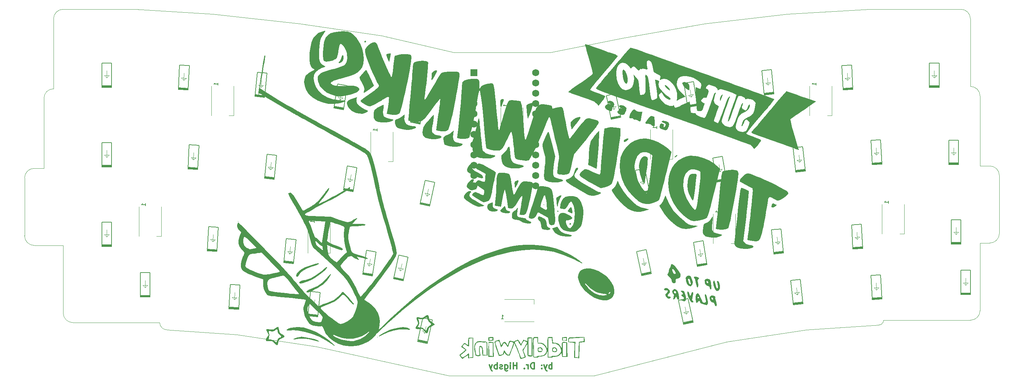
<source format=gbr>
%TF.GenerationSoftware,KiCad,Pcbnew,7.0.6*%
%TF.CreationDate,2023-09-29T23:10:54-04:00*%
%TF.ProjectId,tiddlywink,74696464-6c79-4776-996e-6b2e6b696361,rev?*%
%TF.SameCoordinates,Original*%
%TF.FileFunction,Legend,Bot*%
%TF.FilePolarity,Positive*%
%FSLAX46Y46*%
G04 Gerber Fmt 4.6, Leading zero omitted, Abs format (unit mm)*
G04 Created by KiCad (PCBNEW 7.0.6) date 2023-09-29 23:10:54*
%MOMM*%
%LPD*%
G01*
G04 APERTURE LIST*
%ADD10C,0.300000*%
%ADD11C,0.150000*%
%ADD12C,0.200000*%
%ADD13C,0.120000*%
%ADD14R,1.752600X1.752600*%
%ADD15C,1.752600*%
%TA.AperFunction,Profile*%
%ADD16C,0.100000*%
%TD*%
G04 APERTURE END LIST*
D10*
X146751673Y-106658328D02*
X146751673Y-105158328D01*
X146751673Y-105729757D02*
X146608816Y-105658328D01*
X146608816Y-105658328D02*
X146323101Y-105658328D01*
X146323101Y-105658328D02*
X146180244Y-105729757D01*
X146180244Y-105729757D02*
X146108816Y-105801185D01*
X146108816Y-105801185D02*
X146037387Y-105944042D01*
X146037387Y-105944042D02*
X146037387Y-106372614D01*
X146037387Y-106372614D02*
X146108816Y-106515471D01*
X146108816Y-106515471D02*
X146180244Y-106586900D01*
X146180244Y-106586900D02*
X146323101Y-106658328D01*
X146323101Y-106658328D02*
X146608816Y-106658328D01*
X146608816Y-106658328D02*
X146751673Y-106586900D01*
X145537387Y-105658328D02*
X145180244Y-106658328D01*
X144823101Y-105658328D02*
X145180244Y-106658328D01*
X145180244Y-106658328D02*
X145323101Y-107015471D01*
X145323101Y-107015471D02*
X145394530Y-107086900D01*
X145394530Y-107086900D02*
X145537387Y-107158328D01*
X144251673Y-106515471D02*
X144180244Y-106586900D01*
X144180244Y-106586900D02*
X144251673Y-106658328D01*
X144251673Y-106658328D02*
X144323101Y-106586900D01*
X144323101Y-106586900D02*
X144251673Y-106515471D01*
X144251673Y-106515471D02*
X144251673Y-106658328D01*
X144251673Y-105729757D02*
X144180244Y-105801185D01*
X144180244Y-105801185D02*
X144251673Y-105872614D01*
X144251673Y-105872614D02*
X144323101Y-105801185D01*
X144323101Y-105801185D02*
X144251673Y-105729757D01*
X144251673Y-105729757D02*
X144251673Y-105872614D01*
X142394530Y-106658328D02*
X142394530Y-105158328D01*
X142394530Y-105158328D02*
X142037387Y-105158328D01*
X142037387Y-105158328D02*
X141823101Y-105229757D01*
X141823101Y-105229757D02*
X141680244Y-105372614D01*
X141680244Y-105372614D02*
X141608815Y-105515471D01*
X141608815Y-105515471D02*
X141537387Y-105801185D01*
X141537387Y-105801185D02*
X141537387Y-106015471D01*
X141537387Y-106015471D02*
X141608815Y-106301185D01*
X141608815Y-106301185D02*
X141680244Y-106444042D01*
X141680244Y-106444042D02*
X141823101Y-106586900D01*
X141823101Y-106586900D02*
X142037387Y-106658328D01*
X142037387Y-106658328D02*
X142394530Y-106658328D01*
X140894530Y-106658328D02*
X140894530Y-105658328D01*
X140894530Y-105944042D02*
X140823101Y-105801185D01*
X140823101Y-105801185D02*
X140751673Y-105729757D01*
X140751673Y-105729757D02*
X140608815Y-105658328D01*
X140608815Y-105658328D02*
X140465958Y-105658328D01*
X139965959Y-106515471D02*
X139894530Y-106586900D01*
X139894530Y-106586900D02*
X139965959Y-106658328D01*
X139965959Y-106658328D02*
X140037387Y-106586900D01*
X140037387Y-106586900D02*
X139965959Y-106515471D01*
X139965959Y-106515471D02*
X139965959Y-106658328D01*
X138108816Y-106658328D02*
X138108816Y-105158328D01*
X138108816Y-105872614D02*
X137251673Y-105872614D01*
X137251673Y-106658328D02*
X137251673Y-105158328D01*
X136537387Y-106658328D02*
X136537387Y-105658328D01*
X136537387Y-105158328D02*
X136608815Y-105229757D01*
X136608815Y-105229757D02*
X136537387Y-105301185D01*
X136537387Y-105301185D02*
X136465958Y-105229757D01*
X136465958Y-105229757D02*
X136537387Y-105158328D01*
X136537387Y-105158328D02*
X136537387Y-105301185D01*
X135180244Y-105658328D02*
X135180244Y-106872614D01*
X135180244Y-106872614D02*
X135251672Y-107015471D01*
X135251672Y-107015471D02*
X135323101Y-107086900D01*
X135323101Y-107086900D02*
X135465958Y-107158328D01*
X135465958Y-107158328D02*
X135680244Y-107158328D01*
X135680244Y-107158328D02*
X135823101Y-107086900D01*
X135180244Y-106586900D02*
X135323101Y-106658328D01*
X135323101Y-106658328D02*
X135608815Y-106658328D01*
X135608815Y-106658328D02*
X135751672Y-106586900D01*
X135751672Y-106586900D02*
X135823101Y-106515471D01*
X135823101Y-106515471D02*
X135894529Y-106372614D01*
X135894529Y-106372614D02*
X135894529Y-105944042D01*
X135894529Y-105944042D02*
X135823101Y-105801185D01*
X135823101Y-105801185D02*
X135751672Y-105729757D01*
X135751672Y-105729757D02*
X135608815Y-105658328D01*
X135608815Y-105658328D02*
X135323101Y-105658328D01*
X135323101Y-105658328D02*
X135180244Y-105729757D01*
X134537386Y-106586900D02*
X134394529Y-106658328D01*
X134394529Y-106658328D02*
X134108815Y-106658328D01*
X134108815Y-106658328D02*
X133965958Y-106586900D01*
X133965958Y-106586900D02*
X133894529Y-106444042D01*
X133894529Y-106444042D02*
X133894529Y-106372614D01*
X133894529Y-106372614D02*
X133965958Y-106229757D01*
X133965958Y-106229757D02*
X134108815Y-106158328D01*
X134108815Y-106158328D02*
X134323101Y-106158328D01*
X134323101Y-106158328D02*
X134465958Y-106086900D01*
X134465958Y-106086900D02*
X134537386Y-105944042D01*
X134537386Y-105944042D02*
X134537386Y-105872614D01*
X134537386Y-105872614D02*
X134465958Y-105729757D01*
X134465958Y-105729757D02*
X134323101Y-105658328D01*
X134323101Y-105658328D02*
X134108815Y-105658328D01*
X134108815Y-105658328D02*
X133965958Y-105729757D01*
X133251672Y-106658328D02*
X133251672Y-105158328D01*
X133251672Y-105729757D02*
X133108815Y-105658328D01*
X133108815Y-105658328D02*
X132823100Y-105658328D01*
X132823100Y-105658328D02*
X132680243Y-105729757D01*
X132680243Y-105729757D02*
X132608815Y-105801185D01*
X132608815Y-105801185D02*
X132537386Y-105944042D01*
X132537386Y-105944042D02*
X132537386Y-106372614D01*
X132537386Y-106372614D02*
X132608815Y-106515471D01*
X132608815Y-106515471D02*
X132680243Y-106586900D01*
X132680243Y-106586900D02*
X132823100Y-106658328D01*
X132823100Y-106658328D02*
X133108815Y-106658328D01*
X133108815Y-106658328D02*
X133251672Y-106586900D01*
X132037386Y-105658328D02*
X131680243Y-106658328D01*
X131323100Y-105658328D02*
X131680243Y-106658328D01*
X131680243Y-106658328D02*
X131823100Y-107015471D01*
X131823100Y-107015471D02*
X131894529Y-107086900D01*
X131894529Y-107086900D02*
X132037386Y-107158328D01*
D11*
X172686069Y-47332632D02*
X172686069Y-46761204D01*
X172686069Y-47046918D02*
X171686069Y-47046918D01*
X171686069Y-47046918D02*
X171828926Y-46951680D01*
X171828926Y-46951680D02*
X171924164Y-46856442D01*
X171924164Y-46856442D02*
X171971783Y-46761204D01*
X135776694Y-41974815D02*
X135776694Y-41403387D01*
X135776694Y-41689101D02*
X134776694Y-41689101D01*
X134776694Y-41689101D02*
X134919551Y-41593863D01*
X134919551Y-41593863D02*
X135014789Y-41498625D01*
X135014789Y-41498625D02*
X135062408Y-41403387D01*
X188164194Y-68168587D02*
X188164194Y-67597159D01*
X188164194Y-67882873D02*
X187164194Y-67882873D01*
X187164194Y-67882873D02*
X187307051Y-67787635D01*
X187307051Y-67787635D02*
X187402289Y-67692397D01*
X187402289Y-67692397D02*
X187449908Y-67597159D01*
X46479819Y-66382589D02*
X46479819Y-65811161D01*
X46479819Y-66096875D02*
X45479819Y-66096875D01*
X45479819Y-66096875D02*
X45622676Y-66001637D01*
X45622676Y-66001637D02*
X45717914Y-65906399D01*
X45717914Y-65906399D02*
X45765533Y-65811161D01*
X229836069Y-65787335D02*
X229836069Y-65215907D01*
X229836069Y-65501621D02*
X228836069Y-65501621D01*
X228836069Y-65501621D02*
X228978926Y-65406383D01*
X228978926Y-65406383D02*
X229074164Y-65311145D01*
X229074164Y-65311145D02*
X229121783Y-65215907D01*
X211976694Y-36616998D02*
X211976694Y-36045570D01*
X211976694Y-36331284D02*
X210976694Y-36331284D01*
X210976694Y-36331284D02*
X211119551Y-36236046D01*
X211119551Y-36236046D02*
X211214789Y-36140808D01*
X211214789Y-36140808D02*
X211262408Y-36045570D01*
X103629819Y-47927945D02*
X103629819Y-47356517D01*
X103629819Y-47642231D02*
X102629819Y-47642231D01*
X102629819Y-47642231D02*
X102772676Y-47546993D01*
X102772676Y-47546993D02*
X102867914Y-47451755D01*
X102867914Y-47451755D02*
X102915533Y-47356517D01*
X88151694Y-70549839D02*
X88151694Y-69978411D01*
X88151694Y-70264125D02*
X87151694Y-70264125D01*
X87151694Y-70264125D02*
X87294551Y-70168887D01*
X87294551Y-70168887D02*
X87389789Y-70073649D01*
X87389789Y-70073649D02*
X87437408Y-69978411D01*
X64339194Y-36616998D02*
X64339194Y-36045570D01*
X64339194Y-36331284D02*
X63339194Y-36331284D01*
X63339194Y-36331284D02*
X63482051Y-36236046D01*
X63482051Y-36236046D02*
X63577289Y-36140808D01*
X63577289Y-36140808D02*
X63624908Y-36045570D01*
X134272214Y-94328334D02*
X134843642Y-94328334D01*
X134557928Y-94328334D02*
X134557928Y-93328334D01*
X134557928Y-93328334D02*
X134653166Y-93471191D01*
X134653166Y-93471191D02*
X134748404Y-93566429D01*
X134748404Y-93566429D02*
X134843642Y-93614048D01*
D12*
%TO.C,D17*%
X187434272Y-60498372D02*
X189804724Y-60122929D01*
X189804724Y-60122929D02*
X188866118Y-54196799D01*
X187414718Y-60374911D02*
X189785170Y-59999468D01*
X189761705Y-59851315D02*
X187391253Y-60226758D01*
X189742151Y-59727854D02*
X187371698Y-60103297D01*
D13*
X188259699Y-58038968D02*
X187573225Y-57540215D01*
X188259699Y-58038968D02*
X188758451Y-57352494D01*
X187573225Y-57540215D02*
X188758451Y-57352494D01*
X187978117Y-56261128D02*
X188259699Y-58038968D01*
D12*
X186495665Y-54572242D02*
X187434272Y-60498372D01*
X188866118Y-54196799D02*
X186495665Y-54572242D01*
%TO.C,D13*%
X75862773Y-59611771D02*
X78249625Y-59862639D01*
X78249625Y-59862639D02*
X78876796Y-53895508D01*
X75875839Y-59487456D02*
X78262691Y-59738324D01*
X78278371Y-59589146D02*
X75891518Y-59338277D01*
X78291437Y-59464830D02*
X75904584Y-59213962D01*
D13*
X77296614Y-57449805D02*
X76762618Y-56790374D01*
X77296614Y-57449805D02*
X77956045Y-56915809D01*
X76762618Y-56790374D02*
X77956045Y-56915809D01*
X77484766Y-55659665D02*
X77296614Y-57449805D01*
D12*
X76489943Y-53644640D02*
X75862773Y-59611771D01*
X78876796Y-53895508D02*
X76489943Y-53644640D01*
D13*
%TO.C,RGB5*%
X176581250Y-47546918D02*
X176581250Y-54846918D01*
X171081250Y-47546918D02*
X171081250Y-54846918D01*
X176581250Y-54846918D02*
X175431250Y-54846918D01*
D12*
%TO.C,D14*%
X95350203Y-62504181D02*
X97720655Y-62879624D01*
X97720655Y-62879624D02*
X98659262Y-56953494D01*
X95369757Y-62380720D02*
X97740209Y-62756163D01*
X97763674Y-62608010D02*
X95393222Y-62232567D01*
X97783229Y-62484549D02*
X95412776Y-62109106D01*
D13*
X96895228Y-60420220D02*
X96396476Y-59733746D01*
X96895228Y-60420220D02*
X97581702Y-59921467D01*
X96396476Y-59733746D02*
X97581702Y-59921467D01*
X97176810Y-58642380D02*
X96895228Y-60420220D01*
D12*
X96288809Y-56578051D02*
X95350203Y-62504181D01*
X98659262Y-56953494D02*
X96288809Y-56578051D01*
%TO.C,D33*%
X86578259Y-93544460D02*
X88965111Y-93795328D01*
X88965111Y-93795328D02*
X89592282Y-87828197D01*
X86591325Y-93420145D02*
X88978177Y-93671013D01*
X88993857Y-93521835D02*
X86607004Y-93270966D01*
X89006923Y-93397519D02*
X86620070Y-93146651D01*
D13*
X88012100Y-91382494D02*
X87478104Y-90723063D01*
X88012100Y-91382494D02*
X88671531Y-90848498D01*
X87478104Y-90723063D02*
X88671531Y-90848498D01*
X88200252Y-89592354D02*
X88012100Y-91382494D01*
D12*
X87205429Y-87577329D02*
X86578259Y-93544460D01*
X89592282Y-87828197D02*
X87205429Y-87577329D01*
%TO.C,D3*%
X73481521Y-39371129D02*
X75868373Y-39621997D01*
X75868373Y-39621997D02*
X76495544Y-33654866D01*
X73494587Y-39246814D02*
X75881439Y-39497682D01*
X75897119Y-39348504D02*
X73510266Y-39097635D01*
X75910185Y-39224188D02*
X73523332Y-38973320D01*
D13*
X74915362Y-37209163D02*
X74381366Y-36549732D01*
X74915362Y-37209163D02*
X75574793Y-36675167D01*
X74381366Y-36549732D02*
X75574793Y-36675167D01*
X75103514Y-35419023D02*
X74915362Y-37209163D01*
D12*
X74108691Y-33403998D02*
X73481521Y-39371129D01*
X76495544Y-33654866D02*
X74108691Y-33403998D01*
%TO.C,D38*%
X247640834Y-88329759D02*
X250040834Y-88329759D01*
X250040834Y-88329759D02*
X250040834Y-82329759D01*
X247640834Y-88204759D02*
X250040834Y-88204759D01*
X250040834Y-88054759D02*
X247640834Y-88054759D01*
X250040834Y-87929759D02*
X247640834Y-87929759D01*
D13*
X248840834Y-86029759D02*
X248240834Y-85429759D01*
X248840834Y-86029759D02*
X249440834Y-85429759D01*
X248240834Y-85429759D02*
X249440834Y-85429759D01*
X248840834Y-84229759D02*
X248840834Y-86029759D01*
D12*
X247640834Y-82329759D02*
X247640834Y-88329759D01*
X250040834Y-82329759D02*
X247640834Y-82329759D01*
%TO.C,D9*%
X218639617Y-37786572D02*
X221036328Y-37660965D01*
X221036328Y-37660965D02*
X220722312Y-31669188D01*
X218633075Y-37661743D02*
X221029786Y-37536137D01*
X221021935Y-37386342D02*
X218625224Y-37511949D01*
X221015393Y-37261514D02*
X218618682Y-37387120D01*
D13*
X219717599Y-35426921D02*
X219087020Y-34859144D01*
X219717599Y-35426921D02*
X220285376Y-34796341D01*
X219087020Y-34859144D02*
X220285376Y-34796341D01*
X219623395Y-33629387D02*
X219717599Y-35426921D01*
D12*
X218325601Y-31794794D02*
X218639617Y-37786572D01*
X220722312Y-31669188D02*
X218325601Y-31794794D01*
%TO.C,D10*%
X239901765Y-37132841D02*
X242301765Y-37132841D01*
X242301765Y-37132841D02*
X242301765Y-31132841D01*
X239901765Y-37007841D02*
X242301765Y-37007841D01*
X242301765Y-36857841D02*
X239901765Y-36857841D01*
X242301765Y-36732841D02*
X239901765Y-36732841D01*
D13*
X241101765Y-34832841D02*
X240501765Y-34232841D01*
X241101765Y-34832841D02*
X241701765Y-34232841D01*
X240501765Y-34232841D02*
X241701765Y-34232841D01*
X241101765Y-33032841D02*
X241101765Y-34832841D01*
D12*
X239901765Y-31132841D02*
X239901765Y-37132841D01*
X242301765Y-31132841D02*
X239901765Y-31132841D01*
%TO.C,D31*%
X45234414Y-88925072D02*
X47634414Y-88925072D01*
X47634414Y-88925072D02*
X47634414Y-82925072D01*
X45234414Y-88800072D02*
X47634414Y-88800072D01*
X47634414Y-88650072D02*
X45234414Y-88650072D01*
X47634414Y-88525072D02*
X45234414Y-88525072D01*
D13*
X46434414Y-86625072D02*
X45834414Y-86025072D01*
X46434414Y-86625072D02*
X47034414Y-86025072D01*
X45834414Y-86025072D02*
X47034414Y-86025072D01*
X46434414Y-84825072D02*
X46434414Y-86625072D01*
D12*
X45234414Y-82925072D02*
X45234414Y-88925072D01*
X47634414Y-82925072D02*
X45234414Y-82925072D01*
D13*
%TO.C,RGB10*%
X139671875Y-42189101D02*
X139671875Y-49489101D01*
X134171875Y-42189101D02*
X134171875Y-49489101D01*
X139671875Y-49489101D02*
X138521875Y-49489101D01*
D12*
%TO.C,D11*%
X35709406Y-56778170D02*
X38109406Y-56778170D01*
X38109406Y-56778170D02*
X38109406Y-50778170D01*
X35709406Y-56653170D02*
X38109406Y-56653170D01*
X38109406Y-56503170D02*
X35709406Y-56503170D01*
X38109406Y-56378170D02*
X35709406Y-56378170D01*
D13*
X36909406Y-54478170D02*
X36309406Y-53878170D01*
X36909406Y-54478170D02*
X37509406Y-53878170D01*
X36309406Y-53878170D02*
X37509406Y-53878170D01*
X36909406Y-52678170D02*
X36909406Y-54478170D01*
D12*
X35709406Y-50778170D02*
X35709406Y-56778170D01*
X38109406Y-50778170D02*
X35709406Y-50778170D01*
%TO.C,D15*%
X114246940Y-65983756D02*
X116594495Y-66482744D01*
X116594495Y-66482744D02*
X117841965Y-60613859D01*
X114272929Y-65861488D02*
X116620484Y-66360476D01*
X116651670Y-66213754D02*
X114304116Y-65714766D01*
X116677659Y-66091485D02*
X114330105Y-65592497D01*
D13*
X115898914Y-63983511D02*
X115436773Y-63271875D01*
X115898914Y-63983511D02*
X116610550Y-63521369D01*
X115436773Y-63271875D02*
X116610550Y-63521369D01*
X116273156Y-62222845D02*
X115898914Y-63983511D01*
D12*
X115494411Y-60114871D02*
X114246940Y-65983756D01*
X117841965Y-60613859D02*
X115494411Y-60114871D01*
%TO.C,D24*%
X100112707Y-83340136D02*
X102483159Y-83715579D01*
X102483159Y-83715579D02*
X103421766Y-77789449D01*
X100132261Y-83216675D02*
X102502713Y-83592118D01*
X102526178Y-83443965D02*
X100155726Y-83068522D01*
X102545733Y-83320504D02*
X100175280Y-82945061D01*
D13*
X101657732Y-81256175D02*
X101158980Y-80569701D01*
X101657732Y-81256175D02*
X102344206Y-80757422D01*
X101158980Y-80569701D02*
X102344206Y-80757422D01*
X101939314Y-79478335D02*
X101657732Y-81256175D01*
D12*
X101051313Y-77414006D02*
X100112707Y-83340136D01*
X103421766Y-77789449D02*
X101051313Y-77414006D01*
%TO.C,G\u002A\u002A\u002A*%
G36*
X103840303Y-98840743D02*
G01*
X103743434Y-98911123D01*
X103673054Y-98814253D01*
X103769923Y-98743875D01*
X103840303Y-98840743D01*
G37*
G36*
X69450972Y-70249055D02*
G01*
X69354102Y-70319435D01*
X69283723Y-70222566D01*
X69380592Y-70152187D01*
X69450972Y-70249055D01*
G37*
G36*
X144848118Y-66160768D02*
G01*
X144822025Y-66247397D01*
X144718960Y-66254606D01*
X144702826Y-66226924D01*
X144754279Y-66031609D01*
X144808728Y-66013411D01*
X144848118Y-66160768D01*
G37*
G36*
X177714187Y-53962097D02*
G01*
X177563002Y-54197886D01*
X177343157Y-54398894D01*
X177130377Y-54472190D01*
X177068282Y-54325263D01*
X177158499Y-54170935D01*
X177428081Y-53957050D01*
X177689662Y-53875060D01*
X177714187Y-53962097D01*
G37*
G36*
X151415223Y-70658791D02*
G01*
X151470281Y-70895663D01*
X151433133Y-71008083D01*
X151263297Y-71120046D01*
X151190841Y-71079557D01*
X151135783Y-70842684D01*
X151172931Y-70730264D01*
X151342766Y-70618300D01*
X151415223Y-70658791D01*
G37*
G36*
X148265548Y-67565843D02*
G01*
X148368649Y-67747030D01*
X148360736Y-67784575D01*
X148268406Y-67902597D01*
X148242796Y-67890651D01*
X148117776Y-67707295D01*
X148101904Y-67638370D01*
X148218020Y-67551728D01*
X148265548Y-67565843D01*
G37*
G36*
X100914120Y-25750491D02*
G01*
X100890670Y-25950283D01*
X100859685Y-25981025D01*
X100612410Y-26065809D01*
X100566456Y-26052572D01*
X100483052Y-25886026D01*
X100623072Y-25672123D01*
X100750995Y-25636070D01*
X100914120Y-25750491D01*
G37*
G36*
X201731422Y-65962616D02*
G01*
X202275567Y-66228738D01*
X201848075Y-66560193D01*
X201407944Y-66821204D01*
X201082879Y-66837117D01*
X200946296Y-66597543D01*
X201033987Y-66121756D01*
X201048771Y-66081144D01*
X201174535Y-65835169D01*
X201362940Y-65804592D01*
X201731422Y-65962616D01*
G37*
G36*
X165631313Y-49769681D02*
G01*
X165661844Y-49800621D01*
X165588922Y-50005658D01*
X165275280Y-50329923D01*
X165147554Y-50434958D01*
X164763925Y-50656178D01*
X164538198Y-50618679D01*
X164501024Y-50322743D01*
X164610033Y-50144755D01*
X164936527Y-49915049D01*
X165328378Y-49764862D01*
X165631313Y-49769681D01*
G37*
G36*
X151595941Y-66816499D02*
G01*
X151724246Y-67206238D01*
X151845784Y-67912005D01*
X151862029Y-68084288D01*
X151799103Y-68250998D01*
X151566420Y-68219345D01*
X151107177Y-67995773D01*
X150618067Y-67733310D01*
X150981526Y-67204374D01*
X151211362Y-66896946D01*
X151433952Y-66720748D01*
X151595941Y-66816499D01*
G37*
G36*
X138542956Y-60252935D02*
G01*
X138446868Y-60603483D01*
X138160835Y-61200488D01*
X137728669Y-62032885D01*
X137586926Y-61433131D01*
X137565976Y-61340209D01*
X137514530Y-60760404D01*
X137678783Y-60391273D01*
X138083543Y-60169704D01*
X138154575Y-60148317D01*
X138446418Y-60113121D01*
X138542956Y-60252935D01*
G37*
G36*
X188874454Y-39075348D02*
G01*
X188746444Y-39510536D01*
X188678334Y-39720951D01*
X188526422Y-40140386D01*
X188422633Y-40359331D01*
X188303034Y-40460585D01*
X188229613Y-40336848D01*
X188268707Y-39896249D01*
X188419241Y-39427153D01*
X188666271Y-39059135D01*
X188770509Y-38967026D01*
X188885447Y-38910911D01*
X188874454Y-39075348D01*
G37*
G36*
X174792621Y-36616769D02*
G01*
X175153674Y-36811827D01*
X175525242Y-37157924D01*
X175807535Y-37545784D01*
X175900757Y-37866132D01*
X175865975Y-37902369D01*
X175664886Y-37824752D01*
X175359545Y-37599032D01*
X175034676Y-37292473D01*
X174774999Y-36972342D01*
X174708932Y-36867339D01*
X174620619Y-36645123D01*
X174752059Y-36608268D01*
X174792621Y-36616769D01*
G37*
G36*
X106891261Y-29784801D02*
G01*
X106801723Y-30256111D01*
X106693170Y-30644768D01*
X106602797Y-30786364D01*
X106526190Y-30729252D01*
X106352624Y-30439705D01*
X106166777Y-30005411D01*
X106009180Y-29538485D01*
X105920362Y-29151044D01*
X105940850Y-28955204D01*
X106169998Y-28870461D01*
X106575146Y-28803923D01*
X107053070Y-28763178D01*
X106891261Y-29784801D01*
G37*
G36*
X95232307Y-29212537D02*
G01*
X95332293Y-29558484D01*
X95341258Y-30112068D01*
X95170263Y-30610369D01*
X94767170Y-30956670D01*
X94410513Y-31138438D01*
X94167293Y-31190975D01*
X94177499Y-31021780D01*
X94433046Y-30622776D01*
X94498297Y-30528595D01*
X94772498Y-30028949D01*
X94921695Y-29585785D01*
X94947079Y-29458048D01*
X95082072Y-29180510D01*
X95232307Y-29212537D01*
G37*
G36*
X134745883Y-40054141D02*
G01*
X134872946Y-40135102D01*
X134860593Y-40369117D01*
X134726200Y-40840702D01*
X134649760Y-41081855D01*
X134470249Y-41598663D01*
X134327178Y-41949515D01*
X134321175Y-41961538D01*
X134219818Y-42077543D01*
X134141132Y-41929082D01*
X134064537Y-41479307D01*
X134018622Y-41029600D01*
X134045971Y-40453946D01*
X134223196Y-40136653D01*
X134562245Y-40043236D01*
X134745883Y-40054141D01*
G37*
G36*
X153894738Y-44525178D02*
G01*
X153900750Y-44547434D01*
X153791763Y-44797414D01*
X153467089Y-45283698D01*
X152935633Y-45993687D01*
X152206295Y-46914782D01*
X151660982Y-47590352D01*
X151464371Y-46833410D01*
X151416610Y-46617527D01*
X151365810Y-46118995D01*
X151413851Y-45784838D01*
X151703289Y-45411600D01*
X152154065Y-45046224D01*
X152682023Y-44732535D01*
X153203737Y-44512892D01*
X153635783Y-44429653D01*
X153894738Y-44525178D01*
G37*
G36*
X180054879Y-35978638D02*
G01*
X180363077Y-36115575D01*
X180590569Y-36370038D01*
X180689814Y-36826677D01*
X180700367Y-36924328D01*
X180734571Y-37387393D01*
X180731718Y-37683936D01*
X180725092Y-37719615D01*
X180620515Y-37856529D01*
X180375070Y-37788851D01*
X179934461Y-37504351D01*
X179624993Y-37230861D01*
X179268838Y-36797613D01*
X179013415Y-36364013D01*
X178935366Y-36042228D01*
X179104660Y-35870403D01*
X179503892Y-35845126D01*
X180054879Y-35978638D01*
G37*
G36*
X164564825Y-32807860D02*
G01*
X164868836Y-33149718D01*
X165139600Y-33697025D01*
X165346189Y-34361725D01*
X165457677Y-35055759D01*
X165443135Y-35691072D01*
X165405748Y-35928475D01*
X165329168Y-36221617D01*
X165200797Y-36273763D01*
X164951822Y-36149054D01*
X164768926Y-35964697D01*
X164552276Y-35539200D01*
X164370157Y-34974099D01*
X164234840Y-34346151D01*
X164158596Y-33732109D01*
X164153692Y-33208733D01*
X164232403Y-32852776D01*
X164406997Y-32740998D01*
X164564825Y-32807860D01*
G37*
G36*
X148479499Y-72081779D02*
G01*
X148640671Y-72304255D01*
X149187882Y-72868736D01*
X149842927Y-73222850D01*
X150716889Y-73433721D01*
X151325535Y-73557614D01*
X151646989Y-73697590D01*
X151631708Y-73845115D01*
X151278749Y-73999241D01*
X151269412Y-74001913D01*
X150892379Y-74035659D01*
X150309467Y-74012750D01*
X149642814Y-73937777D01*
X148974127Y-73811842D01*
X148144175Y-73527468D01*
X147548661Y-73111062D01*
X147129332Y-72529995D01*
X146849418Y-71991752D01*
X148082422Y-71505034D01*
X148479499Y-72081779D01*
G37*
G36*
X132202410Y-65644176D02*
G01*
X132194051Y-65953707D01*
X132184578Y-66515749D01*
X132400643Y-66963220D01*
X132853659Y-67175581D01*
X133150992Y-67242173D01*
X133422641Y-67396963D01*
X133394122Y-67569227D01*
X133084637Y-67722569D01*
X132513384Y-67820601D01*
X131991517Y-67811367D01*
X131389041Y-67635589D01*
X130984673Y-67304945D01*
X130844000Y-66857282D01*
X130852116Y-66656965D01*
X130919643Y-66249461D01*
X131108706Y-65976458D01*
X131488721Y-65767442D01*
X132129107Y-65551902D01*
X132202410Y-65644176D01*
G37*
G36*
X118245589Y-32973328D02*
G01*
X118477605Y-33075281D01*
X118416115Y-33300325D01*
X118294889Y-33505077D01*
X118044149Y-33947050D01*
X117748768Y-34480458D01*
X117505880Y-34894224D01*
X117263009Y-35241148D01*
X117117626Y-35366298D01*
X117091682Y-35347188D01*
X117051715Y-35108429D01*
X117086829Y-34689666D01*
X117101515Y-34590119D01*
X117145530Y-34103487D01*
X117133918Y-33767437D01*
X117182597Y-33533491D01*
X117450428Y-33239591D01*
X117839886Y-33024201D01*
X118234517Y-32971535D01*
X118245589Y-32973328D01*
G37*
G36*
X149118663Y-63898723D02*
G01*
X149002631Y-64195179D01*
X148788684Y-64631575D01*
X148697807Y-64817057D01*
X148447088Y-65462078D01*
X148293707Y-66055284D01*
X148262009Y-66233741D01*
X148176307Y-66559098D01*
X148104980Y-66637190D01*
X148084701Y-66588647D01*
X148020640Y-66274430D01*
X147952856Y-65786111D01*
X147894756Y-65242928D01*
X147859742Y-64764119D01*
X147861221Y-64468920D01*
X147945909Y-64356902D01*
X148233303Y-64158072D01*
X148607330Y-63963027D01*
X148945473Y-63833557D01*
X149125215Y-63831449D01*
X149118663Y-63898723D01*
G37*
G36*
X142063848Y-41035910D02*
G01*
X142250641Y-41156493D01*
X142174003Y-41435029D01*
X142115231Y-41572866D01*
X141945707Y-42023919D01*
X141723048Y-42656027D01*
X141479841Y-43377979D01*
X141325782Y-43827183D01*
X141110711Y-44390681D01*
X140941406Y-44757953D01*
X140845034Y-44865348D01*
X140813061Y-44792217D01*
X140742513Y-44440258D01*
X140666243Y-43873723D01*
X140595967Y-43172266D01*
X140459725Y-41576291D01*
X141007007Y-41264560D01*
X141058605Y-41236366D01*
X141538411Y-41055218D01*
X141950236Y-41014690D01*
X142063848Y-41035910D01*
G37*
G36*
X135215809Y-66528267D02*
G01*
X135349643Y-66927991D01*
X135472751Y-67317764D01*
X135675413Y-67569576D01*
X136026833Y-67678163D01*
X136397349Y-67780512D01*
X136492207Y-67951793D01*
X136262244Y-68195492D01*
X135952116Y-68282796D01*
X135444549Y-68269248D01*
X134883924Y-68168046D01*
X134400703Y-68003373D01*
X134125349Y-67799409D01*
X134055750Y-67628891D01*
X134129673Y-67409874D01*
X134447458Y-67121788D01*
X134501158Y-67078954D01*
X134853801Y-66756354D01*
X135062415Y-66496749D01*
X135097169Y-66449476D01*
X135215809Y-66528267D01*
G37*
G36*
X127428130Y-59872252D02*
G01*
X127505975Y-60071528D01*
X127364479Y-60452540D01*
X127330598Y-60513960D01*
X127173237Y-61016950D01*
X127313531Y-61442285D01*
X127770069Y-61854201D01*
X128306616Y-62222890D01*
X127727606Y-62426267D01*
X127501207Y-62501506D01*
X126998433Y-62596145D01*
X126596072Y-62494201D01*
X126149490Y-62172410D01*
X125914251Y-61947366D01*
X125732071Y-61604568D01*
X125798718Y-61212120D01*
X126111860Y-60677506D01*
X126472202Y-60258227D01*
X126851879Y-59976264D01*
X127190310Y-59844052D01*
X127428130Y-59872252D01*
G37*
G36*
X182397503Y-83937649D02*
G01*
X182647392Y-83995376D01*
X182981386Y-84164564D01*
X183086269Y-84363128D01*
X182912671Y-84533924D01*
X182787111Y-84653711D01*
X182756336Y-84938207D01*
X182825794Y-85465346D01*
X182868448Y-85760142D01*
X182895486Y-86201358D01*
X182856549Y-86431979D01*
X182761148Y-86519334D01*
X182600089Y-86501281D01*
X182461032Y-86203928D01*
X182325184Y-85597774D01*
X182248343Y-85228688D01*
X182105253Y-84702899D01*
X181971289Y-84370975D01*
X181922028Y-84288409D01*
X181817297Y-84007361D01*
X181963978Y-83902448D01*
X182397503Y-83937649D01*
G37*
G36*
X169968372Y-54230432D02*
G01*
X170062774Y-54255815D01*
X170286822Y-54350153D01*
X170397272Y-54525798D01*
X170423789Y-54868241D01*
X170396035Y-55462968D01*
X170395074Y-55478629D01*
X170341125Y-56088833D01*
X170246010Y-56921975D01*
X170122879Y-57870468D01*
X169984882Y-58826730D01*
X169640025Y-61086605D01*
X169231144Y-60421790D01*
X169025813Y-60058806D01*
X168553171Y-58877504D01*
X168302598Y-57626355D01*
X168287262Y-56400348D01*
X168520331Y-55294469D01*
X168664307Y-54937056D01*
X169003815Y-54417347D01*
X169425002Y-54191728D01*
X169968372Y-54230432D01*
G37*
G36*
X171611162Y-44254838D02*
G01*
X171901811Y-44385154D01*
X172051378Y-44466635D01*
X172064783Y-44535770D01*
X172090213Y-44862083D01*
X172112923Y-45346369D01*
X172128855Y-45871205D01*
X172133952Y-46319174D01*
X172124156Y-46572854D01*
X172082872Y-46672594D01*
X171854467Y-46765339D01*
X171546771Y-46678379D01*
X171289987Y-46433472D01*
X171259865Y-46388327D01*
X170977037Y-46205688D01*
X170456369Y-46151908D01*
X170112304Y-46136543D01*
X169879799Y-46048598D01*
X169869170Y-45843178D01*
X170082763Y-45476248D01*
X170522929Y-44903771D01*
X170865005Y-44494212D01*
X171135818Y-44245548D01*
X171357935Y-44181620D01*
X171611162Y-44254838D01*
G37*
G36*
X111158792Y-96564199D02*
G01*
X111459667Y-96670483D01*
X111789103Y-96848840D01*
X111801157Y-96972787D01*
X111509500Y-97018718D01*
X110927805Y-96963022D01*
X110457774Y-96910744D01*
X109161401Y-96941838D01*
X107763921Y-97186634D01*
X106361620Y-97624308D01*
X105050782Y-98234035D01*
X104589560Y-98475103D01*
X104211133Y-98638267D01*
X104039531Y-98665321D01*
X104042092Y-98605573D01*
X104248349Y-98402801D01*
X104671445Y-98120697D01*
X105247466Y-97794352D01*
X105912502Y-97458848D01*
X106602639Y-97149273D01*
X107253965Y-96900710D01*
X107415485Y-96847221D01*
X108851980Y-96483986D01*
X110096175Y-96389954D01*
X111158792Y-96564199D01*
G37*
G36*
X91276140Y-81522848D02*
G01*
X91302199Y-81688713D01*
X91039833Y-82026568D01*
X90490529Y-82534770D01*
X89655769Y-83211678D01*
X89433750Y-83382750D01*
X88516043Y-84037097D01*
X87639378Y-84551672D01*
X86678991Y-84993183D01*
X85510122Y-85428342D01*
X85254408Y-85507944D01*
X84739514Y-85591088D01*
X84448943Y-85507873D01*
X84421150Y-85264101D01*
X84505877Y-85153598D01*
X84915158Y-84955159D01*
X85627668Y-84786999D01*
X85880852Y-84737281D01*
X87193188Y-84304571D01*
X88522990Y-83568530D01*
X89896569Y-82515156D01*
X90167589Y-82283463D01*
X90657880Y-81881685D01*
X91022910Y-81605936D01*
X91198789Y-81505744D01*
X91276140Y-81522848D01*
G37*
G36*
X182207948Y-58538722D02*
G01*
X182442235Y-58714823D01*
X182443272Y-58922771D01*
X182407203Y-59411720D01*
X182339214Y-60125951D01*
X182244587Y-61009977D01*
X182128607Y-62008310D01*
X182050288Y-62642843D01*
X181900582Y-63746584D01*
X181772673Y-64522754D01*
X181665323Y-64978342D01*
X181577294Y-65120333D01*
X181462131Y-65051402D01*
X181212587Y-64716980D01*
X180928539Y-64172440D01*
X180646214Y-63490969D01*
X180401845Y-62745757D01*
X180302304Y-62290516D01*
X180228875Y-61442957D01*
X180263453Y-60569288D01*
X180394936Y-59759201D01*
X180612216Y-59102382D01*
X180904190Y-58688518D01*
X180931058Y-58668170D01*
X181316723Y-58513076D01*
X181787565Y-58470700D01*
X182207948Y-58538722D01*
G37*
G36*
X98602312Y-40089403D02*
G01*
X98594202Y-40118989D01*
X98549947Y-40653687D01*
X98770390Y-41151534D01*
X98939829Y-41365628D01*
X99412700Y-41811977D01*
X99991450Y-42245937D01*
X100564860Y-42588094D01*
X101021713Y-42759038D01*
X101281254Y-42849628D01*
X101344876Y-43039789D01*
X101125883Y-43276621D01*
X100643949Y-43520466D01*
X100004131Y-43671520D01*
X99150928Y-43647198D01*
X98297794Y-43420602D01*
X97512272Y-43027260D01*
X96861900Y-42502702D01*
X96414219Y-41882457D01*
X96236767Y-41202056D01*
X96237550Y-41028185D01*
X96318177Y-40647034D01*
X96558917Y-40357052D01*
X97017281Y-40106661D01*
X97750782Y-39844286D01*
X98761939Y-39519939D01*
X98602312Y-40089403D01*
G37*
G36*
X89271786Y-80642646D02*
G01*
X89279970Y-80708731D01*
X89080468Y-80873739D01*
X88581532Y-81091584D01*
X87767041Y-81370059D01*
X87669295Y-81401447D01*
X86375368Y-81879784D01*
X85407919Y-82373411D01*
X84755601Y-82889298D01*
X84407071Y-83434417D01*
X84381165Y-83504114D01*
X84167339Y-83862689D01*
X83893912Y-83937625D01*
X83767039Y-83898583D01*
X83628150Y-83682009D01*
X83718606Y-83336160D01*
X84007342Y-82911988D01*
X84463294Y-82460444D01*
X85055400Y-82032482D01*
X85202665Y-81946337D01*
X85793549Y-81651785D01*
X86499112Y-81354483D01*
X87248631Y-81077742D01*
X87971382Y-80844876D01*
X88596641Y-80679195D01*
X89053684Y-80604015D01*
X89271786Y-80642646D01*
G37*
G36*
X175323753Y-86810473D02*
G01*
X175678344Y-87100390D01*
X175837315Y-87356146D01*
X175860138Y-87785392D01*
X175545997Y-88185801D01*
X175478483Y-88246724D01*
X175322817Y-88531933D01*
X175394139Y-88752525D01*
X175670074Y-88798081D01*
X175970067Y-88802803D01*
X176116077Y-88958905D01*
X175990211Y-89195806D01*
X175782143Y-89331681D01*
X175446657Y-89321558D01*
X175040151Y-89020346D01*
X174829275Y-88737609D01*
X174799332Y-88302179D01*
X175106997Y-87850640D01*
X175176354Y-87782051D01*
X175398738Y-87481082D01*
X175318961Y-87325341D01*
X174931833Y-87298471D01*
X174673973Y-87302879D01*
X174477225Y-87222671D01*
X174467717Y-86981418D01*
X174609620Y-86760081D01*
X174931950Y-86693542D01*
X175323753Y-86810473D01*
G37*
G36*
X161103888Y-40474205D02*
G01*
X161718298Y-40632547D01*
X162070021Y-40966128D01*
X162134148Y-41452590D01*
X162010547Y-41813174D01*
X161772672Y-42097829D01*
X161613060Y-42235469D01*
X161620269Y-42493084D01*
X161669162Y-42632098D01*
X161526172Y-42884044D01*
X161382179Y-42981744D01*
X161219043Y-43019958D01*
X160972888Y-42948458D01*
X160530935Y-42752318D01*
X160098090Y-42486292D01*
X159883102Y-42119597D01*
X159990000Y-41685145D01*
X160078020Y-41548732D01*
X160426864Y-41294116D01*
X160963825Y-41264530D01*
X161203144Y-41283351D01*
X161205361Y-41246628D01*
X160900734Y-41121646D01*
X160602165Y-40958703D01*
X160454470Y-40716100D01*
X160605606Y-40526905D01*
X161038970Y-40469460D01*
X161103888Y-40474205D01*
G37*
G36*
X179086073Y-87363479D02*
G01*
X179343792Y-87489386D01*
X179527442Y-87774907D01*
X179701052Y-88307403D01*
X179853792Y-88983990D01*
X179879031Y-89588453D01*
X179718069Y-89913847D01*
X179658619Y-89943661D01*
X179332230Y-89962641D01*
X178969334Y-89874248D01*
X178756818Y-89716795D01*
X178791528Y-89599095D01*
X179049009Y-89491359D01*
X179067140Y-89488428D01*
X179341306Y-89345103D01*
X179321641Y-89098112D01*
X179011251Y-88804014D01*
X178761826Y-88582336D01*
X178703387Y-88399842D01*
X178879574Y-88352342D01*
X178997976Y-88335866D01*
X179085387Y-88156555D01*
X179018061Y-87900685D01*
X178810609Y-87705318D01*
X178711754Y-87656894D01*
X178520576Y-87472122D01*
X178626333Y-87347131D01*
X178996161Y-87345629D01*
X179086073Y-87363479D01*
G37*
G36*
X127524154Y-55717093D02*
G01*
X127580621Y-55917147D01*
X127408879Y-56291075D01*
X127171829Y-56735283D01*
X127132876Y-57126117D01*
X127338116Y-57479341D01*
X127814386Y-57839558D01*
X128588531Y-58251372D01*
X129045401Y-58488354D01*
X129529531Y-58820778D01*
X129761409Y-59143119D01*
X129786826Y-59503213D01*
X129752899Y-59564929D01*
X129481344Y-59606263D01*
X128977451Y-59491026D01*
X128283353Y-59231155D01*
X127441181Y-58838589D01*
X127222104Y-58726621D01*
X126634369Y-58410771D01*
X126184507Y-58146637D01*
X125955918Y-57982299D01*
X125911698Y-57925231D01*
X125828623Y-57514023D01*
X125987864Y-56969471D01*
X126372121Y-56359042D01*
X126585721Y-56120827D01*
X126966679Y-55822868D01*
X127299499Y-55686978D01*
X127524154Y-55717093D01*
G37*
G36*
X186827925Y-84852492D02*
G01*
X186970357Y-85147782D01*
X187098303Y-85708830D01*
X187104066Y-85743315D01*
X187260444Y-86415468D01*
X187445263Y-86755476D01*
X187657046Y-86760558D01*
X187695960Y-86632894D01*
X187689071Y-86248349D01*
X187623150Y-85713892D01*
X187507673Y-85132769D01*
X187517637Y-85023982D01*
X187716656Y-84951564D01*
X187776130Y-84973475D01*
X187980201Y-85232669D01*
X188142395Y-85689953D01*
X188232085Y-86235110D01*
X188218642Y-86757930D01*
X188098771Y-87093380D01*
X187824039Y-87355056D01*
X187763855Y-87378189D01*
X187468098Y-87455491D01*
X187264627Y-87356803D01*
X187017269Y-87026704D01*
X186852600Y-86740638D01*
X186600643Y-85960181D01*
X186581222Y-85189178D01*
X186588114Y-85148123D01*
X186693135Y-84845193D01*
X186827925Y-84852492D01*
G37*
G36*
X167276496Y-42670342D02*
G01*
X167588231Y-42899721D01*
X167837302Y-43090515D01*
X168415509Y-43189454D01*
X169057293Y-43204698D01*
X168868379Y-44397459D01*
X168853902Y-44488277D01*
X168748932Y-45074299D01*
X168651012Y-45399730D01*
X168529770Y-45532066D01*
X168354837Y-45538804D01*
X168167080Y-45482457D01*
X167955853Y-45309783D01*
X167756038Y-45190916D01*
X167373204Y-45152681D01*
X167358571Y-45153231D01*
X166963247Y-45103450D01*
X166805556Y-44893783D01*
X166798176Y-44861620D01*
X166680696Y-44695375D01*
X166399549Y-44761422D01*
X166120627Y-44830250D01*
X165892789Y-44688091D01*
X165849093Y-44505881D01*
X165938084Y-44093735D01*
X166158532Y-43598663D01*
X166454270Y-43121234D01*
X166769130Y-42762015D01*
X167046944Y-42621576D01*
X167276496Y-42670342D01*
G37*
G36*
X143864508Y-69068006D02*
G01*
X144352577Y-69289486D01*
X144415056Y-69322157D01*
X144943851Y-69626568D01*
X145245124Y-69907547D01*
X145394505Y-70268386D01*
X145467617Y-70812373D01*
X145471340Y-70852822D01*
X145550955Y-71340294D01*
X145714064Y-71610066D01*
X146026561Y-71775706D01*
X146177127Y-71840648D01*
X146407616Y-72047619D01*
X146316019Y-72234455D01*
X145912315Y-72350906D01*
X145705478Y-72368280D01*
X145085517Y-72346289D01*
X144580024Y-72226763D01*
X144298934Y-72031468D01*
X144263044Y-71951734D01*
X144160714Y-71561083D01*
X144082390Y-71046702D01*
X144068566Y-70931493D01*
X143915293Y-70387110D01*
X143619082Y-70077483D01*
X143407434Y-69895219D01*
X143294770Y-69505398D01*
X143486550Y-69091054D01*
X143582264Y-69032435D01*
X143864508Y-69068006D01*
G37*
G36*
X126724428Y-62796410D02*
G01*
X126828005Y-62970004D01*
X126612219Y-63218423D01*
X126481778Y-63397941D01*
X126395393Y-63775563D01*
X126399745Y-63860015D01*
X126497356Y-64120888D01*
X126751519Y-64403676D01*
X127200143Y-64738002D01*
X127881141Y-65153485D01*
X128832420Y-65679748D01*
X130147104Y-66387327D01*
X129524997Y-66547595D01*
X129339746Y-66592968D01*
X128933612Y-66656783D01*
X128555612Y-66629398D01*
X128127045Y-66488536D01*
X127569205Y-66211922D01*
X126803390Y-65777278D01*
X126484300Y-65589423D01*
X125759209Y-65129328D01*
X125297601Y-64759242D01*
X125067122Y-64439931D01*
X125035420Y-64132159D01*
X125170138Y-63796696D01*
X125286459Y-63613631D01*
X125702777Y-63146988D01*
X126159625Y-62834523D01*
X126559399Y-62749787D01*
X126724428Y-62796410D01*
G37*
G36*
X92225008Y-83415481D02*
G01*
X92223431Y-83424167D01*
X92078227Y-83727207D01*
X91764807Y-84188997D01*
X91346574Y-84727671D01*
X90886934Y-85261365D01*
X90449291Y-85708214D01*
X90218818Y-85902058D01*
X89616463Y-86319614D01*
X88992564Y-86666285D01*
X88636112Y-86840505D01*
X88219452Y-87063773D01*
X88006263Y-87205216D01*
X87945544Y-87252252D01*
X87628366Y-87424069D01*
X87171016Y-87626945D01*
X86960182Y-87706285D01*
X86557483Y-87817531D01*
X86344925Y-87815824D01*
X86239640Y-87639670D01*
X86379484Y-87390504D01*
X86837333Y-87109532D01*
X87621956Y-86789710D01*
X88972155Y-86167192D01*
X90279220Y-85228358D01*
X91356792Y-84048511D01*
X91678327Y-83633219D01*
X92014521Y-83276447D01*
X92199499Y-83201862D01*
X92225008Y-83415481D01*
G37*
G36*
X180392095Y-87563622D02*
G01*
X180540975Y-87744562D01*
X180656591Y-88119461D01*
X180660635Y-88141214D01*
X180771673Y-88507859D01*
X180902919Y-88672808D01*
X180904739Y-88673060D01*
X181033740Y-88540397D01*
X181133275Y-88194960D01*
X181257787Y-87822916D01*
X181487015Y-87736655D01*
X181557690Y-87754208D01*
X181659520Y-87870634D01*
X181647011Y-88151673D01*
X181523173Y-88675458D01*
X181421731Y-89110935D01*
X181388158Y-89547588D01*
X181491597Y-89805836D01*
X181594883Y-89950554D01*
X181673046Y-90199253D01*
X181574717Y-90273665D01*
X181281071Y-90244761D01*
X181191009Y-90201953D01*
X180923874Y-89928906D01*
X180664731Y-89493365D01*
X180439190Y-88972012D01*
X180272858Y-88441531D01*
X180191344Y-87978605D01*
X180220255Y-87659915D01*
X180385201Y-87562145D01*
X180392095Y-87563622D01*
G37*
G36*
X180918137Y-83779426D02*
G01*
X181141930Y-84074221D01*
X181356707Y-84634825D01*
X181517139Y-85291282D01*
X181492281Y-85760376D01*
X181490221Y-85799244D01*
X181247424Y-86128790D01*
X181000980Y-86247177D01*
X180585973Y-86196910D01*
X180213527Y-85858086D01*
X179930082Y-85261288D01*
X179838728Y-84912483D01*
X179823102Y-84641573D01*
X180362069Y-84641573D01*
X180499462Y-85188539D01*
X180556317Y-85336482D01*
X180739996Y-85646446D01*
X180916619Y-85784938D01*
X181016479Y-85685016D01*
X181020023Y-85613513D01*
X180962452Y-85266940D01*
X180834865Y-84847911D01*
X180683310Y-84491159D01*
X180553840Y-84331417D01*
X180406594Y-84367303D01*
X180362069Y-84641573D01*
X179823102Y-84641573D01*
X179802152Y-84278346D01*
X179991608Y-83863084D01*
X180400409Y-83689046D01*
X180616958Y-83682820D01*
X180918137Y-83779426D01*
G37*
G36*
X100954551Y-32811979D02*
G01*
X101080369Y-33003925D01*
X101312579Y-33436627D01*
X101621031Y-34051942D01*
X101975570Y-34791730D01*
X102900803Y-36761969D01*
X101677559Y-37659078D01*
X101414436Y-37850061D01*
X100902667Y-38208914D01*
X100528094Y-38454085D01*
X100357630Y-38540875D01*
X100346065Y-38533609D01*
X100339657Y-38334843D01*
X100421207Y-37953837D01*
X100437122Y-37893877D01*
X100477980Y-37567911D01*
X100415892Y-37209099D01*
X100226798Y-36731766D01*
X99886639Y-36050236D01*
X99821431Y-35924679D01*
X99515266Y-35302933D01*
X99360805Y-34897136D01*
X99339443Y-34642749D01*
X99432573Y-34475236D01*
X99559941Y-34337801D01*
X99882025Y-33965902D01*
X100258062Y-33512835D01*
X100501855Y-33224953D01*
X100791458Y-32920144D01*
X100946563Y-32807524D01*
X100954551Y-32811979D01*
G37*
G36*
X85484919Y-98770852D02*
G01*
X86078955Y-98863236D01*
X86910453Y-99026745D01*
X87386698Y-99127769D01*
X88247159Y-99343042D01*
X88839953Y-99551334D01*
X89213489Y-99768227D01*
X89297603Y-99838144D01*
X89444458Y-99989007D01*
X89346071Y-99968693D01*
X89204469Y-99913810D01*
X88752710Y-99783293D01*
X88111049Y-99624996D01*
X87369014Y-99461870D01*
X86756077Y-99342795D01*
X85939355Y-99227911D01*
X85227815Y-99202034D01*
X84487144Y-99255546D01*
X84384599Y-99267079D01*
X83713116Y-99341365D01*
X83305717Y-99380160D01*
X83097790Y-99385675D01*
X83024728Y-99360125D01*
X83021922Y-99305720D01*
X83146007Y-99229699D01*
X83517227Y-99091817D01*
X84046849Y-98930804D01*
X84197929Y-98889296D01*
X84637373Y-98786996D01*
X85035381Y-98746476D01*
X85484919Y-98770852D01*
G37*
G36*
X175250018Y-64905973D02*
G01*
X175694774Y-65863883D01*
X176738562Y-67548378D01*
X178048998Y-69047179D01*
X179649844Y-70389899D01*
X179936662Y-70596249D01*
X180443110Y-70932091D01*
X180844448Y-71124674D01*
X181252337Y-71219817D01*
X181778435Y-71263336D01*
X182225347Y-71295385D01*
X182618863Y-71344633D01*
X182765628Y-71393956D01*
X182624473Y-71484756D01*
X182243511Y-71632482D01*
X181717302Y-71802958D01*
X181140412Y-71965678D01*
X180607408Y-72090137D01*
X179780582Y-72157735D01*
X178690239Y-71960772D01*
X177655039Y-71448088D01*
X176891198Y-70878649D01*
X175659025Y-69737635D01*
X174544682Y-68437939D01*
X173649333Y-67089632D01*
X173252998Y-66385668D01*
X173685357Y-65960444D01*
X173846317Y-65772809D01*
X174176673Y-65258499D01*
X174456382Y-64676357D01*
X174795047Y-63817495D01*
X175250018Y-64905973D01*
G37*
G36*
X163989156Y-41556783D02*
G01*
X164463439Y-41686601D01*
X164889735Y-41894526D01*
X165136075Y-42138111D01*
X165165855Y-42365083D01*
X165135670Y-42542999D01*
X165086469Y-42833004D01*
X164903480Y-43354819D01*
X164656813Y-43792691D01*
X164352063Y-43976556D01*
X163851231Y-43955403D01*
X163245807Y-43705192D01*
X163060548Y-43554823D01*
X162903680Y-43286099D01*
X162905598Y-43060624D01*
X163090660Y-42990600D01*
X163194094Y-42949120D01*
X163308680Y-42696529D01*
X163371975Y-42514092D01*
X163557644Y-42343940D01*
X163878857Y-42343940D01*
X163949237Y-42440809D01*
X164046106Y-42370429D01*
X163975727Y-42273560D01*
X163878857Y-42343940D01*
X163557644Y-42343940D01*
X163582428Y-42321227D01*
X163690662Y-42233170D01*
X163533609Y-42028203D01*
X163373151Y-41817017D01*
X163473930Y-41603510D01*
X163598852Y-41547515D01*
X163989156Y-41556783D01*
G37*
G36*
X158440479Y-47929939D02*
G01*
X158441902Y-47932265D01*
X158460151Y-48150127D01*
X158454343Y-48646177D01*
X158427797Y-49363580D01*
X158383839Y-50245507D01*
X158325792Y-51235123D01*
X158256981Y-52275596D01*
X158180727Y-53310092D01*
X158100355Y-54281779D01*
X158019189Y-55133825D01*
X157798044Y-57259328D01*
X157330596Y-57065595D01*
X157324503Y-57063066D01*
X156832782Y-56844950D01*
X156307201Y-56593380D01*
X155751254Y-56314899D01*
X155863710Y-54361242D01*
X155921105Y-53399895D01*
X155994506Y-52392343D01*
X156080347Y-51618962D01*
X156194512Y-51020643D01*
X156352893Y-50538282D01*
X156571375Y-50112772D01*
X156865849Y-49685005D01*
X157252201Y-49195877D01*
X157678031Y-48670982D01*
X158028284Y-48243418D01*
X158238945Y-47998903D01*
X158350724Y-47894065D01*
X158404332Y-47885534D01*
X158440479Y-47929939D01*
G37*
G36*
X110398115Y-43906895D02*
G01*
X110427638Y-44104086D01*
X110391176Y-44490696D01*
X110352935Y-44924933D01*
X110483449Y-45678447D01*
X110886886Y-46237382D01*
X111553324Y-46591074D01*
X112472846Y-46728861D01*
X112885894Y-46767724D01*
X113182663Y-46887438D01*
X113215746Y-47057801D01*
X113019135Y-47249543D01*
X112626825Y-47433394D01*
X112072810Y-47580081D01*
X111391082Y-47660334D01*
X111065913Y-47662923D01*
X110312259Y-47593486D01*
X109553787Y-47443982D01*
X108904989Y-47240088D01*
X108480353Y-47007484D01*
X108198391Y-46591627D01*
X108027820Y-45997019D01*
X108020145Y-45388870D01*
X108205354Y-45131719D01*
X108656671Y-44938527D01*
X108725088Y-44919866D01*
X109267007Y-44681538D01*
X109768923Y-44340892D01*
X109890024Y-44238429D01*
X110212731Y-43992431D01*
X110387743Y-43901259D01*
X110398115Y-43906895D01*
G37*
G36*
X85410266Y-96461372D02*
G01*
X87028191Y-96904427D01*
X88727433Y-97651474D01*
X88870168Y-97726360D01*
X89834912Y-98277525D01*
X90800044Y-98896996D01*
X91689250Y-99530824D01*
X92426219Y-100125059D01*
X92934637Y-100625752D01*
X93028378Y-100737415D01*
X93182634Y-100937412D01*
X93184448Y-100998881D01*
X93002055Y-100908640D01*
X92603694Y-100653506D01*
X91957601Y-100220300D01*
X91007648Y-99622300D01*
X89304088Y-98732421D01*
X87543407Y-98018737D01*
X85792849Y-97503253D01*
X84119658Y-97207978D01*
X82591077Y-97154917D01*
X82529997Y-97158045D01*
X81941112Y-97178872D01*
X81511695Y-97177723D01*
X81330988Y-97154615D01*
X81311840Y-97115726D01*
X81422949Y-96928019D01*
X81795803Y-96720020D01*
X82373359Y-96526122D01*
X82481813Y-96498478D01*
X83889520Y-96325119D01*
X85410266Y-96461372D01*
G37*
G36*
X185508870Y-84485637D02*
G01*
X185534195Y-84497092D01*
X185766493Y-84688381D01*
X185921656Y-85050000D01*
X185995182Y-85441498D01*
X186037366Y-85666114D01*
X186095978Y-86129678D01*
X186140830Y-86617479D01*
X186143809Y-86888361D01*
X186119919Y-86976546D01*
X185980292Y-87077245D01*
X185804674Y-86931353D01*
X185669608Y-86587439D01*
X185664320Y-86562940D01*
X185516589Y-86239630D01*
X185240848Y-86182726D01*
X184923512Y-86102628D01*
X184620817Y-85720332D01*
X184496647Y-85438968D01*
X184466381Y-85115202D01*
X184904986Y-85115202D01*
X184940126Y-85286758D01*
X185128723Y-85533016D01*
X185260082Y-85551325D01*
X185331317Y-85336352D01*
X185296177Y-85164795D01*
X185107579Y-84918537D01*
X184976222Y-84900229D01*
X184904986Y-85115202D01*
X184466381Y-85115202D01*
X184449615Y-84935850D01*
X184633300Y-84566629D01*
X185001716Y-84395244D01*
X185508870Y-84485637D01*
G37*
G36*
X122424551Y-48815479D02*
G01*
X122394599Y-49279813D01*
X122450362Y-49976300D01*
X122688641Y-50439929D01*
X123146936Y-50724648D01*
X123862748Y-50884400D01*
X124160770Y-50930738D01*
X124622340Y-51057234D01*
X124756770Y-51210892D01*
X124716746Y-51307830D01*
X124411208Y-51533187D01*
X123877136Y-51704756D01*
X123193310Y-51802325D01*
X122438515Y-51805682D01*
X121891637Y-51750513D01*
X121276015Y-51645017D01*
X120851128Y-51522044D01*
X120842544Y-51518281D01*
X120493982Y-51369733D01*
X120319809Y-51303443D01*
X120258050Y-51217972D01*
X120163424Y-50893193D01*
X120080016Y-50440936D01*
X120029237Y-49984597D01*
X120032497Y-49647570D01*
X120091369Y-49458369D01*
X120347158Y-49195212D01*
X120863506Y-48959323D01*
X121054362Y-48881410D01*
X121631064Y-48560880D01*
X122078455Y-48199877D01*
X122527482Y-47717718D01*
X122424551Y-48815479D01*
G37*
G36*
X186479669Y-88564602D02*
G01*
X186828469Y-88662425D01*
X187076517Y-88807647D01*
X187105893Y-88957861D01*
X187083421Y-89106609D01*
X187134450Y-89504967D01*
X187149399Y-89567522D01*
X187261666Y-90037324D01*
X187366965Y-90456561D01*
X187439126Y-90891217D01*
X187424613Y-91108447D01*
X187267583Y-91212418D01*
X187052449Y-91104484D01*
X186898418Y-90717591D01*
X186894053Y-90697259D01*
X186741995Y-90361118D01*
X186456118Y-90288639D01*
X186160353Y-90216189D01*
X185837749Y-89834194D01*
X185665001Y-89337273D01*
X185677558Y-89253305D01*
X186135460Y-89253305D01*
X186170600Y-89424861D01*
X186359198Y-89671119D01*
X186490555Y-89689427D01*
X186561790Y-89474454D01*
X186526651Y-89302898D01*
X186338053Y-89056640D01*
X186206695Y-89038331D01*
X186135460Y-89253305D01*
X185677558Y-89253305D01*
X185733561Y-88878810D01*
X186060206Y-88581824D01*
X186148040Y-88556583D01*
X186479669Y-88564602D01*
G37*
G36*
X174703305Y-45446638D02*
G01*
X175042467Y-45530639D01*
X175517480Y-45810408D01*
X175695955Y-46246713D01*
X175588154Y-46855894D01*
X175574126Y-46894640D01*
X175371284Y-47332183D01*
X175163965Y-47621408D01*
X175106289Y-47662699D01*
X174767026Y-47717746D01*
X174204396Y-47596365D01*
X173730035Y-47432580D01*
X173392199Y-47218376D01*
X173303800Y-46935718D01*
X173416947Y-46519089D01*
X173528581Y-46272929D01*
X173728039Y-46094967D01*
X174052889Y-46131396D01*
X174135663Y-46156508D01*
X174391219Y-46324147D01*
X174389832Y-46623237D01*
X174370270Y-46708387D01*
X174390110Y-46974278D01*
X174540012Y-46974056D01*
X174734570Y-46690946D01*
X174755095Y-46643089D01*
X174837506Y-46310567D01*
X174696006Y-46093881D01*
X174276859Y-45900190D01*
X174116522Y-45832638D01*
X173868638Y-45641797D01*
X173908693Y-45487382D01*
X174199358Y-45409095D01*
X174703305Y-45446638D01*
G37*
G36*
X105292842Y-41693887D02*
G01*
X105263251Y-42132274D01*
X105187104Y-42709333D01*
X105123333Y-43225850D01*
X105149492Y-43907458D01*
X105378302Y-44368420D01*
X105844687Y-44662068D01*
X106583573Y-44841735D01*
X107000224Y-44920586D01*
X107421278Y-45035982D01*
X107608187Y-45138152D01*
X107619007Y-45188956D01*
X107474873Y-45392341D01*
X107088172Y-45578818D01*
X106535687Y-45726381D01*
X105894198Y-45813024D01*
X105240484Y-45816740D01*
X104832916Y-45784145D01*
X104060443Y-45684259D01*
X103531519Y-45535000D01*
X103179155Y-45312407D01*
X102936362Y-44992516D01*
X102843796Y-44729741D01*
X102784337Y-44179572D01*
X102812891Y-43562429D01*
X102920254Y-43011714D01*
X103097222Y-42660832D01*
X103344989Y-42467745D01*
X103767208Y-42201159D01*
X104260547Y-41923091D01*
X104735491Y-41681383D01*
X105102525Y-41523876D01*
X105272134Y-41498417D01*
X105292842Y-41693887D01*
G37*
G36*
X138244852Y-67794165D02*
G01*
X138190647Y-68193692D01*
X138189128Y-68767914D01*
X138366107Y-69114324D01*
X138768602Y-69294773D01*
X139443630Y-69371107D01*
X139931079Y-69413832D01*
X140283273Y-69507156D01*
X140413828Y-69663103D01*
X140424500Y-69694361D01*
X140646484Y-69913022D01*
X141043563Y-70111429D01*
X141158949Y-70154319D01*
X141582019Y-70373732D01*
X141671422Y-70572103D01*
X141425218Y-70746206D01*
X140924702Y-70814133D01*
X140286328Y-70741107D01*
X139668862Y-70558133D01*
X139228634Y-70297167D01*
X138805850Y-70034820D01*
X138049225Y-69866409D01*
X137793337Y-69829912D01*
X137305036Y-69701722D01*
X137016889Y-69541629D01*
X136928156Y-69366514D01*
X136883571Y-68927669D01*
X136949454Y-68422558D01*
X137103010Y-67985284D01*
X137321445Y-67749949D01*
X137336197Y-67744151D01*
X137651660Y-67538035D01*
X138006364Y-67206995D01*
X138406067Y-66769165D01*
X138244852Y-67794165D01*
G37*
G36*
X177427264Y-87010127D02*
G01*
X177771089Y-87354781D01*
X177970437Y-87961301D01*
X177987360Y-88012788D01*
X178051263Y-88362913D01*
X178149190Y-88995919D01*
X178167250Y-89374259D01*
X178104526Y-89550765D01*
X177960095Y-89578263D01*
X177777244Y-89459984D01*
X177600250Y-89135520D01*
X177485217Y-88731552D01*
X177231089Y-89162774D01*
X177029844Y-89439062D01*
X176807019Y-89567466D01*
X176706101Y-89414745D01*
X176786474Y-89002330D01*
X176822855Y-88893348D01*
X176870197Y-88474382D01*
X176686403Y-88130937D01*
X176661334Y-88100464D01*
X176462957Y-87665417D01*
X176483409Y-87535616D01*
X176860634Y-87535616D01*
X176922326Y-87800442D01*
X177071950Y-87994401D01*
X177287495Y-88076607D01*
X177412508Y-87872934D01*
X177411283Y-87720209D01*
X177247676Y-87471768D01*
X176956389Y-87452830D01*
X176860634Y-87535616D01*
X176483409Y-87535616D01*
X176525417Y-87269015D01*
X176834950Y-87014675D01*
X176956246Y-86979143D01*
X177427264Y-87010127D01*
G37*
G36*
X163633323Y-61447570D02*
G01*
X164424536Y-62801681D01*
X165632740Y-64352718D01*
X167048136Y-65723618D01*
X167219646Y-65866098D01*
X167783691Y-66303192D01*
X168264344Y-66589937D01*
X168790843Y-66792634D01*
X169492420Y-66977578D01*
X170814123Y-67292314D01*
X169826753Y-67572815D01*
X169376213Y-67698808D01*
X168873724Y-67834124D01*
X168573498Y-67908374D01*
X168354429Y-67917413D01*
X167874646Y-67885871D01*
X167283760Y-67814804D01*
X167222163Y-67805376D01*
X166396090Y-67577019D01*
X165563787Y-67141281D01*
X164675954Y-66466770D01*
X163683291Y-65522093D01*
X163634764Y-65471755D01*
X163181192Y-64963278D01*
X162703800Y-64373823D01*
X162251526Y-63770928D01*
X161873311Y-63222135D01*
X161618095Y-62794986D01*
X161534818Y-62557022D01*
X161668369Y-62357417D01*
X161965417Y-62085741D01*
X162090495Y-61968844D01*
X162418043Y-61533754D01*
X162701218Y-61005550D01*
X163031029Y-60240142D01*
X163633323Y-61447570D01*
G37*
G36*
X136197648Y-51708659D02*
G01*
X136295004Y-51946550D01*
X136398461Y-52480782D01*
X136503067Y-53282378D01*
X136603875Y-54322362D01*
X136615945Y-54426581D01*
X136774354Y-55015429D01*
X137030155Y-55501476D01*
X137208683Y-55704022D01*
X137497319Y-55904352D01*
X137923879Y-56050712D01*
X138587899Y-56186898D01*
X138644788Y-56197247D01*
X139222838Y-56326005D01*
X139639528Y-56460550D01*
X139808006Y-56573370D01*
X139805628Y-56628911D01*
X139609829Y-56835778D01*
X139182277Y-57016273D01*
X138607436Y-57142267D01*
X137969767Y-57185626D01*
X137955669Y-57185459D01*
X136717468Y-57115613D01*
X135771109Y-56924409D01*
X135084479Y-56588386D01*
X134625467Y-56084087D01*
X134361957Y-55388050D01*
X134261836Y-54476815D01*
X134287025Y-54061919D01*
X134449824Y-53755515D01*
X134831023Y-53435471D01*
X134913248Y-53372253D01*
X135373221Y-52912897D01*
X135717497Y-52413666D01*
X135771979Y-52307984D01*
X135995724Y-51919733D01*
X136156992Y-51706132D01*
X136197648Y-51708659D01*
G37*
G36*
X117634170Y-43914320D02*
G01*
X117639954Y-44121850D01*
X117599834Y-44593246D01*
X117520988Y-45259582D01*
X117410600Y-46051927D01*
X117321945Y-46657884D01*
X117234339Y-47332677D01*
X117202466Y-47784084D01*
X117227496Y-48078730D01*
X117310599Y-48283240D01*
X117452945Y-48464239D01*
X117531239Y-48543315D01*
X117990686Y-48815637D01*
X118698472Y-48989319D01*
X118970022Y-49040080D01*
X119425714Y-49196089D01*
X119557740Y-49381023D01*
X119374412Y-49581317D01*
X118884044Y-49783412D01*
X118094949Y-49973750D01*
X118087809Y-49974991D01*
X117782269Y-49974319D01*
X117257071Y-49928499D01*
X116621576Y-49846945D01*
X116308812Y-49795521D01*
X115601281Y-49601334D01*
X115159209Y-49302791D01*
X114929623Y-48850193D01*
X114859551Y-48193844D01*
X114871988Y-47839341D01*
X115030522Y-47121807D01*
X115403969Y-46426712D01*
X116034418Y-45663402D01*
X116419222Y-45239188D01*
X116864699Y-44720211D01*
X117182291Y-44318562D01*
X117254262Y-44223058D01*
X117496305Y-43963219D01*
X117633407Y-43913152D01*
X117634170Y-43914320D01*
G37*
G36*
X186487941Y-69025138D02*
G01*
X186495133Y-69248199D01*
X186457150Y-69730504D01*
X186379046Y-70510854D01*
X186365569Y-70643225D01*
X186295921Y-71402539D01*
X186275527Y-71913463D01*
X186311342Y-72252839D01*
X186410321Y-72497507D01*
X186579422Y-72724308D01*
X186818385Y-72957422D01*
X187238570Y-73175548D01*
X187870969Y-73317806D01*
X188238748Y-73389211D01*
X188619802Y-73504673D01*
X188758067Y-73610034D01*
X188679592Y-73727510D01*
X188343900Y-73928681D01*
X187839392Y-74108594D01*
X187268619Y-74224911D01*
X186927131Y-74241469D01*
X186294757Y-74217157D01*
X185622208Y-74146284D01*
X185244796Y-74086715D01*
X184771001Y-73969022D01*
X184466086Y-73796020D01*
X184221414Y-73519064D01*
X184095388Y-73326243D01*
X183978712Y-73005875D01*
X183967354Y-72586512D01*
X184048620Y-71953103D01*
X184059975Y-71881769D01*
X184163383Y-71315838D01*
X184276241Y-70988803D01*
X184445813Y-70812195D01*
X184719358Y-70697543D01*
X185085638Y-70549779D01*
X185723618Y-70087310D01*
X186229766Y-69364643D01*
X186317819Y-69201549D01*
X186430521Y-69022523D01*
X186487941Y-69025138D01*
G37*
G36*
X191951073Y-57551514D02*
G01*
X192401526Y-57647354D01*
X192653666Y-57855391D01*
X192783104Y-58342162D01*
X192780162Y-58544674D01*
X192726692Y-59149068D01*
X192617986Y-60001219D01*
X192462920Y-61052585D01*
X192270368Y-62254620D01*
X192049206Y-63558782D01*
X191808307Y-64916527D01*
X191556546Y-66279312D01*
X191302798Y-67598593D01*
X191055937Y-68825827D01*
X190824838Y-69912469D01*
X190618375Y-70809978D01*
X190445422Y-71469808D01*
X190314855Y-71843417D01*
X190030920Y-72083193D01*
X189494347Y-72252148D01*
X188790684Y-72321648D01*
X188317264Y-72292174D01*
X187779338Y-72212301D01*
X187197582Y-72096766D01*
X187562553Y-69068578D01*
X187613087Y-68641581D01*
X187766773Y-67268407D01*
X187924492Y-65766745D01*
X188070329Y-64291033D01*
X188188368Y-62995710D01*
X188258964Y-62196653D01*
X188357007Y-61155374D01*
X188452167Y-60213704D01*
X188536349Y-59450964D01*
X188601462Y-58946479D01*
X188618748Y-58832976D01*
X188711682Y-58319120D01*
X188830734Y-58029694D01*
X189039031Y-57869573D01*
X189399700Y-57743633D01*
X189830023Y-57643275D01*
X190543445Y-57553384D01*
X191291087Y-57521494D01*
X191951073Y-57551514D01*
G37*
G36*
X128815155Y-44876683D02*
G01*
X128866483Y-45202799D01*
X128929129Y-45741600D01*
X129008779Y-46524154D01*
X129111116Y-47581525D01*
X129241825Y-48944781D01*
X129256817Y-49099161D01*
X129366853Y-50151246D01*
X129479171Y-51100871D01*
X129585907Y-51889302D01*
X129679191Y-52457801D01*
X129751159Y-52747629D01*
X129965889Y-53032540D01*
X130487678Y-53386476D01*
X131191551Y-53661585D01*
X131987210Y-53814773D01*
X132183603Y-53836993D01*
X132597594Y-53910425D01*
X132797185Y-53987762D01*
X132776744Y-54150880D01*
X132515720Y-54355396D01*
X132089240Y-54547090D01*
X131585520Y-54687187D01*
X131092778Y-54736910D01*
X130200214Y-54701956D01*
X129150811Y-54573992D01*
X128367369Y-54326123D01*
X127810598Y-53926408D01*
X127441214Y-53342906D01*
X127219930Y-52543678D01*
X127107457Y-51496781D01*
X127093075Y-50984525D01*
X127154428Y-50443019D01*
X127330235Y-49995222D01*
X127423072Y-49780062D01*
X127601935Y-49231579D01*
X127796539Y-48512567D01*
X127978597Y-47722195D01*
X128082039Y-47239641D01*
X128264926Y-46428136D01*
X128434213Y-45722972D01*
X128563351Y-45236996D01*
X128609330Y-45077769D01*
X128672232Y-44863798D01*
X128723714Y-44738250D01*
X128769459Y-44732189D01*
X128815155Y-44876683D01*
G37*
G36*
X176584746Y-80830481D02*
G01*
X177026234Y-81186537D01*
X177599486Y-81838472D01*
X178107990Y-82547650D01*
X178455141Y-83255189D01*
X178456789Y-83270234D01*
X178514920Y-83801129D01*
X178286971Y-84180178D01*
X177770938Y-84387043D01*
X177518370Y-84446240D01*
X177314379Y-84606388D01*
X177294986Y-84940900D01*
X177281472Y-85249605D01*
X177081099Y-85511445D01*
X177010798Y-85539049D01*
X176722818Y-85551726D01*
X176505891Y-85320349D01*
X176309552Y-84798272D01*
X176269010Y-84677748D01*
X176027554Y-84213931D01*
X175743441Y-83919753D01*
X175665576Y-83870361D01*
X175391260Y-83580145D01*
X175306543Y-83280641D01*
X175449721Y-83081181D01*
X175565144Y-82922232D01*
X175601691Y-82569028D01*
X175626010Y-82265523D01*
X175628851Y-82260273D01*
X176452332Y-82260273D01*
X176538540Y-82632438D01*
X176701908Y-82938910D01*
X176954040Y-83188282D01*
X177185655Y-83254801D01*
X177312978Y-83089072D01*
X177305890Y-82977367D01*
X177168890Y-82660491D01*
X176933469Y-82327773D01*
X176682396Y-82085724D01*
X176498438Y-82040856D01*
X176496011Y-82042712D01*
X176452332Y-82260273D01*
X175628851Y-82260273D01*
X175815975Y-81914461D01*
X175991677Y-81639698D01*
X176094490Y-81203474D01*
X176118512Y-81015053D01*
X176280384Y-80772565D01*
X176584746Y-80830481D01*
G37*
G36*
X193913337Y-62070051D02*
G01*
X194496844Y-62323858D01*
X195362629Y-62760448D01*
X195235350Y-64283286D01*
X195189704Y-64775494D01*
X195105292Y-65601452D01*
X194993428Y-66644220D01*
X194861093Y-67839908D01*
X194715273Y-69124631D01*
X194562950Y-70434498D01*
X194017830Y-75062871D01*
X194383891Y-75506599D01*
X194620642Y-75741267D01*
X195033076Y-75954235D01*
X195660494Y-76094542D01*
X195937428Y-76146342D01*
X196395238Y-76302789D01*
X196528971Y-76487769D01*
X196346674Y-76687935D01*
X195856392Y-76889938D01*
X195066174Y-77080431D01*
X195056065Y-77082118D01*
X194746108Y-77080363D01*
X194217512Y-77033651D01*
X193578684Y-76951389D01*
X192967156Y-76849876D01*
X192529269Y-76731550D01*
X192249381Y-76569826D01*
X192033344Y-76326638D01*
X191954196Y-76209493D01*
X191864682Y-76015861D01*
X191816941Y-75760845D01*
X191811227Y-75389536D01*
X191847800Y-74847029D01*
X191926919Y-74078417D01*
X192048839Y-73028793D01*
X192071417Y-72837887D01*
X192200898Y-71725867D01*
X192352637Y-70400246D01*
X192515058Y-68963332D01*
X192676582Y-67517435D01*
X192825630Y-66164863D01*
X192837963Y-66052365D01*
X192994299Y-64696604D01*
X193136561Y-63594586D01*
X193261603Y-62767278D01*
X193366279Y-62235651D01*
X193447445Y-62020671D01*
X193535888Y-61994163D01*
X193913337Y-62070051D01*
G37*
G36*
X182840290Y-87954406D02*
G01*
X183015865Y-88159763D01*
X183251512Y-88590508D01*
X183501616Y-89164986D01*
X183503871Y-89170481D01*
X183708774Y-89669753D01*
X183920776Y-90079975D01*
X184108570Y-90270774D01*
X184314304Y-90301071D01*
X184585366Y-90254630D01*
X184737294Y-90145477D01*
X184748773Y-89889110D01*
X184654225Y-89393630D01*
X184587364Y-89039574D01*
X184532055Y-88473889D01*
X184585006Y-88218202D01*
X184720567Y-88275378D01*
X184913083Y-88648278D01*
X185136903Y-89339765D01*
X185203835Y-89595093D01*
X185312192Y-90133543D01*
X185305545Y-90480258D01*
X185187241Y-90727530D01*
X184932549Y-90934633D01*
X184601000Y-90860539D01*
X184295655Y-90738984D01*
X183808133Y-90632699D01*
X183480327Y-90534528D01*
X183327813Y-90248681D01*
X183202145Y-89940855D01*
X182975094Y-89908301D01*
X182753702Y-90173063D01*
X182585312Y-90411648D01*
X182416197Y-90367804D01*
X182281423Y-90042430D01*
X182203895Y-89465022D01*
X182204214Y-89045226D01*
X182713047Y-89045226D01*
X182713637Y-89163623D01*
X182840561Y-89322589D01*
X182921984Y-89306471D01*
X183047544Y-89098206D01*
X183046954Y-88979809D01*
X182920029Y-88820843D01*
X182838608Y-88836960D01*
X182713047Y-89045226D01*
X182204214Y-89045226D01*
X182204237Y-89015009D01*
X182310690Y-88428673D01*
X182524941Y-88052410D01*
X182821796Y-87948064D01*
X182840290Y-87954406D01*
G37*
G36*
X153132611Y-57017429D02*
G01*
X153281536Y-57145311D01*
X153190243Y-57415670D01*
X152848871Y-57865810D01*
X152637425Y-58130468D01*
X152398489Y-58535891D01*
X152331784Y-58909677D01*
X152459049Y-59282416D01*
X152802030Y-59684701D01*
X153382466Y-60147125D01*
X154222099Y-60700280D01*
X155342674Y-61374759D01*
X156114765Y-61822727D01*
X156911662Y-62272131D01*
X157578170Y-62634121D01*
X158060928Y-62879790D01*
X158306575Y-62980236D01*
X158495565Y-63029957D01*
X158815209Y-63197339D01*
X158851624Y-63264710D01*
X158717681Y-63436522D01*
X158345600Y-63619581D01*
X157801487Y-63785705D01*
X157151447Y-63906708D01*
X156930461Y-63931727D01*
X156576348Y-63939855D01*
X156222041Y-63882453D01*
X155809855Y-63737187D01*
X155282107Y-63481727D01*
X154581110Y-63093742D01*
X153649181Y-62550901D01*
X153404279Y-62406713D01*
X152429714Y-61830517D01*
X151699317Y-61391836D01*
X151172933Y-61063967D01*
X150810410Y-60820208D01*
X150571598Y-60633856D01*
X150416343Y-60478209D01*
X150304493Y-60326564D01*
X150231721Y-60207184D01*
X150199797Y-60034012D01*
X150375089Y-59902041D01*
X150816761Y-59743987D01*
X150841930Y-59735639D01*
X151567212Y-59338807D01*
X152090410Y-58741745D01*
X152345117Y-58019393D01*
X152496005Y-57476489D01*
X152758609Y-57110593D01*
X153076185Y-57005875D01*
X153132611Y-57017429D01*
G37*
G36*
X145979269Y-48258478D02*
G01*
X146130112Y-48697847D01*
X146330953Y-49362776D01*
X146565904Y-50200566D01*
X146819078Y-51158522D01*
X147591491Y-54165578D01*
X147290873Y-56106850D01*
X147170802Y-56966570D01*
X147089658Y-57916641D01*
X147111369Y-58609554D01*
X147238084Y-59084160D01*
X147471954Y-59379309D01*
X147646910Y-59470374D01*
X148109940Y-59618873D01*
X148682796Y-59738913D01*
X148853420Y-59768871D01*
X149363771Y-59920631D01*
X149550552Y-60100736D01*
X149422756Y-60290400D01*
X148989376Y-60470840D01*
X148259405Y-60623270D01*
X147794589Y-60651050D01*
X147080912Y-60617433D01*
X146359257Y-60520138D01*
X146278035Y-60504648D01*
X145689799Y-60369974D01*
X145267706Y-60194711D01*
X144992529Y-59929816D01*
X144845040Y-59526248D01*
X144806012Y-58934966D01*
X144856216Y-58106930D01*
X144976427Y-56993096D01*
X145000526Y-56786304D01*
X145098703Y-55895958D01*
X145150615Y-55236514D01*
X145152849Y-54719913D01*
X145101996Y-54258100D01*
X144994642Y-53763020D01*
X144827373Y-53146616D01*
X144740367Y-52824139D01*
X144580712Y-52147045D01*
X144483091Y-51603722D01*
X144465998Y-51289217D01*
X144471051Y-51262370D01*
X144585654Y-50867673D01*
X144787763Y-50324792D01*
X145042676Y-49711160D01*
X145315686Y-49104212D01*
X145572094Y-48581382D01*
X145777193Y-48220105D01*
X145896282Y-48097816D01*
X145979269Y-48258478D01*
G37*
G36*
X204688474Y-38136553D02*
G01*
X205075999Y-38255790D01*
X205687119Y-38457067D01*
X206469025Y-38722926D01*
X207368911Y-39035907D01*
X207991477Y-39254645D01*
X208958506Y-39594402D01*
X209837503Y-39903218D01*
X210551303Y-40153985D01*
X211022748Y-40319594D01*
X211934025Y-40639669D01*
X210080465Y-41939120D01*
X209322755Y-42467991D01*
X208425595Y-43089635D01*
X207579667Y-43671562D01*
X206897690Y-44135970D01*
X205568477Y-45033367D01*
X205728401Y-45729645D01*
X205835635Y-46156947D01*
X206055878Y-46961418D01*
X206375655Y-48082064D01*
X206795629Y-49521193D01*
X207316459Y-51281109D01*
X207478335Y-51828069D01*
X207612040Y-52285429D01*
X207678453Y-52519887D01*
X207607630Y-52586092D01*
X207335905Y-52523227D01*
X207311389Y-52513302D01*
X206789666Y-52311790D01*
X205978807Y-52010472D01*
X204907675Y-51619760D01*
X203605132Y-51150065D01*
X202100040Y-50611799D01*
X200421265Y-50015373D01*
X198597665Y-49371197D01*
X197744487Y-49072031D01*
X196969072Y-48796376D01*
X196447271Y-48591912D01*
X196144430Y-48432020D01*
X196025892Y-48290079D01*
X196057005Y-48139471D01*
X196203113Y-47953574D01*
X196429563Y-47705771D01*
X196802843Y-47282838D01*
X197147505Y-46884799D01*
X197515582Y-46448765D01*
X198002671Y-45862735D01*
X198108380Y-45735711D01*
X198468194Y-45306693D01*
X198969757Y-44711394D01*
X199580311Y-43988445D01*
X200267097Y-43176480D01*
X200997358Y-42314131D01*
X201738335Y-41440031D01*
X202457269Y-40592812D01*
X203121405Y-39811105D01*
X203697982Y-39133545D01*
X204154243Y-38598764D01*
X204457430Y-38245394D01*
X204574784Y-38112067D01*
X204688474Y-38136553D01*
G37*
G36*
X145176622Y-61619494D02*
G01*
X145872021Y-61808192D01*
X146423475Y-62084639D01*
X146734093Y-62417597D01*
X146775575Y-62525714D01*
X146910929Y-63078036D01*
X147051232Y-63931415D01*
X147192774Y-65057439D01*
X147331846Y-66427696D01*
X147417703Y-67452407D01*
X147464737Y-68013770D01*
X147505865Y-68568112D01*
X147563921Y-69505346D01*
X147579179Y-70175983D01*
X147546121Y-70627625D01*
X147459232Y-70907875D01*
X147312993Y-71064334D01*
X147101888Y-71144607D01*
X146761882Y-71200973D01*
X146359087Y-71126702D01*
X146106398Y-70805477D01*
X145949924Y-70192769D01*
X145806164Y-69312779D01*
X143346500Y-67989256D01*
X143115560Y-68419654D01*
X142828690Y-68917730D01*
X142494865Y-69343330D01*
X142157183Y-69546466D01*
X141750150Y-69582938D01*
X141716928Y-69580626D01*
X141297336Y-69501730D01*
X141051915Y-69369267D01*
X141048564Y-69163771D01*
X141157894Y-68674363D01*
X141374664Y-67945120D01*
X141688474Y-67014521D01*
X141840751Y-66573296D01*
X143956734Y-66573296D01*
X144046528Y-66762382D01*
X144284713Y-66923429D01*
X144867762Y-67238029D01*
X145251284Y-67383071D01*
X145460450Y-67352583D01*
X145547674Y-67156223D01*
X145553336Y-66941277D01*
X145518258Y-66448914D01*
X145446637Y-65811572D01*
X145352058Y-65125684D01*
X145248112Y-64487691D01*
X145148387Y-63994031D01*
X145066472Y-63741140D01*
X144997832Y-63732430D01*
X144831127Y-63953327D01*
X144612630Y-64411826D01*
X144366760Y-65054235D01*
X144117937Y-65826858D01*
X143999337Y-66251019D01*
X143956734Y-66573296D01*
X141840751Y-66573296D01*
X142004686Y-66098290D01*
X142355905Y-65044989D01*
X142676912Y-64048768D01*
X142924927Y-63240220D01*
X143394746Y-61641630D01*
X144095860Y-61567066D01*
X144434163Y-61549777D01*
X145176622Y-61619494D01*
G37*
G36*
X156254424Y-81882298D02*
G01*
X157268973Y-82118751D01*
X158307219Y-82537609D01*
X159319612Y-83124059D01*
X160256604Y-83863284D01*
X161068646Y-84740471D01*
X161488251Y-85347825D01*
X161948737Y-86308924D01*
X162160352Y-87229534D01*
X162135281Y-87861362D01*
X162127089Y-88067836D01*
X161903897Y-88649264D01*
X161852941Y-88782006D01*
X161341901Y-89330225D01*
X160597961Y-89670672D01*
X160281728Y-89729809D01*
X159337567Y-89713559D01*
X158285546Y-89471820D01*
X157200935Y-89032621D01*
X156159006Y-88423984D01*
X155235029Y-87673935D01*
X154620470Y-87027781D01*
X153869308Y-86013003D01*
X153660188Y-85578659D01*
X154970720Y-85578659D01*
X155078189Y-85821460D01*
X155353733Y-86204137D01*
X155740049Y-86661240D01*
X156179833Y-87127319D01*
X156615780Y-87536925D01*
X156990586Y-87824608D01*
X157424314Y-88073373D01*
X158492615Y-88465532D01*
X159560311Y-88534447D01*
X160043488Y-88479720D01*
X160323961Y-88399027D01*
X160271501Y-88300449D01*
X159884480Y-88181974D01*
X159464766Y-88100502D01*
X160758643Y-88100502D01*
X160870012Y-88160025D01*
X161104936Y-87952017D01*
X161241941Y-87719871D01*
X161168485Y-87604510D01*
X161065460Y-87620943D01*
X160850189Y-87818657D01*
X160758643Y-88100502D01*
X159464766Y-88100502D01*
X159161268Y-88041589D01*
X158599059Y-87936105D01*
X157963501Y-87764722D01*
X157431884Y-87526853D01*
X156864893Y-87169599D01*
X156415487Y-86835212D01*
X155885881Y-86381589D01*
X155514226Y-85994458D01*
X155414639Y-85873792D01*
X155145140Y-85605488D01*
X154986788Y-85535975D01*
X154970720Y-85578659D01*
X153660188Y-85578659D01*
X153396550Y-85031082D01*
X153209924Y-84108282D01*
X153317156Y-83270868D01*
X153725975Y-82545102D01*
X153848438Y-82415514D01*
X154494607Y-82015865D01*
X155313118Y-81843065D01*
X156254424Y-81882298D01*
G37*
G36*
X170558065Y-49854312D02*
G01*
X171802110Y-50183497D01*
X173095639Y-50734856D01*
X174353987Y-51469660D01*
X175492492Y-52349177D01*
X176278053Y-53051428D01*
X175958743Y-54458129D01*
X175855262Y-54904309D01*
X175645711Y-55774866D01*
X175392817Y-56797017D01*
X175109114Y-57922742D01*
X174807136Y-59104024D01*
X174499416Y-60292844D01*
X174321254Y-60972714D01*
X174198490Y-61441184D01*
X173916890Y-62501025D01*
X173667153Y-63424349D01*
X173461810Y-64163139D01*
X173313395Y-64669375D01*
X173234444Y-64895038D01*
X173132731Y-65006341D01*
X172735100Y-65254999D01*
X172150864Y-65516327D01*
X171474723Y-65750518D01*
X170801378Y-65917764D01*
X169996870Y-65986322D01*
X169130617Y-65810140D01*
X168271666Y-65331360D01*
X166865581Y-64156944D01*
X165643326Y-62774796D01*
X164678304Y-61262504D01*
X163986021Y-59656346D01*
X163581985Y-57992601D01*
X163490516Y-56455668D01*
X167177982Y-56455668D01*
X167241589Y-57777796D01*
X167561853Y-59152502D01*
X168133085Y-60534208D01*
X168949600Y-61877334D01*
X169250149Y-62286947D01*
X169655207Y-62805504D01*
X169968544Y-63166294D01*
X170139860Y-63308822D01*
X170194052Y-63262391D01*
X170311996Y-62936309D01*
X170454447Y-62329092D01*
X170615395Y-61476235D01*
X170788828Y-60413232D01*
X170968732Y-59175577D01*
X171149098Y-57798765D01*
X171323911Y-56318290D01*
X171594592Y-53897807D01*
X171078112Y-53579115D01*
X170839854Y-53446260D01*
X170017088Y-53179293D01*
X169215901Y-53182978D01*
X168507347Y-53448469D01*
X167962476Y-53966923D01*
X167843492Y-54151466D01*
X167376720Y-55231699D01*
X167177982Y-56455668D01*
X163490516Y-56455668D01*
X163481701Y-56307546D01*
X163700678Y-54637460D01*
X163785961Y-54310447D01*
X164319496Y-53020447D01*
X165102331Y-51899770D01*
X166091918Y-50981889D01*
X167245703Y-50300277D01*
X168521139Y-49888407D01*
X169875674Y-49779753D01*
X170558065Y-49854312D01*
G37*
G36*
X162431407Y-47106256D02*
G01*
X163681597Y-47284576D01*
X163718437Y-48061909D01*
X163711121Y-48285158D01*
X163658466Y-48849573D01*
X163561874Y-49670278D01*
X163427307Y-50702050D01*
X163260721Y-51899664D01*
X163068078Y-53217897D01*
X162855336Y-54611527D01*
X162814556Y-54873218D01*
X162565163Y-56470512D01*
X162355822Y-57771906D01*
X162174048Y-58810854D01*
X162007358Y-59620812D01*
X161843265Y-60235234D01*
X161669283Y-60687578D01*
X161472926Y-61011297D01*
X161241712Y-61239848D01*
X160963154Y-61406687D01*
X160624765Y-61545269D01*
X160214061Y-61689049D01*
X159643961Y-61870923D01*
X159146222Y-61996993D01*
X158855233Y-62031024D01*
X158841332Y-62028416D01*
X158555253Y-61912815D01*
X158048841Y-61659396D01*
X157384784Y-61303127D01*
X156625767Y-60878978D01*
X155834475Y-60421919D01*
X155073595Y-59966916D01*
X154405812Y-59548940D01*
X154337994Y-59505050D01*
X153876948Y-59190917D01*
X153648234Y-58970568D01*
X153600242Y-58770506D01*
X153681365Y-58517233D01*
X153934457Y-58117588D01*
X154358651Y-57709533D01*
X154825423Y-57424776D01*
X155225380Y-57346274D01*
X155303889Y-57365359D01*
X155690915Y-57507125D01*
X156253983Y-57748802D01*
X156900420Y-58051378D01*
X157155024Y-58172287D01*
X157757956Y-58433568D01*
X158230570Y-58603667D01*
X158487608Y-58650404D01*
X158516182Y-58644770D01*
X158582611Y-58625660D01*
X158638031Y-58573781D01*
X158686445Y-58455244D01*
X158731858Y-58236166D01*
X158778273Y-57882661D01*
X158829693Y-57360843D01*
X158890122Y-56636826D01*
X158963563Y-55676724D01*
X159054020Y-54446653D01*
X159165497Y-52912727D01*
X159166769Y-52895226D01*
X159252729Y-51774667D01*
X159343609Y-50694064D01*
X159432555Y-49727912D01*
X159512716Y-48950697D01*
X159577239Y-48436911D01*
X159742663Y-47350963D01*
X160461939Y-47139450D01*
X160534911Y-47119270D01*
X161360107Y-47023221D01*
X162431407Y-47106256D01*
G37*
G36*
X90865785Y-23278795D02*
G01*
X90697459Y-23574767D01*
X90412622Y-23993485D01*
X90248185Y-24244507D01*
X89887651Y-24936433D01*
X89625561Y-25623358D01*
X89504435Y-26185057D01*
X89394521Y-27050169D01*
X89325638Y-28026385D01*
X89302609Y-29002615D01*
X89330256Y-29867774D01*
X89413401Y-30510769D01*
X89660024Y-31098644D01*
X90162128Y-31620314D01*
X90819402Y-31889489D01*
X90894870Y-31908544D01*
X90908431Y-31996236D01*
X90637787Y-32149142D01*
X90062109Y-32380778D01*
X89246817Y-32764338D01*
X88513107Y-33358457D01*
X88086765Y-34090513D01*
X87962908Y-34969700D01*
X88136653Y-36005208D01*
X88554739Y-37096783D01*
X89242076Y-38132979D01*
X90180303Y-38969605D01*
X91400069Y-39640806D01*
X91802191Y-39799278D01*
X92925299Y-40120624D01*
X94131768Y-40331722D01*
X95245393Y-40397880D01*
X95463613Y-40399242D01*
X95807137Y-40439178D01*
X95881552Y-40519657D01*
X95652276Y-40666194D01*
X95148737Y-40850555D01*
X94482164Y-41024648D01*
X93746655Y-41164454D01*
X93036309Y-41245951D01*
X92977714Y-41249572D01*
X91627621Y-41195521D01*
X90257614Y-40904897D01*
X88952866Y-40409691D01*
X87798551Y-39741895D01*
X86879843Y-38933502D01*
X86629944Y-38626255D01*
X86102520Y-37732187D01*
X85770624Y-36769951D01*
X85647063Y-35814584D01*
X85744640Y-34941115D01*
X86076166Y-34224580D01*
X86354846Y-33937993D01*
X86878988Y-33546178D01*
X87477357Y-33203537D01*
X87500629Y-33192241D01*
X87959198Y-32944477D01*
X88208621Y-32758611D01*
X88198453Y-32671837D01*
X87809412Y-32535509D01*
X87373050Y-32089063D01*
X87090790Y-31346691D01*
X86961892Y-30306135D01*
X86985622Y-28965139D01*
X87013575Y-28588972D01*
X87195045Y-27120995D01*
X87486057Y-25937681D01*
X87906329Y-25003919D01*
X88475582Y-24284604D01*
X89213533Y-23744624D01*
X90139901Y-23348872D01*
X90328169Y-23290650D01*
X90710926Y-23197016D01*
X90887308Y-23193263D01*
X90865785Y-23278795D01*
G37*
G36*
X116322015Y-93557002D02*
G01*
X116426165Y-94056317D01*
X116522452Y-94526277D01*
X116748540Y-94862278D01*
X117195030Y-95197118D01*
X117431464Y-95355900D01*
X117755202Y-95601223D01*
X117875937Y-95737211D01*
X117832468Y-95783012D01*
X117666645Y-95879539D01*
X117560830Y-95941134D01*
X117125653Y-96144501D01*
X116738782Y-96334601D01*
X116437767Y-96597485D01*
X116312800Y-96946829D01*
X116225371Y-97332289D01*
X116092411Y-97681271D01*
X115973041Y-97853232D01*
X115836112Y-97879873D01*
X115626456Y-97705399D01*
X115275392Y-97297553D01*
X115222664Y-97235403D01*
X114805323Y-96851183D01*
X114481040Y-96757716D01*
X114062476Y-96819853D01*
X113585246Y-96825865D01*
X113229629Y-96766436D01*
X113102389Y-96649914D01*
X113110684Y-96616987D01*
X113224197Y-96382165D01*
X113672396Y-96382165D01*
X114334015Y-96447308D01*
X114820926Y-96551971D01*
X115263670Y-96845163D01*
X115357246Y-96954308D01*
X115664470Y-97173694D01*
X115884208Y-97066107D01*
X116020007Y-96630539D01*
X116160695Y-96332726D01*
X116542719Y-96036408D01*
X116625850Y-95997659D01*
X116962886Y-95768075D01*
X116969854Y-95544802D01*
X116651624Y-95294663D01*
X116359896Y-95012170D01*
X116155195Y-94534504D01*
X116138845Y-94449650D01*
X115999829Y-94072003D01*
X115774591Y-94010002D01*
X115415138Y-94244863D01*
X115073255Y-94421494D01*
X114439635Y-94433247D01*
X113803515Y-94332496D01*
X113988509Y-94890415D01*
X114013435Y-94968874D01*
X114079990Y-95458480D01*
X113922949Y-95915250D01*
X113672396Y-96382165D01*
X113224197Y-96382165D01*
X113250235Y-96328300D01*
X113496441Y-95935284D01*
X113555808Y-95848244D01*
X113746978Y-95509405D01*
X113751522Y-95233273D01*
X113583365Y-94845243D01*
X113576321Y-94831048D01*
X113353275Y-94282021D01*
X113360976Y-93971201D01*
X113612484Y-93877573D01*
X114120852Y-93980121D01*
X114288114Y-94029123D01*
X114708621Y-94106470D01*
X115023627Y-94023240D01*
X115395566Y-93750125D01*
X115792798Y-93459181D01*
X116123562Y-93361721D01*
X116322015Y-93557002D01*
G37*
G36*
X129210962Y-56035612D02*
G01*
X129714922Y-56253718D01*
X130449932Y-56613723D01*
X130606911Y-56692585D01*
X131547056Y-57197171D01*
X132268508Y-57644149D01*
X132738956Y-58011797D01*
X132926087Y-58278394D01*
X132927667Y-58301334D01*
X132889927Y-58597114D01*
X132786842Y-59107594D01*
X132637298Y-59737374D01*
X132574058Y-59997070D01*
X132387900Y-60841303D01*
X132197288Y-61797876D01*
X132034893Y-62705777D01*
X131980595Y-63025151D01*
X131799941Y-63924893D01*
X131608486Y-64556263D01*
X131379362Y-64973078D01*
X131085700Y-65229157D01*
X130700631Y-65378317D01*
X130641233Y-65393382D01*
X130220550Y-65483866D01*
X129966777Y-65511525D01*
X129707255Y-65417174D01*
X129260256Y-65186126D01*
X128712126Y-64868653D01*
X128142592Y-64514408D01*
X127631374Y-64173052D01*
X127258197Y-63894239D01*
X127102781Y-63727628D01*
X127170550Y-63488189D01*
X127435631Y-63205611D01*
X127470965Y-63180117D01*
X127693092Y-63049183D01*
X127919464Y-63026501D01*
X128251402Y-63122777D01*
X128790227Y-63348712D01*
X129252242Y-63546637D01*
X129664463Y-63715954D01*
X129861701Y-63787153D01*
X129883709Y-63777637D01*
X129976739Y-63565529D01*
X130064932Y-63159603D01*
X130092659Y-62964508D01*
X130082698Y-62627483D01*
X129908527Y-62384809D01*
X129502492Y-62110272D01*
X129259134Y-61961351D01*
X128613774Y-61559410D01*
X128198829Y-61281217D01*
X127967093Y-61089480D01*
X127871362Y-60946907D01*
X127864428Y-60816205D01*
X127981444Y-60584483D01*
X128275251Y-60293326D01*
X128551451Y-60142137D01*
X128861573Y-60139416D01*
X129330776Y-60296056D01*
X129514898Y-60363302D01*
X129924906Y-60466672D01*
X130152322Y-60454157D01*
X130210677Y-60330365D01*
X130286205Y-59941233D01*
X130334150Y-59404434D01*
X130379296Y-58468643D01*
X129075342Y-57771224D01*
X128406473Y-57389602D01*
X127979296Y-57064597D01*
X127826596Y-56784143D01*
X127927302Y-56507457D01*
X128260343Y-56193754D01*
X128386298Y-56098609D01*
X128616556Y-55971467D01*
X128868142Y-55945998D01*
X129210962Y-56035612D01*
G37*
G36*
X79282640Y-96258225D02*
G01*
X79385612Y-96516319D01*
X79471920Y-96954813D01*
X79505678Y-97180841D01*
X79637119Y-97652768D01*
X79889334Y-97961444D01*
X80351639Y-98237054D01*
X80662659Y-98426785D01*
X80820230Y-98670335D01*
X80673205Y-98871269D01*
X80648827Y-98904585D01*
X80144190Y-99148250D01*
X79941636Y-99227468D01*
X79574173Y-99424149D01*
X79391440Y-99688248D01*
X79290986Y-100138698D01*
X79166823Y-100592846D01*
X78945540Y-100806014D01*
X78634690Y-100694337D01*
X78229317Y-100258376D01*
X78129492Y-100129937D01*
X77879872Y-99885854D01*
X77587957Y-99806216D01*
X77107768Y-99836055D01*
X77096329Y-99837260D01*
X76506867Y-99847437D01*
X76216640Y-99708512D01*
X76211377Y-99399288D01*
X76258766Y-99309893D01*
X76869953Y-99309893D01*
X76977885Y-99417775D01*
X77325164Y-99420074D01*
X77673776Y-99447858D01*
X78231105Y-99735494D01*
X78375765Y-99861442D01*
X78713963Y-100068938D01*
X78916522Y-99991264D01*
X79028615Y-99621995D01*
X79029903Y-99613968D01*
X79191610Y-99198555D01*
X79556946Y-98992379D01*
X79668892Y-98957686D01*
X79982975Y-98761948D01*
X79963541Y-98516681D01*
X79609737Y-98234146D01*
X79276151Y-97942603D01*
X79122844Y-97433667D01*
X79100438Y-97188527D01*
X79001984Y-96923895D01*
X78786059Y-96941853D01*
X78397900Y-97226770D01*
X78308409Y-97298746D01*
X77927292Y-97491286D01*
X77555260Y-97430952D01*
X77480897Y-97400644D01*
X77080130Y-97318775D01*
X76919069Y-97468911D01*
X77008194Y-97843155D01*
X77106567Y-98239042D01*
X76997579Y-98860710D01*
X76947031Y-99003649D01*
X76869953Y-99309893D01*
X76258766Y-99309893D01*
X76476814Y-98898568D01*
X76879348Y-98285125D01*
X76533530Y-97643787D01*
X76445854Y-97469127D01*
X76309895Y-97099728D01*
X76315945Y-96909284D01*
X76389726Y-96887117D01*
X76732164Y-96884288D01*
X77221254Y-96939195D01*
X77690193Y-96985718D01*
X78122677Y-96905921D01*
X78558502Y-96636662D01*
X78690436Y-96539592D01*
X79043918Y-96312448D01*
X79247919Y-96231523D01*
X79282640Y-96258225D01*
G37*
G36*
X152034205Y-64041494D02*
G01*
X152438097Y-64123869D01*
X153066877Y-64379885D01*
X153546035Y-64810553D01*
X153926856Y-65470535D01*
X154260630Y-66414495D01*
X154417475Y-67005684D01*
X154513422Y-67624883D01*
X154521657Y-68291789D01*
X154452131Y-69148454D01*
X154357324Y-69877214D01*
X154188371Y-70709706D01*
X153989476Y-71272696D01*
X153823242Y-71551338D01*
X153350477Y-72123208D01*
X152803766Y-72585819D01*
X152290714Y-72839903D01*
X152287351Y-72840734D01*
X151934467Y-72855267D01*
X151373269Y-72805254D01*
X150723674Y-72701300D01*
X150379256Y-72626958D01*
X149662298Y-72381574D01*
X149158980Y-72008063D01*
X148795096Y-71436284D01*
X148496440Y-70596097D01*
X148360481Y-70021089D01*
X148314004Y-69217922D01*
X148488195Y-68627813D01*
X148878864Y-68276168D01*
X149268127Y-68153120D01*
X149667990Y-68124269D01*
X149800403Y-68159042D01*
X150213115Y-68330973D01*
X150720988Y-68589647D01*
X151223059Y-68878549D01*
X151618367Y-69141167D01*
X151805950Y-69320987D01*
X151814173Y-69352369D01*
X151701179Y-69571014D01*
X151391764Y-69794097D01*
X150999530Y-69956314D01*
X150638080Y-69992357D01*
X150446800Y-69976187D01*
X150264449Y-70061952D01*
X150236965Y-70342686D01*
X150343798Y-70880396D01*
X150531004Y-71347036D01*
X150852928Y-71767013D01*
X151205937Y-71968182D01*
X151229794Y-71963112D01*
X151428699Y-71805091D01*
X151720519Y-71492491D01*
X151967435Y-71096739D01*
X152226839Y-70322560D01*
X152377111Y-69381693D01*
X152416244Y-68365148D01*
X152342229Y-67363933D01*
X152153060Y-66469056D01*
X151846727Y-65771523D01*
X151773843Y-65658866D01*
X151570176Y-65389855D01*
X151415150Y-65359547D01*
X151205525Y-65528870D01*
X151012001Y-65758035D01*
X150861689Y-66074466D01*
X150850912Y-66118206D01*
X150683537Y-66443317D01*
X150394690Y-66835085D01*
X150098167Y-67137384D01*
X149793621Y-67250873D01*
X149354167Y-67184614D01*
X148738725Y-67034146D01*
X148904913Y-66099957D01*
X149101608Y-65366229D01*
X149527046Y-64637703D01*
X150150475Y-64178775D01*
X150982620Y-63982389D01*
X152034205Y-64041494D01*
G37*
G36*
X182083525Y-54092427D02*
G01*
X182718492Y-54186587D01*
X184171743Y-54583213D01*
X185574733Y-55198001D01*
X186834760Y-55985859D01*
X187859124Y-56901697D01*
X188270913Y-57355420D01*
X187307292Y-61143866D01*
X186959376Y-62510157D01*
X186547314Y-64121478D01*
X186203902Y-65452353D01*
X186113821Y-65795988D01*
X185921249Y-66530592D01*
X185691457Y-67384006D01*
X185506635Y-68040407D01*
X185358889Y-68527602D01*
X185240325Y-68873405D01*
X185143050Y-69105625D01*
X185059170Y-69252073D01*
X184980791Y-69340560D01*
X184582802Y-69588124D01*
X183814211Y-69863515D01*
X182719553Y-70116676D01*
X182538757Y-70147264D01*
X181839573Y-70191295D01*
X181284882Y-70114610D01*
X180870588Y-69931148D01*
X180185585Y-69496856D01*
X179454668Y-68915735D01*
X178772052Y-68257421D01*
X178599425Y-68075795D01*
X178302224Y-67784089D01*
X178147258Y-67663063D01*
X178134159Y-67655578D01*
X177972293Y-67469652D01*
X177684731Y-67086297D01*
X177323788Y-66574655D01*
X176826303Y-65796011D01*
X176036181Y-64170816D01*
X175579562Y-62534173D01*
X175506283Y-61570741D01*
X179190728Y-61570741D01*
X179438698Y-63090876D01*
X179999928Y-64598553D01*
X180867527Y-66060756D01*
X181339999Y-66711248D01*
X181731836Y-67185255D01*
X182017099Y-67390396D01*
X182226162Y-67313321D01*
X182389399Y-66940676D01*
X182537181Y-66259111D01*
X182699884Y-65255274D01*
X182716122Y-65149380D01*
X182888009Y-63957035D01*
X183044057Y-62750447D01*
X183179555Y-61579528D01*
X183289794Y-60494186D01*
X183370064Y-59544334D01*
X183415653Y-58779880D01*
X183421853Y-58250736D01*
X183383952Y-58006812D01*
X183330535Y-57952765D01*
X183013797Y-57752169D01*
X182557784Y-57541176D01*
X181921852Y-57365603D01*
X181106100Y-57394416D01*
X180402377Y-57728938D01*
X179839419Y-58353372D01*
X179445963Y-59251922D01*
X179262910Y-60071158D01*
X179190728Y-61570741D01*
X175506283Y-61570741D01*
X175453068Y-60871108D01*
X175653325Y-59166644D01*
X175965573Y-58006715D01*
X176470076Y-56893819D01*
X177167798Y-55968100D01*
X178102213Y-55158403D01*
X178240192Y-55059470D01*
X179165696Y-54488029D01*
X180034513Y-54157859D01*
X180967003Y-54036733D01*
X182083525Y-54092427D01*
G37*
G36*
X155052787Y-26496583D02*
G01*
X155394840Y-26589295D01*
X155947581Y-26761303D01*
X156644553Y-26990231D01*
X157419309Y-27253701D01*
X158205394Y-27529339D01*
X158936356Y-27794768D01*
X159545744Y-28027612D01*
X159587268Y-28044011D01*
X160219902Y-28280316D01*
X160843249Y-28495123D01*
X160991917Y-28543698D01*
X161811644Y-28828994D01*
X162454628Y-29083062D01*
X162871345Y-29284931D01*
X163012268Y-29413628D01*
X162970351Y-29485759D01*
X162737823Y-29792185D01*
X162299102Y-30335452D01*
X161651039Y-31119359D01*
X160790487Y-32147698D01*
X159714301Y-33424265D01*
X158419333Y-34952853D01*
X157758455Y-35734007D01*
X157153473Y-36457529D01*
X156723167Y-36985706D01*
X156441610Y-37351232D01*
X156282876Y-37586804D01*
X156221040Y-37725117D01*
X156292557Y-37816813D01*
X156635978Y-38011059D01*
X157218926Y-38265779D01*
X157993166Y-38558296D01*
X158644452Y-38797632D01*
X159274636Y-39046334D01*
X159722700Y-39243099D01*
X159919458Y-39359165D01*
X159925893Y-39400240D01*
X159812866Y-39665777D01*
X159537758Y-40093610D01*
X159144124Y-40613286D01*
X158255771Y-41711852D01*
X157892612Y-41234913D01*
X157699715Y-41030000D01*
X157151261Y-40670399D01*
X156313993Y-40313668D01*
X155915023Y-40167889D01*
X154690990Y-39721784D01*
X153730734Y-39374170D01*
X152992285Y-39110137D01*
X152433675Y-38914780D01*
X152012935Y-38773189D01*
X151688095Y-38670456D01*
X151567738Y-38632524D01*
X151121593Y-38467586D01*
X150847281Y-38328526D01*
X150908103Y-38197545D01*
X151239333Y-37897947D01*
X151829522Y-37443765D01*
X152663517Y-36846633D01*
X153726165Y-36118185D01*
X154100227Y-35864557D01*
X154963090Y-35268158D01*
X155708176Y-34737345D01*
X156294290Y-34302391D01*
X156680233Y-33993573D01*
X156824805Y-33841163D01*
X156827795Y-33814994D01*
X156808536Y-33561305D01*
X156719014Y-33119973D01*
X156550781Y-32457339D01*
X156295387Y-31539740D01*
X155944384Y-30333517D01*
X155775520Y-29753340D01*
X155599374Y-29127606D01*
X155481981Y-28684904D01*
X155442636Y-28495906D01*
X155422083Y-28370300D01*
X155326207Y-27995504D01*
X155176593Y-27476717D01*
X155064089Y-27071775D01*
X154977516Y-26667820D01*
X154975662Y-26488740D01*
X155052787Y-26496583D01*
G37*
G36*
X195268425Y-58397652D02*
G01*
X195726645Y-58523491D01*
X195782514Y-58541242D01*
X196362382Y-58752508D01*
X197163520Y-59075290D01*
X198112433Y-59476989D01*
X199135624Y-59925007D01*
X200159599Y-60386747D01*
X201110860Y-60829608D01*
X201915916Y-61220994D01*
X202501267Y-61528307D01*
X202531471Y-61545199D01*
X202835804Y-61712214D01*
X203329086Y-61980578D01*
X203920378Y-62300789D01*
X203923648Y-62302558D01*
X204546388Y-62672537D01*
X204959664Y-62988002D01*
X205112370Y-63209973D01*
X205058171Y-63414055D01*
X204769806Y-63798852D01*
X204305217Y-64215714D01*
X203746386Y-64609207D01*
X203175302Y-64923895D01*
X202673948Y-65104342D01*
X202324312Y-65095116D01*
X202224219Y-65043828D01*
X201831485Y-64833781D01*
X201350382Y-64569163D01*
X201137504Y-64458555D01*
X200700214Y-64280491D01*
X200417779Y-64233267D01*
X200400931Y-64238787D01*
X200308926Y-64345174D01*
X200210836Y-64606746D01*
X200098653Y-65059571D01*
X199964361Y-65739712D01*
X199799950Y-66683233D01*
X199597410Y-67926197D01*
X199567733Y-68110872D01*
X199367584Y-69304283D01*
X199157449Y-70479940D01*
X198952333Y-71558542D01*
X198767240Y-72460791D01*
X198617170Y-73107387D01*
X198419306Y-73809841D01*
X198164121Y-74479953D01*
X197884002Y-74898860D01*
X197543465Y-75115209D01*
X197107025Y-75177644D01*
X196941759Y-75171646D01*
X196412881Y-75117945D01*
X195820120Y-75026347D01*
X194987107Y-74873502D01*
X195190368Y-73362699D01*
X195229117Y-73068177D01*
X195335872Y-72212231D01*
X195460015Y-71169653D01*
X195595183Y-69998546D01*
X195735017Y-68757017D01*
X195873154Y-67503171D01*
X196003235Y-66295112D01*
X196118897Y-65190947D01*
X196213779Y-64248778D01*
X196281521Y-63526711D01*
X196315762Y-63082853D01*
X196325720Y-62782245D01*
X196313162Y-62335544D01*
X196267101Y-62104388D01*
X196203156Y-62053851D01*
X195885722Y-61868814D01*
X195373199Y-61600127D01*
X194738789Y-61286943D01*
X194399027Y-61120885D01*
X193811088Y-60818805D01*
X193379642Y-60577331D01*
X193180010Y-60437509D01*
X193121211Y-60243856D01*
X193253094Y-59846861D01*
X193615786Y-59370319D01*
X194173496Y-58870681D01*
X194177290Y-58867777D01*
X194627127Y-58539979D01*
X194946379Y-58393209D01*
X195268425Y-58397652D01*
G37*
G36*
X135025844Y-58289639D02*
G01*
X135465731Y-58338378D01*
X135934626Y-58410647D01*
X136199704Y-58510066D01*
X136342452Y-58673981D01*
X136444360Y-58939738D01*
X136530483Y-59284872D01*
X136650073Y-59892056D01*
X136783795Y-60663973D01*
X136915622Y-61513122D01*
X136920860Y-61548819D01*
X137046774Y-62344449D01*
X137168988Y-63011293D01*
X137273777Y-63480388D01*
X137347414Y-63682769D01*
X137442347Y-63623921D01*
X137664266Y-63320962D01*
X137969350Y-62817697D01*
X138321193Y-62170662D01*
X138702694Y-61458883D01*
X139078367Y-60872095D01*
X139437318Y-60516881D01*
X139845426Y-60351372D01*
X140368569Y-60333699D01*
X141072628Y-60421993D01*
X141289998Y-60457482D01*
X141790084Y-60567423D01*
X142042634Y-60694037D01*
X142116582Y-60866690D01*
X142112156Y-60952209D01*
X142053899Y-61360558D01*
X141939552Y-62003904D01*
X141782864Y-62815331D01*
X141597588Y-63727919D01*
X141397472Y-64674753D01*
X141196271Y-65588913D01*
X141007734Y-66403482D01*
X140845614Y-67051542D01*
X140668245Y-67646150D01*
X140420543Y-68218181D01*
X140150900Y-68537477D01*
X139858837Y-68679786D01*
X139277518Y-68674601D01*
X138775267Y-68542083D01*
X139181659Y-66148173D01*
X139232702Y-65840788D01*
X139357098Y-65013001D01*
X139434073Y-64367221D01*
X139458374Y-63953685D01*
X139424750Y-63822633D01*
X139343331Y-63900553D01*
X139104651Y-64220152D01*
X138769012Y-64723347D01*
X138381623Y-65344195D01*
X138278403Y-65513802D01*
X137815206Y-66236565D01*
X137448460Y-66709266D01*
X137129332Y-66974965D01*
X136808993Y-67076724D01*
X136438607Y-67057605D01*
X136104309Y-66945567D01*
X135936057Y-66763703D01*
X135922034Y-66654755D01*
X135828304Y-65990778D01*
X135707551Y-65204864D01*
X135574931Y-64388428D01*
X135445598Y-63632886D01*
X135334707Y-63029652D01*
X135257413Y-62670142D01*
X135204202Y-62501515D01*
X135143494Y-62437162D01*
X135072893Y-62554858D01*
X134979471Y-62892344D01*
X134850299Y-63487362D01*
X134672446Y-64377655D01*
X134231212Y-66622266D01*
X132725975Y-66383859D01*
X132877482Y-64621691D01*
X132929039Y-63966221D01*
X133001157Y-62896191D01*
X133067049Y-61760574D01*
X133117080Y-60716425D01*
X133154394Y-59883976D01*
X133216292Y-59134452D01*
X133329955Y-58639777D01*
X133531565Y-58353956D01*
X133857297Y-58230990D01*
X134343330Y-58224883D01*
X135025844Y-58289639D01*
G37*
G36*
X103252319Y-26043914D02*
G01*
X103496277Y-26262268D01*
X103734329Y-26709450D01*
X104017485Y-27433418D01*
X104232845Y-28001800D01*
X104570901Y-28852203D01*
X104957958Y-29792303D01*
X105371908Y-30771689D01*
X105790641Y-31739948D01*
X106192051Y-32646668D01*
X106554027Y-33441438D01*
X106854463Y-34073843D01*
X107071248Y-34493472D01*
X107182277Y-34649914D01*
X107191832Y-34649517D01*
X107285355Y-34472527D01*
X107392794Y-33978379D01*
X107515405Y-33160054D01*
X107654442Y-32010540D01*
X107953358Y-29343726D01*
X108858719Y-29113342D01*
X108891153Y-29105223D01*
X109628103Y-28977889D01*
X110403120Y-28931763D01*
X111123651Y-28963066D01*
X111697138Y-29068020D01*
X112031027Y-29242846D01*
X112075020Y-29306287D01*
X112138414Y-29541146D01*
X112139199Y-29936998D01*
X112075122Y-30550672D01*
X111943929Y-31439003D01*
X111879242Y-31836011D01*
X111673934Y-32998027D01*
X111429006Y-34275350D01*
X111154789Y-35623186D01*
X110861613Y-36996742D01*
X110559809Y-38351223D01*
X110259708Y-39641839D01*
X109971642Y-40823797D01*
X109705939Y-41852301D01*
X109472931Y-42682561D01*
X109282949Y-43269781D01*
X109146324Y-43569171D01*
X109140342Y-43576793D01*
X108830350Y-43781670D01*
X108379518Y-43906737D01*
X108167172Y-43922227D01*
X107569771Y-43913049D01*
X106934677Y-43853217D01*
X106054233Y-43729231D01*
X106336712Y-41930947D01*
X106421143Y-41362229D01*
X106513978Y-40637562D01*
X106569650Y-40068456D01*
X106578310Y-39744059D01*
X106549096Y-39586906D01*
X106444523Y-39468439D01*
X106221133Y-39506332D01*
X105826871Y-39714362D01*
X105209684Y-40106305D01*
X105125299Y-40160475D01*
X104626488Y-40461826D01*
X103975162Y-40836385D01*
X103289687Y-41215754D01*
X102946851Y-41399078D01*
X102401551Y-41665965D01*
X102015293Y-41794837D01*
X101698902Y-41809708D01*
X101363202Y-41734598D01*
X101187873Y-41674674D01*
X100653979Y-41422921D01*
X100142962Y-41102248D01*
X99751599Y-40778566D01*
X99576668Y-40517792D01*
X99623379Y-40424682D01*
X99892622Y-40159821D01*
X100349235Y-39792560D01*
X100934271Y-39372621D01*
X102017423Y-38622873D01*
X102867866Y-38005463D01*
X103475710Y-37520437D01*
X103864313Y-37145159D01*
X104057031Y-36856989D01*
X104077221Y-36633288D01*
X103948242Y-36451418D01*
X103881084Y-36351814D01*
X103682823Y-35982091D01*
X103390329Y-35395425D01*
X103030615Y-34646386D01*
X102630690Y-33789542D01*
X102120691Y-32644784D01*
X101587210Y-31346215D01*
X101161839Y-30188368D01*
X100857804Y-29210549D01*
X100688329Y-28452062D01*
X100666639Y-27952214D01*
X100707949Y-27799029D01*
X100998547Y-27303162D01*
X101471260Y-26791973D01*
X102032083Y-26356691D01*
X102587013Y-26088542D01*
X102951444Y-26006432D01*
X103252319Y-26043914D01*
G37*
G36*
X115490373Y-30636434D02*
G01*
X115978144Y-30751017D01*
X116229328Y-30952135D01*
X116240765Y-31157967D01*
X116220349Y-31647555D01*
X116171954Y-32356787D01*
X116101418Y-33225384D01*
X116014583Y-34193063D01*
X115917286Y-35199546D01*
X115815371Y-36184550D01*
X115714674Y-37087797D01*
X115621038Y-37849004D01*
X115540303Y-38407895D01*
X115478306Y-38704184D01*
X115475322Y-38712859D01*
X115381781Y-39176717D01*
X115353186Y-39715597D01*
X115370884Y-40318687D01*
X115762842Y-39780712D01*
X115909995Y-39559826D01*
X116223016Y-39052747D01*
X116637284Y-38357379D01*
X117116445Y-37534937D01*
X117624147Y-36646633D01*
X118023075Y-35948832D01*
X118494664Y-35142345D01*
X118902607Y-34464734D01*
X119213252Y-33971698D01*
X119392946Y-33718937D01*
X119523973Y-33600978D01*
X119881330Y-33428705D01*
X120420608Y-33321375D01*
X121193240Y-33270895D01*
X122250655Y-33269170D01*
X122464366Y-33271570D01*
X122971532Y-33276140D01*
X123366187Y-33304915D01*
X123655080Y-33392393D01*
X123844957Y-33573072D01*
X123942565Y-33881448D01*
X123954651Y-34352019D01*
X123887961Y-35019284D01*
X123749242Y-35917740D01*
X123545243Y-37081883D01*
X123282709Y-38546213D01*
X123249288Y-38733548D01*
X123024372Y-39977435D01*
X122811746Y-41125768D01*
X122620591Y-42130933D01*
X122460086Y-42945313D01*
X122339408Y-43521293D01*
X122267738Y-43811259D01*
X122237461Y-43906955D01*
X122105892Y-44379450D01*
X121938492Y-45034813D01*
X121764027Y-45761663D01*
X121650552Y-46238559D01*
X121446010Y-46986872D01*
X121247893Y-47483724D01*
X121021539Y-47784208D01*
X120732288Y-47943416D01*
X120345480Y-48016442D01*
X120225643Y-48026272D01*
X119576850Y-48019265D01*
X118931261Y-47940852D01*
X118183131Y-47793311D01*
X118754119Y-43897671D01*
X118851387Y-43221069D01*
X118992391Y-42184643D01*
X119103351Y-41296065D01*
X119178914Y-40602058D01*
X119213728Y-40149342D01*
X119202438Y-39984639D01*
X119170800Y-40001832D01*
X118967954Y-40217790D01*
X118622031Y-40642680D01*
X118171639Y-41228069D01*
X117655384Y-41925522D01*
X117015018Y-42795799D01*
X116273031Y-43763884D01*
X115662746Y-44497212D01*
X115155104Y-45025222D01*
X114721049Y-45377352D01*
X114331521Y-45583037D01*
X113957464Y-45671718D01*
X113661772Y-45684690D01*
X112993257Y-45646690D01*
X112318021Y-45544038D01*
X111370608Y-45342760D01*
X111463494Y-43985919D01*
X111488368Y-43652175D01*
X111549167Y-42911535D01*
X111632895Y-41942726D01*
X111733770Y-40811197D01*
X111846012Y-39582402D01*
X111963839Y-38321789D01*
X112042921Y-37470104D01*
X112152624Y-36234515D01*
X112249530Y-35079965D01*
X112328495Y-34070449D01*
X112384381Y-33269961D01*
X112412045Y-32742499D01*
X112414613Y-32668799D01*
X112454722Y-32020808D01*
X112516183Y-31496361D01*
X112586789Y-31203012D01*
X112623106Y-31146621D01*
X112956503Y-30920639D01*
X113499082Y-30750488D01*
X114161689Y-30642310D01*
X114855171Y-30602246D01*
X115490373Y-30636434D01*
G37*
G36*
X96264261Y-23357668D02*
G01*
X97148760Y-23656177D01*
X97912285Y-24194242D01*
X98616861Y-24995559D01*
X98773979Y-25215422D01*
X99465711Y-26406096D01*
X99970701Y-27673123D01*
X100277865Y-28953883D01*
X100376116Y-30185755D01*
X100254369Y-31306120D01*
X99901538Y-32252359D01*
X99692434Y-32591168D01*
X99263162Y-33114360D01*
X98719342Y-33561225D01*
X98016591Y-33954758D01*
X97110528Y-34317953D01*
X95956774Y-34673805D01*
X94510946Y-35045308D01*
X94340793Y-35087739D01*
X93627356Y-35294344D01*
X93009707Y-35514799D01*
X92605812Y-35708066D01*
X92521124Y-35762843D01*
X92246019Y-35968083D01*
X92213347Y-36123113D01*
X92385259Y-36335619D01*
X92719591Y-36546431D01*
X93342025Y-36732080D01*
X94132918Y-36844641D01*
X95003143Y-36872148D01*
X95863575Y-36802634D01*
X96089944Y-36772760D01*
X96992451Y-36725351D01*
X97797239Y-36789352D01*
X98464160Y-36947082D01*
X98953062Y-37180862D01*
X99223792Y-37473012D01*
X99236200Y-37805854D01*
X98950136Y-38161707D01*
X98921253Y-38183846D01*
X98477192Y-38422593D01*
X97806896Y-38683021D01*
X97008495Y-38936434D01*
X96180125Y-39154138D01*
X95419919Y-39307436D01*
X94826011Y-39367634D01*
X94519400Y-39370406D01*
X94090376Y-39374930D01*
X93885086Y-39378048D01*
X93884054Y-39378062D01*
X93685036Y-39331231D01*
X93256154Y-39208841D01*
X92688588Y-39036890D01*
X92430367Y-38951972D01*
X91228287Y-38406269D01*
X90256618Y-37698049D01*
X89548678Y-36856639D01*
X89137781Y-35911365D01*
X89107126Y-35786875D01*
X88993145Y-35100840D01*
X89032573Y-34543922D01*
X89255891Y-34087909D01*
X89693574Y-33704590D01*
X90376102Y-33365749D01*
X91333951Y-33043174D01*
X92597600Y-32708653D01*
X93431433Y-32489458D01*
X94321289Y-32216981D01*
X95009379Y-31960035D01*
X95429972Y-31741072D01*
X95658955Y-31551383D01*
X96133459Y-30875647D01*
X96325371Y-30014956D01*
X96234043Y-28971542D01*
X96177117Y-28729327D01*
X95942736Y-28029903D01*
X95634901Y-27374782D01*
X95295467Y-26834230D01*
X94966286Y-26478515D01*
X94689210Y-26377903D01*
X94608567Y-26406283D01*
X94479586Y-26540495D01*
X94369159Y-26830026D01*
X94257737Y-27335200D01*
X94125769Y-28116334D01*
X94101717Y-28267651D01*
X93979311Y-28989572D01*
X93869946Y-29467616D01*
X93743718Y-29779969D01*
X93570722Y-30004820D01*
X93321053Y-30220357D01*
X93267122Y-30261697D01*
X92622576Y-30581648D01*
X91737418Y-30747556D01*
X91647597Y-30755956D01*
X91105844Y-30796374D01*
X90792966Y-30775868D01*
X90613328Y-30673284D01*
X90471291Y-30467462D01*
X90458842Y-30444546D01*
X90348254Y-30024807D01*
X90289377Y-29366526D01*
X90280776Y-28557741D01*
X90321018Y-27686492D01*
X90408670Y-26840816D01*
X90542295Y-26108753D01*
X90646987Y-25721461D01*
X90991088Y-24889383D01*
X91479231Y-24269488D01*
X92158049Y-23827136D01*
X93074170Y-23527686D01*
X94274229Y-23336499D01*
X95196761Y-23275018D01*
X96264261Y-23357668D01*
G37*
G36*
X128189782Y-35062626D02*
G01*
X128529301Y-35165643D01*
X128772304Y-35417873D01*
X128882787Y-35873515D01*
X128889724Y-36596037D01*
X128851011Y-37561264D01*
X129203461Y-37083591D01*
X129432296Y-36840203D01*
X129897703Y-36575319D01*
X130608775Y-36366383D01*
X131121322Y-36263095D01*
X131650443Y-36186713D01*
X131976262Y-36176678D01*
X132036080Y-36188894D01*
X132143021Y-36236818D01*
X132238737Y-36337987D01*
X132327023Y-36518224D01*
X132411668Y-36803352D01*
X132496466Y-37219191D01*
X132585210Y-37791566D01*
X132681690Y-38546297D01*
X132789700Y-39509209D01*
X132913031Y-40706122D01*
X133055475Y-42162860D01*
X133220825Y-43905244D01*
X133412874Y-45959098D01*
X133474901Y-46537559D01*
X133562289Y-47145205D01*
X133648195Y-47548241D01*
X133720712Y-47680112D01*
X133729494Y-47674637D01*
X133844718Y-47461752D01*
X134002199Y-47016294D01*
X134170546Y-46425793D01*
X134438820Y-45411962D01*
X134792430Y-44152390D01*
X135135445Y-43010628D01*
X135454007Y-42028936D01*
X135734260Y-41249575D01*
X135962348Y-40714804D01*
X136124413Y-40466884D01*
X136308052Y-40389317D01*
X136873734Y-40335811D01*
X137742725Y-40385321D01*
X139067231Y-40517218D01*
X139246035Y-41208452D01*
X139276130Y-41337403D01*
X139360253Y-41829020D01*
X139449375Y-42544605D01*
X139545661Y-43507024D01*
X139651279Y-44739141D01*
X139768393Y-46263824D01*
X139899168Y-48103938D01*
X139900763Y-48126919D01*
X139966331Y-48911564D01*
X140040894Y-49556583D01*
X140115396Y-49995794D01*
X140180788Y-50163011D01*
X140323317Y-50055577D01*
X140486779Y-49740003D01*
X140489737Y-49731961D01*
X140606888Y-49388133D01*
X140802160Y-48789688D01*
X141054687Y-48002778D01*
X141343605Y-47093554D01*
X141648049Y-46128167D01*
X141947154Y-45172769D01*
X142220058Y-44293509D01*
X142445894Y-43556541D01*
X142603797Y-43028014D01*
X142616438Y-42985222D01*
X142934346Y-42239119D01*
X143395679Y-41712319D01*
X143547834Y-41592762D01*
X143827359Y-41426595D01*
X144147792Y-41351257D01*
X144607416Y-41351233D01*
X145304514Y-41411010D01*
X145875984Y-41470800D01*
X146336033Y-41540123D01*
X146593973Y-41631952D01*
X146724511Y-41775705D01*
X146802355Y-42000796D01*
X146927981Y-42453932D01*
X147850097Y-42190085D01*
X148335174Y-42062770D01*
X148890616Y-41977941D01*
X149241837Y-42037931D01*
X149452299Y-42244910D01*
X149462080Y-42265326D01*
X149548114Y-42563330D01*
X149671252Y-43112934D01*
X149816516Y-43843427D01*
X149968929Y-44684092D01*
X150176227Y-45847172D01*
X150401664Y-47035168D01*
X150610741Y-48058448D01*
X150794346Y-48874560D01*
X150943369Y-49441051D01*
X151048701Y-49715469D01*
X151080133Y-49749510D01*
X151147429Y-49755617D01*
X151260687Y-49677634D01*
X151446631Y-49484813D01*
X151731980Y-49146404D01*
X152143456Y-48631657D01*
X152707777Y-47909820D01*
X153451666Y-46950145D01*
X153558277Y-46812426D01*
X154190472Y-46006178D01*
X154675737Y-45432650D01*
X155065409Y-45060101D01*
X155410823Y-44856792D01*
X155763313Y-44790981D01*
X156174216Y-44830929D01*
X156694864Y-44944896D01*
X157291958Y-45094969D01*
X157930268Y-45308447D01*
X158274667Y-45543537D01*
X158350008Y-45842174D01*
X158181138Y-46246296D01*
X157792910Y-46797836D01*
X157716590Y-46897291D01*
X156972621Y-47853310D01*
X156099268Y-48956939D01*
X155176097Y-50108829D01*
X154282673Y-51209632D01*
X153498561Y-52159997D01*
X152254097Y-53650714D01*
X151779022Y-55745140D01*
X151767580Y-55795513D01*
X151575559Y-56620457D01*
X151398992Y-57344235D01*
X151257040Y-57890328D01*
X151168857Y-58182217D01*
X150876205Y-58488095D01*
X150314612Y-58676607D01*
X149540008Y-58727677D01*
X149035510Y-58712793D01*
X148556189Y-58668796D01*
X148254407Y-58549041D01*
X148103828Y-58301569D01*
X148078118Y-57874425D01*
X148150940Y-57215647D01*
X148295958Y-56273280D01*
X148312271Y-56168642D01*
X148444048Y-55265010D01*
X148514373Y-54599734D01*
X148525574Y-54087016D01*
X148479976Y-53641058D01*
X148379902Y-53176063D01*
X148378612Y-53170933D01*
X147924200Y-51360992D01*
X147546568Y-49849288D01*
X147238496Y-48606055D01*
X146992774Y-47601526D01*
X146802183Y-46805935D01*
X146659512Y-46189515D01*
X146557543Y-45722500D01*
X146489062Y-45375124D01*
X146403045Y-44990364D01*
X146270834Y-44611108D01*
X146151375Y-44475583D01*
X146017133Y-44623659D01*
X145811154Y-45008813D01*
X145583792Y-45543714D01*
X145139826Y-46683140D01*
X144475081Y-48323149D01*
X143822121Y-49859971D01*
X143195651Y-51262826D01*
X142610372Y-52500932D01*
X142080993Y-53543511D01*
X141622215Y-54359784D01*
X141248744Y-54918969D01*
X140975285Y-55190288D01*
X140866529Y-55229745D01*
X140419415Y-55270565D01*
X139810705Y-55236854D01*
X139140444Y-55144607D01*
X138508675Y-55009809D01*
X138015441Y-54848451D01*
X137760787Y-54676524D01*
X137714715Y-54551529D01*
X137624610Y-54117907D01*
X137533984Y-53486198D01*
X137456820Y-52745236D01*
X137407593Y-52205540D01*
X137299899Y-51185524D01*
X137181036Y-50224021D01*
X137059326Y-49376787D01*
X136943089Y-48699578D01*
X136840648Y-48248152D01*
X136760322Y-48078265D01*
X136653881Y-48203457D01*
X136436313Y-48579031D01*
X136141981Y-49145781D01*
X135803306Y-49843895D01*
X135443023Y-50597774D01*
X135026685Y-51417091D01*
X134687896Y-51997152D01*
X134397238Y-52381350D01*
X134125291Y-52613074D01*
X133842635Y-52735716D01*
X133741956Y-52756536D01*
X133265138Y-52775376D01*
X132643553Y-52729049D01*
X131973831Y-52633437D01*
X131352595Y-52504420D01*
X130876474Y-52357879D01*
X130642094Y-52209695D01*
X130600659Y-52058936D01*
X130527315Y-51606322D01*
X130440508Y-50922564D01*
X130347811Y-50068641D01*
X130256792Y-49105536D01*
X130187175Y-48320654D01*
X129983373Y-46108466D01*
X129788605Y-44122134D01*
X129604775Y-42377667D01*
X129433790Y-40891075D01*
X129277554Y-39678369D01*
X129137973Y-38755558D01*
X129016953Y-38138654D01*
X128916399Y-37843667D01*
X128867590Y-37884030D01*
X128768488Y-38209745D01*
X128636174Y-38818174D01*
X128477063Y-39679068D01*
X128297568Y-40762177D01*
X128160095Y-41596089D01*
X127936945Y-42847742D01*
X127692236Y-44125241D01*
X127437188Y-45377202D01*
X127183019Y-46552242D01*
X126940950Y-47598977D01*
X126722196Y-48466022D01*
X126537978Y-49101996D01*
X126399516Y-49455512D01*
X126257530Y-49623178D01*
X125895135Y-49783744D01*
X125280122Y-49862415D01*
X124941138Y-49873537D01*
X124326196Y-49851048D01*
X123868708Y-49781928D01*
X123376148Y-49644469D01*
X123696517Y-46866383D01*
X123797998Y-45966734D01*
X123977600Y-44276799D01*
X124143520Y-42593424D01*
X124289893Y-40982484D01*
X124410857Y-39509852D01*
X124500547Y-38241400D01*
X124553102Y-37243000D01*
X124572099Y-36795464D01*
X124612776Y-36245714D01*
X124680983Y-35906598D01*
X124797033Y-35697117D01*
X124981251Y-35536274D01*
X125108569Y-35466393D01*
X125591100Y-35312647D01*
X126251845Y-35178957D01*
X126979446Y-35081766D01*
X127662543Y-35037509D01*
X128189782Y-35062626D01*
G37*
G36*
X166478178Y-27412150D02*
G01*
X167027474Y-27576047D01*
X167747987Y-27813554D01*
X168578910Y-28105842D01*
X168708225Y-28152641D01*
X169681381Y-28504364D01*
X170656556Y-28856134D01*
X171526951Y-29169455D01*
X172185762Y-29405835D01*
X172845839Y-29642401D01*
X173786688Y-29980260D01*
X174968213Y-30404985D01*
X176351420Y-30902537D01*
X177897316Y-31458882D01*
X179566910Y-32059983D01*
X181321206Y-32691805D01*
X183121213Y-33340312D01*
X184927938Y-33991467D01*
X186702386Y-34631235D01*
X187904935Y-35064644D01*
X189258968Y-35552116D01*
X190575342Y-36025525D01*
X191783840Y-36459633D01*
X192814240Y-36829203D01*
X193596321Y-37108995D01*
X193960074Y-37239227D01*
X195041918Y-37629510D01*
X196266784Y-38074622D01*
X197510054Y-38529195D01*
X198647113Y-38947858D01*
X199418300Y-39232302D01*
X200234869Y-39531481D01*
X200893651Y-39770600D01*
X201341421Y-39930360D01*
X201524956Y-39991457D01*
X201566965Y-40005059D01*
X201597335Y-40113130D01*
X201483451Y-40348601D01*
X201204331Y-40742188D01*
X200738996Y-41324605D01*
X200156201Y-42019557D01*
X200066463Y-42126566D01*
X199508912Y-42783322D01*
X198230366Y-44292756D01*
X197163417Y-45557974D01*
X196300918Y-46587573D01*
X195635729Y-47390151D01*
X195160703Y-47974305D01*
X194868697Y-48348632D01*
X194752567Y-48521732D01*
X194764691Y-48584263D01*
X195021241Y-48773451D01*
X195596117Y-49040498D01*
X196494343Y-49387901D01*
X197160144Y-49637678D01*
X197782411Y-49884592D01*
X198220361Y-50074015D01*
X198406565Y-50178080D01*
X198409443Y-50211430D01*
X198287282Y-50457685D01*
X198003393Y-50868631D01*
X197603536Y-51376005D01*
X196710921Y-52450627D01*
X196387180Y-51967453D01*
X196382585Y-51960638D01*
X196044515Y-51580093D01*
X195686366Y-51337228D01*
X195662116Y-51327874D01*
X195325690Y-51202910D01*
X194754205Y-50994524D01*
X194021207Y-50729427D01*
X193200237Y-50434327D01*
X191176136Y-49708655D01*
X189114910Y-48968914D01*
X187244470Y-48296666D01*
X185496581Y-47667337D01*
X183803003Y-47056354D01*
X182095502Y-46439149D01*
X180305839Y-45791147D01*
X180136372Y-45729743D01*
X178915793Y-45287536D01*
X177766804Y-44871347D01*
X176738765Y-44499048D01*
X175881041Y-44188518D01*
X175242995Y-43957627D01*
X174873987Y-43824252D01*
X174417907Y-43658783D01*
X173722359Y-43405173D01*
X172896978Y-43103397D01*
X172037761Y-42788511D01*
X171239075Y-42496041D01*
X169812564Y-41976341D01*
X168374547Y-41455474D01*
X166972088Y-40950273D01*
X165652249Y-40477573D01*
X164462093Y-40054206D01*
X163448685Y-39697007D01*
X162659088Y-39422808D01*
X162140363Y-39248442D01*
X161491335Y-39033210D01*
X160515896Y-38690663D01*
X159604546Y-38349693D01*
X158808799Y-38031193D01*
X158180161Y-37756050D01*
X157770146Y-37545154D01*
X157630261Y-37419396D01*
X157646811Y-37370114D01*
X157822163Y-37088957D01*
X158118778Y-36716920D01*
X158176620Y-36650498D01*
X158571858Y-36190930D01*
X158907411Y-35792848D01*
X159010951Y-35667855D01*
X159731280Y-34802517D01*
X160523546Y-33856973D01*
X160581392Y-33788285D01*
X162636574Y-33788285D01*
X162763883Y-35056939D01*
X163081250Y-36141912D01*
X163573901Y-37002528D01*
X164227057Y-37598111D01*
X164228454Y-37598973D01*
X164624525Y-37805635D01*
X164980164Y-37854423D01*
X165476066Y-37770238D01*
X166075950Y-37534574D01*
X166504272Y-37175094D01*
X166579540Y-37056917D01*
X166807483Y-36485333D01*
X166972505Y-35759380D01*
X167048730Y-35020471D01*
X167010278Y-34410019D01*
X166906399Y-33913506D01*
X167303763Y-34402480D01*
X167346025Y-34454487D01*
X167651602Y-34830531D01*
X167864282Y-35092279D01*
X168043722Y-35385930D01*
X168183365Y-35831890D01*
X168280621Y-36478424D01*
X168350032Y-37394449D01*
X168361784Y-37586467D01*
X168415330Y-38223639D01*
X168477998Y-38707268D01*
X168538551Y-38944925D01*
X168546904Y-38955521D01*
X168791333Y-39021023D01*
X169200644Y-38965077D01*
X169275941Y-38943673D01*
X169536266Y-38825933D01*
X169716520Y-38624766D01*
X169827915Y-38289294D01*
X169881662Y-37768639D01*
X169888973Y-37011924D01*
X169861062Y-35968272D01*
X169852356Y-35718517D01*
X169826386Y-34936926D01*
X169817848Y-34428783D01*
X169832743Y-34142250D01*
X169877070Y-34025493D01*
X169956830Y-34026677D01*
X170078023Y-34093966D01*
X170224855Y-34218160D01*
X170373449Y-34473869D01*
X170505240Y-34889747D01*
X170630889Y-35510172D01*
X170761057Y-36379521D01*
X170906406Y-37542173D01*
X170957628Y-37967717D01*
X171088040Y-38942732D01*
X171210007Y-39630105D01*
X171336805Y-40066659D01*
X171481709Y-40289213D01*
X171657995Y-40334589D01*
X171878938Y-40239606D01*
X172128200Y-40109137D01*
X172510304Y-39976708D01*
X172645586Y-39910517D01*
X172737571Y-39722515D01*
X172764272Y-39373386D01*
X172724748Y-38820523D01*
X172618063Y-38021318D01*
X172443276Y-36933164D01*
X172372653Y-36492479D01*
X172286043Y-35870041D01*
X172242191Y-35431197D01*
X172249710Y-35250807D01*
X172254004Y-35248307D01*
X172464553Y-35267787D01*
X172838540Y-35382091D01*
X173099597Y-35494381D01*
X173253481Y-35671416D01*
X173184261Y-35955699D01*
X173107532Y-36388985D01*
X173153320Y-36895251D01*
X173182173Y-36987956D01*
X173449788Y-37466922D01*
X173898726Y-38038239D01*
X174451982Y-38619313D01*
X175032555Y-39127552D01*
X175563440Y-39480361D01*
X175899973Y-39717469D01*
X176062828Y-39973488D01*
X176000515Y-40154974D01*
X175698710Y-40187085D01*
X175166490Y-39973946D01*
X174608797Y-39517874D01*
X174157295Y-38910608D01*
X173837711Y-38335185D01*
X173461971Y-38637885D01*
X173338345Y-38739734D01*
X173180899Y-38929391D01*
X173181805Y-39167773D01*
X173321196Y-39589125D01*
X173445525Y-39877459D01*
X173998037Y-40664472D01*
X174753327Y-41293670D01*
X175612076Y-41674639D01*
X175807426Y-41720848D01*
X176307823Y-41783807D01*
X176567315Y-41715882D01*
X176706346Y-41603697D01*
X176923021Y-41604725D01*
X176989925Y-41830525D01*
X176997444Y-42023775D01*
X177204359Y-42173426D01*
X177641272Y-42101466D01*
X178292037Y-41808173D01*
X178687721Y-41601768D01*
X179387358Y-41256880D01*
X179989963Y-40981377D01*
X180764933Y-40650061D01*
X180837119Y-41388404D01*
X180846905Y-41488544D01*
X180913189Y-42168379D01*
X180974669Y-42800947D01*
X180996364Y-43009053D01*
X181076596Y-43334207D01*
X181279307Y-43461599D01*
X181711042Y-43491085D01*
X181961604Y-43503838D01*
X182276198Y-43578904D01*
X182345340Y-43738794D01*
X182442331Y-43943667D01*
X182753704Y-44137238D01*
X182756674Y-44138351D01*
X183234191Y-44329006D01*
X183756922Y-44552913D01*
X183803094Y-44573161D01*
X184251661Y-44705542D01*
X184534435Y-44626007D01*
X184586121Y-44569441D01*
X184762938Y-44254826D01*
X185013264Y-43679681D01*
X185343361Y-42828134D01*
X185759492Y-41684318D01*
X186267915Y-40232363D01*
X186505677Y-39554387D01*
X186728005Y-38961361D01*
X186889043Y-38603125D01*
X187011423Y-38430764D01*
X187117773Y-38395360D01*
X187167131Y-38422779D01*
X187183549Y-38597126D01*
X187085109Y-38975508D01*
X186860641Y-39610724D01*
X186837281Y-39675709D01*
X186719714Y-40395756D01*
X186913815Y-40986060D01*
X187422147Y-41455049D01*
X187521516Y-41517267D01*
X187837272Y-41730491D01*
X187960649Y-41841250D01*
X187919017Y-41968788D01*
X187784976Y-42358338D01*
X187580932Y-42943627D01*
X187330013Y-43658020D01*
X187112844Y-44275550D01*
X186901290Y-44880003D01*
X186756549Y-45297029D01*
X186701612Y-45460674D01*
X186723932Y-45494845D01*
X186942058Y-45634102D01*
X187282156Y-45802751D01*
X187607355Y-45936209D01*
X187780790Y-45969894D01*
X187823184Y-45900169D01*
X187974394Y-45565830D01*
X188204305Y-45013715D01*
X188488399Y-44306560D01*
X188802158Y-43507097D01*
X189121065Y-42678059D01*
X189420602Y-41882179D01*
X189676253Y-41182191D01*
X189863498Y-40640829D01*
X190026850Y-40211052D01*
X190270802Y-39728671D01*
X190488778Y-39454033D01*
X190641891Y-39352044D01*
X190730437Y-39363428D01*
X190646744Y-39640071D01*
X190619277Y-39715202D01*
X190468199Y-40135974D01*
X190253297Y-40740748D01*
X190011626Y-41425363D01*
X190000009Y-41458371D01*
X189694133Y-42322594D01*
X189358927Y-43262563D01*
X189064898Y-44080545D01*
X188881713Y-44607603D01*
X188732772Y-45138305D01*
X188692375Y-45514035D01*
X188743950Y-45824858D01*
X188956879Y-46246960D01*
X189485892Y-46695191D01*
X190238702Y-46942386D01*
X190643552Y-46981246D01*
X191023151Y-46920094D01*
X191339515Y-46703618D01*
X191631721Y-46289243D01*
X191938845Y-45634393D01*
X192299963Y-44696492D01*
X192513042Y-44115935D01*
X192882809Y-43112278D01*
X193161641Y-42364689D01*
X193366394Y-41831054D01*
X193513916Y-41469262D01*
X193621061Y-41237200D01*
X193704681Y-41092752D01*
X193781626Y-40993808D01*
X193853147Y-40939307D01*
X193879534Y-41083447D01*
X193785643Y-41534588D01*
X193746074Y-41695420D01*
X193678123Y-42112672D01*
X193744458Y-42358163D01*
X193965876Y-42548938D01*
X194082185Y-42623240D01*
X194504564Y-42806908D01*
X194786700Y-42718024D01*
X194995244Y-42343274D01*
X195039105Y-42225664D01*
X195255940Y-41672922D01*
X195398701Y-41392560D01*
X195495716Y-41342438D01*
X195575318Y-41480410D01*
X195607942Y-41896555D01*
X195373888Y-42415749D01*
X194880020Y-42913305D01*
X194164959Y-43338347D01*
X193848808Y-43484645D01*
X193461931Y-43691770D01*
X193187936Y-43921952D01*
X192968543Y-44248577D01*
X192745472Y-44745032D01*
X192460442Y-45484704D01*
X192201914Y-46278288D01*
X192125386Y-46872345D01*
X192238007Y-47329421D01*
X192542492Y-47723732D01*
X192677287Y-47833790D01*
X193247248Y-48086830D01*
X193899908Y-48166994D01*
X194468974Y-48046428D01*
X194519156Y-48016948D01*
X194817890Y-47690919D01*
X195124449Y-47161318D01*
X195384522Y-46535540D01*
X195543800Y-45920979D01*
X195537971Y-45826856D01*
X195355644Y-45520099D01*
X195021648Y-45232349D01*
X194653340Y-45075087D01*
X194558699Y-45147873D01*
X194369402Y-45460358D01*
X194154405Y-45939007D01*
X193941195Y-46413391D01*
X193734345Y-46731372D01*
X193609557Y-46771363D01*
X193597214Y-46529022D01*
X193727698Y-46000006D01*
X193815311Y-45732499D01*
X193998513Y-45310504D01*
X194248287Y-45012637D01*
X194647625Y-44756526D01*
X195279518Y-44459801D01*
X195516249Y-44347628D01*
X196051200Y-43997358D01*
X196428074Y-43537770D01*
X196697187Y-42892439D01*
X196908853Y-41984942D01*
X196988406Y-41517827D01*
X197011531Y-41106858D01*
X196927627Y-40828937D01*
X196721943Y-40572596D01*
X196691051Y-40541979D01*
X196245000Y-40258938D01*
X195671476Y-40068130D01*
X195106697Y-40001729D01*
X194686884Y-40091912D01*
X194476117Y-40147444D01*
X194394892Y-39920069D01*
X194375530Y-39831629D01*
X194152915Y-39585855D01*
X193645286Y-39379013D01*
X193445785Y-39324323D01*
X193029308Y-39247594D01*
X192807959Y-39263629D01*
X192771081Y-39319360D01*
X192622249Y-39651068D01*
X192392292Y-40233138D01*
X192099037Y-41017394D01*
X191760311Y-41955657D01*
X191393943Y-42999746D01*
X191017760Y-44101488D01*
X190770123Y-44791592D01*
X190528054Y-45328827D01*
X190336553Y-45565226D01*
X190185756Y-45517579D01*
X190181942Y-45505939D01*
X190224008Y-45263399D01*
X190366839Y-44762589D01*
X190594367Y-44053894D01*
X190890523Y-43187696D01*
X191239240Y-42214380D01*
X191301475Y-42043931D01*
X191644494Y-41089739D01*
X191935611Y-40255323D01*
X192158226Y-39590071D01*
X192295738Y-39143374D01*
X192331547Y-38964619D01*
X192244459Y-38911216D01*
X191895013Y-38758618D01*
X191354523Y-38546325D01*
X190702121Y-38303054D01*
X190016933Y-38057519D01*
X189378089Y-37838434D01*
X188864715Y-37674516D01*
X188555940Y-37594479D01*
X188278842Y-37603957D01*
X187900712Y-37770623D01*
X187776033Y-37872215D01*
X187647303Y-37878993D01*
X187600584Y-37594504D01*
X187570522Y-37426955D01*
X187427180Y-37219488D01*
X187102468Y-37026508D01*
X186524220Y-36794370D01*
X186362641Y-36734866D01*
X185856132Y-36561698D01*
X185545805Y-36505025D01*
X185335348Y-36559776D01*
X185128449Y-36720878D01*
X185101995Y-36745020D01*
X184816790Y-37098153D01*
X184747182Y-37387476D01*
X184913849Y-37534585D01*
X185145802Y-37599329D01*
X185368312Y-37813487D01*
X185400786Y-38210817D01*
X185258349Y-38849037D01*
X185141347Y-39233100D01*
X184994607Y-39577114D01*
X184831457Y-39712108D01*
X184596287Y-39710437D01*
X184266325Y-39749199D01*
X183844607Y-40040777D01*
X183621551Y-40310349D01*
X183591103Y-40499075D01*
X183766759Y-40714223D01*
X183979267Y-40888759D01*
X184279203Y-41031769D01*
X184386106Y-41087643D01*
X184406551Y-41307910D01*
X184280572Y-41760622D01*
X184191923Y-42019390D01*
X183968262Y-42577558D01*
X183753556Y-42888803D01*
X183492106Y-43013637D01*
X183128217Y-43012570D01*
X182553963Y-42954510D01*
X182348819Y-40096550D01*
X182299755Y-39361706D01*
X182252995Y-38504650D01*
X182227518Y-37814534D01*
X182225277Y-37348236D01*
X182248220Y-37162636D01*
X182251474Y-37160523D01*
X182465290Y-37184586D01*
X182821440Y-37338178D01*
X182998357Y-37427846D01*
X183317680Y-37509923D01*
X183494900Y-37340494D01*
X183603745Y-36876001D01*
X183623520Y-36687373D01*
X183539315Y-36264940D01*
X183210714Y-35839516D01*
X182589815Y-35317816D01*
X181754386Y-34838554D01*
X180859615Y-34507700D01*
X179970953Y-34337006D01*
X179153853Y-34338222D01*
X178473766Y-34523096D01*
X177996147Y-34903381D01*
X177615205Y-35661331D01*
X177541482Y-36478549D01*
X177779928Y-37302948D01*
X178320975Y-38102000D01*
X179155053Y-38843173D01*
X179385378Y-39023151D01*
X179635612Y-39282167D01*
X179662656Y-39426890D01*
X179471907Y-39529532D01*
X179055470Y-39740534D01*
X178522253Y-40003591D01*
X177546838Y-40479228D01*
X177638582Y-39899982D01*
X177676004Y-39555488D01*
X177622161Y-38621640D01*
X177372320Y-37709211D01*
X176962830Y-36862796D01*
X176430040Y-36126989D01*
X175810299Y-35546387D01*
X175139954Y-35165585D01*
X174455357Y-35029178D01*
X173792854Y-35181760D01*
X173751541Y-35201861D01*
X173498666Y-35300846D01*
X173435592Y-35200662D01*
X173509312Y-34836825D01*
X173511085Y-34829445D01*
X173565665Y-34515571D01*
X173500518Y-34301326D01*
X173253936Y-34104334D01*
X172764204Y-33842219D01*
X171887330Y-33395185D01*
X171647948Y-32122424D01*
X171560065Y-31688855D01*
X171407779Y-31145487D01*
X171229119Y-30815938D01*
X170989473Y-30621298D01*
X170684382Y-30493609D01*
X170356596Y-30529626D01*
X170200609Y-30853319D01*
X170212403Y-31469069D01*
X170234792Y-31650143D01*
X170299115Y-32170042D01*
X170343474Y-32528076D01*
X170346810Y-32557726D01*
X170319535Y-32723493D01*
X170136317Y-32740756D01*
X169717714Y-32621358D01*
X169643622Y-32597825D01*
X169194412Y-32505025D01*
X169024403Y-32587809D01*
X168971448Y-32663394D01*
X168750363Y-32629773D01*
X168567048Y-32593863D01*
X168359618Y-32821093D01*
X168328899Y-32890294D01*
X168225870Y-33044602D01*
X168090763Y-32980371D01*
X167836135Y-32672835D01*
X167696251Y-32502344D01*
X167257138Y-32101525D01*
X166878147Y-32006540D01*
X166524137Y-32204858D01*
X166195718Y-32521707D01*
X165796404Y-31946592D01*
X165399165Y-31493722D01*
X164802840Y-31137837D01*
X164192793Y-31068411D01*
X163620370Y-31264460D01*
X163136914Y-31704998D01*
X162793773Y-32369046D01*
X162642292Y-33235616D01*
X162636574Y-33788285D01*
X160581392Y-33788285D01*
X161358786Y-32865190D01*
X162208042Y-31861132D01*
X163042353Y-30878765D01*
X163832759Y-29952058D01*
X164550299Y-29114975D01*
X165166014Y-28401482D01*
X165650944Y-27845545D01*
X165976128Y-27481130D01*
X166112606Y-27342204D01*
X166160910Y-27340693D01*
X166478178Y-27412150D01*
G37*
G36*
X76027945Y-29291108D02*
G01*
X76024960Y-29584915D01*
X75966613Y-30101974D01*
X75849196Y-30869301D01*
X75669003Y-31913911D01*
X75422329Y-33262819D01*
X74670434Y-37301251D01*
X75739621Y-38025265D01*
X75980233Y-38185602D01*
X76774989Y-38695125D01*
X77783591Y-39321393D01*
X78947482Y-40029262D01*
X80208102Y-40783586D01*
X81506894Y-41549219D01*
X82785299Y-42291017D01*
X83984761Y-42973832D01*
X84262670Y-43130244D01*
X85086234Y-43594457D01*
X85833089Y-44016403D01*
X86430382Y-44354888D01*
X86805256Y-44568711D01*
X86851636Y-44595148D01*
X87222161Y-44801732D01*
X87836330Y-45140406D01*
X88650331Y-45587157D01*
X89620353Y-46117969D01*
X90702585Y-46708827D01*
X91853216Y-47335717D01*
X91927716Y-47376270D01*
X93146849Y-48041605D01*
X94354334Y-48703523D01*
X95492945Y-49330448D01*
X96505455Y-49890796D01*
X97334638Y-50352990D01*
X97923268Y-50685448D01*
X98009400Y-50734727D01*
X99138720Y-51381230D01*
X100013973Y-51886889D01*
X100671961Y-52278302D01*
X101149490Y-52582065D01*
X101483366Y-52824774D01*
X101710393Y-53033025D01*
X101867376Y-53233414D01*
X101991119Y-53452539D01*
X102118428Y-53716994D01*
X102356670Y-54287968D01*
X102648119Y-55162752D01*
X102964881Y-56293466D01*
X103312119Y-57700010D01*
X103695003Y-59402285D01*
X104118699Y-61420192D01*
X104366175Y-62587384D01*
X104635428Y-63780949D01*
X104903581Y-64903684D01*
X105149787Y-65868322D01*
X105353195Y-66587595D01*
X105361548Y-66614722D01*
X105533507Y-67185131D01*
X105771573Y-67990232D01*
X106059618Y-68974054D01*
X106381511Y-70080627D01*
X106721122Y-71253980D01*
X107062323Y-72438141D01*
X107388985Y-73577142D01*
X107684976Y-74615011D01*
X107934168Y-75495777D01*
X108120432Y-76163471D01*
X108227638Y-76562121D01*
X108391804Y-77342562D01*
X108443639Y-78136832D01*
X108321832Y-78773542D01*
X108287479Y-78854708D01*
X108050466Y-79276813D01*
X107641273Y-79915846D01*
X107087313Y-80733503D01*
X106415998Y-81691485D01*
X105654739Y-82751488D01*
X104830946Y-83875212D01*
X103972034Y-85024356D01*
X103105412Y-86160616D01*
X102258493Y-87245692D01*
X101820332Y-87806617D01*
X101302411Y-88490608D01*
X100897032Y-89051110D01*
X100637659Y-89441501D01*
X100557754Y-89615160D01*
X100655559Y-89715517D01*
X100982476Y-89948645D01*
X101447439Y-90232434D01*
X101652511Y-90359417D01*
X102449799Y-91020647D01*
X103188551Y-91870048D01*
X103784743Y-92799906D01*
X104154351Y-93702506D01*
X104248095Y-94119357D01*
X104310699Y-94914396D01*
X104222820Y-95843908D01*
X104211445Y-95918528D01*
X104128467Y-96484334D01*
X104076428Y-96878356D01*
X104066175Y-97019207D01*
X104066503Y-97018905D01*
X104196706Y-96893454D01*
X104531026Y-96570399D01*
X105031271Y-96086671D01*
X105659244Y-95479204D01*
X106376753Y-94784931D01*
X109719575Y-91683189D01*
X113148311Y-88773654D01*
X116575520Y-86136521D01*
X119987072Y-83780969D01*
X123368839Y-81716181D01*
X126706694Y-79951339D01*
X129986509Y-78495620D01*
X133194153Y-77358209D01*
X135121086Y-76806079D01*
X136986656Y-76377813D01*
X138722772Y-76110941D01*
X140411386Y-75996581D01*
X142134452Y-76025851D01*
X143973924Y-76189870D01*
X144236547Y-76222066D01*
X146128796Y-76529901D01*
X147812974Y-76960316D01*
X149394941Y-77545456D01*
X150980559Y-78317466D01*
X151463542Y-78587961D01*
X152171488Y-79013069D01*
X152860259Y-79454549D01*
X153475322Y-79874760D01*
X153962144Y-80236061D01*
X154266194Y-80500812D01*
X154332937Y-80631376D01*
X154325697Y-80633738D01*
X154113913Y-80568858D01*
X153671324Y-80374375D01*
X153057786Y-80077953D01*
X152333157Y-79707250D01*
X151767168Y-79420054D01*
X149473739Y-78449855D01*
X147114753Y-77763335D01*
X144668307Y-77359126D01*
X142112495Y-77235864D01*
X139425415Y-77392185D01*
X136585161Y-77826724D01*
X133569831Y-78538115D01*
X133416901Y-78580311D01*
X130744347Y-79446651D01*
X127936361Y-80586752D01*
X125024081Y-81981669D01*
X122038644Y-83612454D01*
X119011190Y-85460162D01*
X115972854Y-87505849D01*
X112954777Y-89730567D01*
X109988094Y-92115371D01*
X107103945Y-94641314D01*
X107032781Y-94706391D01*
X106020012Y-95632909D01*
X105224500Y-96362495D01*
X104615427Y-96924828D01*
X104161974Y-97349583D01*
X103833322Y-97666436D01*
X103655375Y-97847385D01*
X103598651Y-97905066D01*
X103427143Y-98095147D01*
X103287979Y-98266357D01*
X103150340Y-98448373D01*
X102541900Y-99111923D01*
X101522455Y-99867399D01*
X100306897Y-100477718D01*
X98969883Y-100907039D01*
X97586069Y-101119525D01*
X96865397Y-101131413D01*
X95435865Y-100944895D01*
X94084299Y-100501224D01*
X92859243Y-99830050D01*
X91809238Y-98961020D01*
X91297966Y-98319316D01*
X92779022Y-98319316D01*
X92821287Y-98402500D01*
X93080710Y-98626558D01*
X93501693Y-98898214D01*
X93889032Y-99087584D01*
X94669891Y-99364728D01*
X95565492Y-99596402D01*
X96469313Y-99760664D01*
X97274828Y-99835570D01*
X97875512Y-99799178D01*
X98081261Y-99752757D01*
X99467134Y-99302584D01*
X100607830Y-98672167D01*
X101473791Y-97877294D01*
X101719437Y-97540763D01*
X101737286Y-97413169D01*
X101532633Y-97510901D01*
X101122657Y-97835982D01*
X100701988Y-98148047D01*
X99801943Y-98628164D01*
X98774690Y-99005176D01*
X97752585Y-99224547D01*
X97424998Y-99255416D01*
X96281354Y-99239089D01*
X95092587Y-99064946D01*
X93982821Y-98756533D01*
X93076185Y-98337400D01*
X92914715Y-98268610D01*
X92779022Y-98319316D01*
X91297966Y-98319316D01*
X90982826Y-97923779D01*
X90428548Y-96747977D01*
X90312632Y-96435075D01*
X90127013Y-96161735D01*
X89900743Y-96128215D01*
X89705993Y-96152308D01*
X89225594Y-96160025D01*
X88639972Y-96133700D01*
X87999481Y-96052685D01*
X87520120Y-95882522D01*
X87050863Y-95565183D01*
X86835957Y-95374126D01*
X86253334Y-94606480D01*
X85804350Y-93617435D01*
X85528998Y-92487863D01*
X85496978Y-92258516D01*
X85486535Y-92083972D01*
X86441195Y-92083972D01*
X86566696Y-92708897D01*
X86807771Y-93408676D01*
X87118881Y-94059069D01*
X87454491Y-94535839D01*
X87814865Y-94833536D01*
X88566199Y-95118059D01*
X89511904Y-95133073D01*
X89730306Y-95084214D01*
X89952973Y-94883378D01*
X90104675Y-94443495D01*
X90114190Y-94404478D01*
X90168237Y-94142268D01*
X90165899Y-93915676D01*
X90075566Y-93679980D01*
X89865628Y-93390459D01*
X89504474Y-93002390D01*
X88960493Y-92471051D01*
X88202076Y-91751721D01*
X86969799Y-90586866D01*
X86736135Y-90994588D01*
X86575123Y-91336832D01*
X86443174Y-91776705D01*
X86441195Y-92083972D01*
X85486535Y-92083972D01*
X85464803Y-91720724D01*
X85544690Y-91252081D01*
X85760017Y-90668454D01*
X85906575Y-90281426D01*
X86027047Y-89861645D01*
X86035981Y-89647271D01*
X86034061Y-89645290D01*
X85830015Y-89594311D01*
X85335537Y-89518492D01*
X84595034Y-89423247D01*
X83652911Y-89313986D01*
X82553572Y-89196121D01*
X81341423Y-89075067D01*
X80406361Y-88984578D01*
X79238404Y-88868834D01*
X78340731Y-88773594D01*
X77672974Y-88692268D01*
X77194765Y-88618271D01*
X76865734Y-88545015D01*
X76645513Y-88465911D01*
X76493734Y-88374374D01*
X76370027Y-88263815D01*
X76357137Y-88250780D01*
X76018249Y-87735372D01*
X75741003Y-87005166D01*
X75560629Y-86178830D01*
X75526867Y-85616614D01*
X76569837Y-85616614D01*
X76617015Y-86347702D01*
X76810957Y-87020045D01*
X76907058Y-87207509D01*
X77060703Y-87369598D01*
X77323732Y-87483042D01*
X77771719Y-87577917D01*
X78480235Y-87684292D01*
X78693454Y-87713671D01*
X79477069Y-87812543D01*
X80365724Y-87914093D01*
X81296356Y-88012329D01*
X82205907Y-88101260D01*
X83031316Y-88174894D01*
X83709523Y-88227239D01*
X84177469Y-88252305D01*
X84372090Y-88244099D01*
X84340416Y-88159287D01*
X84138570Y-87859197D01*
X83791664Y-87397862D01*
X83341158Y-86832073D01*
X83095179Y-86528684D01*
X82512866Y-85799698D01*
X81961103Y-85096252D01*
X81532584Y-84536023D01*
X81206849Y-84131346D01*
X80817375Y-83753264D01*
X80549148Y-83638553D01*
X80398519Y-83667784D01*
X79951446Y-83767943D01*
X79316162Y-83917878D01*
X78577262Y-84097883D01*
X78315596Y-84163518D01*
X77595257Y-84363267D01*
X77128286Y-84538081D01*
X76852557Y-84715337D01*
X76705947Y-84922406D01*
X76677717Y-84992454D01*
X76569837Y-85616614D01*
X75526867Y-85616614D01*
X75512359Y-85375031D01*
X75543848Y-84572030D01*
X74380978Y-84190521D01*
X73744392Y-83967336D01*
X72809572Y-83593672D01*
X71927037Y-83192530D01*
X71164154Y-82797204D01*
X70588288Y-82440990D01*
X70266807Y-82157180D01*
X70253792Y-82138763D01*
X70052243Y-81579287D01*
X70046498Y-81191646D01*
X71167570Y-81191646D01*
X71216675Y-81455788D01*
X71394738Y-81681371D01*
X71747469Y-81911092D01*
X72320573Y-82187642D01*
X73159760Y-82553715D01*
X73491883Y-82695456D01*
X74357632Y-83043488D01*
X75030476Y-83263441D01*
X75593424Y-83373582D01*
X76129485Y-83392176D01*
X76721671Y-83337488D01*
X77031032Y-83293025D01*
X77763112Y-83163200D01*
X78470124Y-83009500D01*
X79074740Y-82851311D01*
X79499630Y-82708019D01*
X79667462Y-82599010D01*
X79667606Y-82597726D01*
X79560062Y-82428872D01*
X79269630Y-82098744D01*
X78857990Y-81677555D01*
X78521112Y-81344014D01*
X77934788Y-80756981D01*
X77268436Y-80084628D01*
X76610931Y-79416385D01*
X75190751Y-77966772D01*
X74391768Y-78081399D01*
X74229241Y-78104118D01*
X73513380Y-78195241D01*
X72853354Y-78268248D01*
X72539954Y-78307108D01*
X72212205Y-78418891D01*
X71978763Y-78670027D01*
X71728285Y-79147537D01*
X71620037Y-79393471D01*
X71374119Y-80094300D01*
X71218220Y-80740201D01*
X71201714Y-80846252D01*
X71167570Y-81191646D01*
X70046498Y-81191646D01*
X70040933Y-80816094D01*
X70213482Y-79918064D01*
X70563512Y-78954071D01*
X70709767Y-78619826D01*
X70882303Y-78161407D01*
X70918428Y-77904378D01*
X70833015Y-77784173D01*
X70725713Y-77703269D01*
X70429511Y-77405825D01*
X70074258Y-76992885D01*
X69717891Y-76473547D01*
X69449086Y-75731395D01*
X69449476Y-75534554D01*
X70611272Y-75534554D01*
X70889494Y-76232946D01*
X71449397Y-76760953D01*
X71491680Y-76786674D01*
X71892450Y-76998569D01*
X72175388Y-77097634D01*
X72327694Y-77093496D01*
X72729479Y-77042431D01*
X73209645Y-76958952D01*
X73630068Y-76868017D01*
X73852622Y-76794584D01*
X73850002Y-76770690D01*
X73697133Y-76566935D01*
X73370563Y-76206877D01*
X72921875Y-75748491D01*
X72234203Y-75073302D01*
X71656931Y-74535881D01*
X71249023Y-74215308D01*
X70975562Y-74097559D01*
X70801636Y-74168613D01*
X70692328Y-74414446D01*
X70612727Y-74821033D01*
X70611272Y-75534554D01*
X69449476Y-75534554D01*
X69450701Y-74915408D01*
X69713737Y-73949611D01*
X70086236Y-72933366D01*
X69561723Y-72356174D01*
X69247637Y-71961285D01*
X69114104Y-71587258D01*
X69142808Y-71112273D01*
X69171678Y-70958555D01*
X69281891Y-70621936D01*
X69398255Y-70526446D01*
X69401063Y-70528014D01*
X69613345Y-70704536D01*
X70044962Y-71112082D01*
X70682045Y-71736905D01*
X71510719Y-72565253D01*
X72517110Y-73583376D01*
X73687347Y-74777523D01*
X73943237Y-75039407D01*
X74703999Y-75816775D01*
X75611140Y-76742429D01*
X75995206Y-77133936D01*
X76600052Y-77750501D01*
X77606130Y-78775119D01*
X78564766Y-79750411D01*
X79070194Y-80268105D01*
X79967706Y-81204694D01*
X80824259Y-82118833D01*
X81533462Y-82894555D01*
X81590046Y-82956446D01*
X82215257Y-83663458D01*
X82650086Y-84185792D01*
X83000387Y-84629268D01*
X83798441Y-85616725D01*
X84561223Y-86531171D01*
X85246483Y-87323328D01*
X85811964Y-87943920D01*
X86215415Y-88343673D01*
X86371408Y-88485304D01*
X86468431Y-88576127D01*
X86790882Y-88877973D01*
X87329570Y-89391187D01*
X87909346Y-89950823D01*
X89152180Y-91158726D01*
X89817411Y-90893241D01*
X90294106Y-90713413D01*
X90968064Y-90473756D01*
X91668969Y-90235614D01*
X91823142Y-90182502D01*
X92966597Y-89648223D01*
X93951206Y-88942113D01*
X94688817Y-88125761D01*
X94756501Y-88031824D01*
X95032254Y-87729061D01*
X95233575Y-87622799D01*
X95375408Y-87726408D01*
X95691722Y-88035080D01*
X96117803Y-88485543D01*
X96596974Y-89014053D01*
X97072552Y-89556869D01*
X97487858Y-90050248D01*
X97786214Y-90430452D01*
X97910939Y-90633737D01*
X97918610Y-90686952D01*
X97839759Y-90787591D01*
X97586874Y-90641052D01*
X97185014Y-90266377D01*
X96659231Y-89682602D01*
X96332022Y-89295424D01*
X95873084Y-88760078D01*
X95554838Y-88442898D01*
X95319136Y-88324305D01*
X95107830Y-88384720D01*
X94862773Y-88604565D01*
X94525815Y-88964260D01*
X94022477Y-89438191D01*
X93198607Y-90021437D01*
X92177697Y-90541264D01*
X90889148Y-91037927D01*
X90848301Y-91052124D01*
X90292110Y-91269967D01*
X89890313Y-91471460D01*
X89727453Y-91614634D01*
X89730252Y-91655103D01*
X89879157Y-91914508D01*
X90185116Y-92243045D01*
X90781513Y-92778846D01*
X91836657Y-93688196D01*
X92774137Y-94444911D01*
X92964705Y-94585185D01*
X93564277Y-95026518D01*
X94177400Y-95410539D01*
X94583830Y-95574499D01*
X95058041Y-95526242D01*
X95689820Y-95289474D01*
X96381415Y-94907434D01*
X97039139Y-94424019D01*
X97271911Y-94211657D01*
X97682643Y-93726135D01*
X98019397Y-93125134D01*
X98319241Y-92334941D01*
X98619242Y-91281847D01*
X98727979Y-90852496D01*
X98821843Y-90364296D01*
X98812944Y-89985795D01*
X98691064Y-89583928D01*
X98445984Y-89025632D01*
X98137773Y-88358109D01*
X97448599Y-86949803D01*
X96811419Y-85788123D01*
X96192600Y-84818540D01*
X95558504Y-83986531D01*
X94875496Y-83237568D01*
X94660768Y-83023138D01*
X93978468Y-82358881D01*
X93125341Y-81545287D01*
X92159565Y-80636610D01*
X91139308Y-79687105D01*
X90122746Y-78751027D01*
X89168052Y-77882628D01*
X88333397Y-77136165D01*
X88278631Y-77087358D01*
X87822803Y-76613883D01*
X87538961Y-76118379D01*
X87333745Y-75442689D01*
X87296066Y-75287863D01*
X88415564Y-75287863D01*
X88504389Y-75627353D01*
X88673092Y-75996628D01*
X88870353Y-76258518D01*
X88952593Y-76327448D01*
X89298197Y-76618535D01*
X89718845Y-76974051D01*
X89819208Y-77058404D01*
X90126879Y-77295074D01*
X90251693Y-77323418D01*
X90246239Y-77162197D01*
X90218371Y-76977909D01*
X90216893Y-76610026D01*
X90192038Y-76476344D01*
X89962513Y-76321822D01*
X89842190Y-76275667D01*
X89491028Y-76035074D01*
X89093291Y-75670659D01*
X88887571Y-75464680D01*
X88591792Y-75202436D01*
X88445132Y-75122005D01*
X88415564Y-75287863D01*
X87296066Y-75287863D01*
X87220405Y-74976964D01*
X87009510Y-74126076D01*
X86811218Y-73341537D01*
X86726357Y-73064299D01*
X86440829Y-72338081D01*
X86017056Y-71403002D01*
X85481611Y-70311004D01*
X85417627Y-70187583D01*
X86776562Y-70187583D01*
X86813470Y-70344354D01*
X86969512Y-70730974D01*
X87209185Y-71237050D01*
X87376662Y-71597274D01*
X87689471Y-72388816D01*
X87928424Y-73137287D01*
X87989880Y-73353706D01*
X88253577Y-73992202D01*
X88558693Y-74307227D01*
X88676341Y-74375490D01*
X89063164Y-74677227D01*
X89474275Y-75074613D01*
X90023426Y-75666621D01*
X90127043Y-75012412D01*
X91309851Y-75012412D01*
X91356832Y-75177344D01*
X91590036Y-75390293D01*
X92047683Y-75641227D01*
X92763579Y-75948233D01*
X93771531Y-76329397D01*
X94338034Y-76541598D01*
X94860281Y-76766598D01*
X95132493Y-76945297D01*
X95197174Y-77108399D01*
X95096835Y-77286602D01*
X95079091Y-77305841D01*
X94900047Y-77387173D01*
X94586222Y-77342060D01*
X94052469Y-77160198D01*
X93714713Y-77033136D01*
X93190142Y-76837382D01*
X92837313Y-76707733D01*
X92807372Y-76696787D01*
X92398424Y-76532275D01*
X91912860Y-76320388D01*
X91804306Y-76272663D01*
X91463701Y-76148903D01*
X91319754Y-76141566D01*
X91319191Y-76151993D01*
X91338326Y-76392000D01*
X91390223Y-76864436D01*
X91465122Y-77479461D01*
X91469997Y-77516378D01*
X91512207Y-77836065D01*
X91612931Y-78373038D01*
X91770191Y-78751726D01*
X92044880Y-79092099D01*
X92497894Y-79514124D01*
X92971305Y-79911855D01*
X93377883Y-80207992D01*
X93626592Y-80335807D01*
X93804575Y-80264425D01*
X94124072Y-79969456D01*
X94488795Y-79510791D01*
X94782704Y-79127382D01*
X95239727Y-78623922D01*
X95639120Y-78278433D01*
X96181930Y-77911431D01*
X95817469Y-76482291D01*
X95808130Y-76445383D01*
X95541797Y-74993140D01*
X95451283Y-73529702D01*
X95545751Y-72199416D01*
X95580131Y-71879668D01*
X95516214Y-71594914D01*
X95278375Y-71443857D01*
X94684622Y-71232793D01*
X93964179Y-70982193D01*
X93275628Y-70747526D01*
X92690839Y-70552976D01*
X92281683Y-70422733D01*
X92120030Y-70380979D01*
X92100535Y-70454301D01*
X92100014Y-70456258D01*
X92031564Y-70800401D01*
X91928661Y-71356361D01*
X91804201Y-72050428D01*
X91671079Y-72808887D01*
X91542188Y-73558027D01*
X91430423Y-74224137D01*
X91348680Y-74733502D01*
X91309851Y-75012412D01*
X90127043Y-75012412D01*
X90879604Y-70260925D01*
X90153090Y-70247514D01*
X90138812Y-70247237D01*
X89591450Y-70226991D01*
X88865113Y-70188177D01*
X88112956Y-70138946D01*
X87956083Y-70128620D01*
X87363666Y-70110514D01*
X86942925Y-70131172D01*
X86776562Y-70187583D01*
X85417627Y-70187583D01*
X84861071Y-69114030D01*
X84182007Y-67864020D01*
X83470997Y-66612915D01*
X82754614Y-65412659D01*
X82722215Y-65359695D01*
X82310939Y-64656498D01*
X81987320Y-64047126D01*
X81783200Y-63595254D01*
X81730421Y-63364559D01*
X81865852Y-63214933D01*
X82204102Y-63126588D01*
X82439634Y-63199892D01*
X82780935Y-63491186D01*
X83198277Y-64026126D01*
X83709307Y-64827878D01*
X84331671Y-65919607D01*
X84574291Y-66363401D01*
X84920454Y-66984487D01*
X85173886Y-67364964D01*
X85387919Y-67537062D01*
X85615889Y-67533008D01*
X85911128Y-67385035D01*
X86326969Y-67125370D01*
X86792390Y-66847726D01*
X87353454Y-66535212D01*
X87766639Y-66329870D01*
X88173116Y-66075848D01*
X88754741Y-65564368D01*
X89413567Y-64869541D01*
X90096786Y-64047545D01*
X90751593Y-63154552D01*
X90845436Y-63019064D01*
X91275551Y-62445947D01*
X91594539Y-62105125D01*
X91781088Y-62015802D01*
X91813886Y-62197184D01*
X91791836Y-62268632D01*
X91606961Y-62617724D01*
X91279990Y-63130969D01*
X90861569Y-63734382D01*
X90402340Y-64353980D01*
X89952947Y-64915778D01*
X89929761Y-64943398D01*
X89566469Y-65394561D01*
X89321555Y-65732929D01*
X89246922Y-65887101D01*
X89306276Y-65884999D01*
X89615345Y-65766738D01*
X90140722Y-65523209D01*
X90831554Y-65180792D01*
X91636992Y-64765869D01*
X92506185Y-64304822D01*
X93388282Y-63824030D01*
X94232434Y-63349876D01*
X94987791Y-62908739D01*
X95068267Y-62860591D01*
X95760144Y-62452690D01*
X96337704Y-62122565D01*
X96742601Y-61902949D01*
X96916490Y-61826581D01*
X96951259Y-61849569D01*
X96978884Y-62060337D01*
X96922614Y-62127688D01*
X96626225Y-62352626D01*
X96127052Y-62686942D01*
X95483190Y-63095304D01*
X94752735Y-63542380D01*
X93993779Y-63992838D01*
X93264419Y-64411347D01*
X92622750Y-64762576D01*
X92126865Y-65011194D01*
X91881340Y-65126062D01*
X91231463Y-65442202D01*
X90503839Y-65808198D01*
X89774876Y-66184347D01*
X89120985Y-66530948D01*
X88618575Y-66808301D01*
X88344054Y-66976703D01*
X88034093Y-67175394D01*
X87530250Y-67465557D01*
X86943043Y-67783390D01*
X86940162Y-67784901D01*
X86356771Y-68105313D01*
X85983251Y-68357540D01*
X85837999Y-68551580D01*
X85939414Y-68697433D01*
X86305896Y-68805098D01*
X86955843Y-68884572D01*
X87907654Y-68945858D01*
X89179728Y-68998953D01*
X92225480Y-69109768D01*
X93961392Y-69743449D01*
X94502006Y-69939333D01*
X95324299Y-70220939D01*
X95932744Y-70387060D01*
X96394152Y-70442215D01*
X96775334Y-70390920D01*
X97143103Y-70237693D01*
X97564269Y-69987052D01*
X97712205Y-69894659D01*
X98291846Y-69569234D01*
X98626683Y-69448722D01*
X98706618Y-69527556D01*
X98521557Y-69800175D01*
X98061405Y-70261016D01*
X97437273Y-70835343D01*
X98262750Y-70884068D01*
X98434724Y-70892804D01*
X99192949Y-70911008D01*
X99910373Y-70903805D01*
X100164111Y-70901906D01*
X100600978Y-70943830D01*
X100800277Y-71036666D01*
X100806258Y-71112334D01*
X100636254Y-71240273D01*
X100500847Y-71259529D01*
X100041597Y-71308200D01*
X99408495Y-71365158D01*
X98709098Y-71421494D01*
X98050963Y-71468294D01*
X97541648Y-71496650D01*
X96937719Y-71521111D01*
X96714886Y-72597916D01*
X96686437Y-72740445D01*
X96568918Y-73629187D01*
X96580315Y-74499273D01*
X96728826Y-75457550D01*
X97022644Y-76610865D01*
X97133005Y-77006729D01*
X97256722Y-77419148D01*
X97396487Y-77720552D01*
X97603034Y-77947701D01*
X97927101Y-78137350D01*
X98151171Y-78223328D01*
X98419423Y-78326259D01*
X99130739Y-78551184D01*
X100111784Y-78848881D01*
X100348987Y-78924248D01*
X100905859Y-79127966D01*
X101277157Y-79304653D01*
X101392446Y-79422746D01*
X101321624Y-79499156D01*
X101158694Y-79521623D01*
X100846591Y-79477565D01*
X100326391Y-79358498D01*
X99539175Y-79155941D01*
X98514248Y-78886586D01*
X98879122Y-79272827D01*
X98898230Y-79293305D01*
X99111444Y-79575296D01*
X99142297Y-79732957D01*
X98992910Y-79724335D01*
X98641021Y-79602885D01*
X98214524Y-79411270D01*
X97833032Y-79204113D01*
X97616162Y-79036038D01*
X97603556Y-79019722D01*
X97277616Y-78854455D01*
X96827546Y-78884443D01*
X96391839Y-79102199D01*
X96254481Y-79224995D01*
X95867732Y-79635446D01*
X95478378Y-80114769D01*
X95303358Y-80343335D01*
X94952613Y-80770073D01*
X94692592Y-81047028D01*
X94662367Y-81075930D01*
X94592020Y-81208661D01*
X94639543Y-81391590D01*
X94836032Y-81671337D01*
X95212581Y-82094517D01*
X95800282Y-82707748D01*
X96309802Y-83248149D01*
X96763888Y-83780802D01*
X97170043Y-84334470D01*
X97564354Y-84967285D01*
X97982904Y-85737379D01*
X98461783Y-86702881D01*
X99037075Y-87921924D01*
X99221863Y-88296617D01*
X99434449Y-88668227D01*
X99563827Y-88819250D01*
X99596792Y-88811985D01*
X99810196Y-88642944D01*
X100106516Y-88317602D01*
X100128772Y-88290435D01*
X100465489Y-87883709D01*
X100920557Y-87338879D01*
X101402109Y-86765964D01*
X101714507Y-86389288D01*
X102360661Y-85584024D01*
X103093538Y-84645508D01*
X103870534Y-83630564D01*
X104649048Y-82596012D01*
X105386474Y-81598677D01*
X106040211Y-80695380D01*
X106567654Y-79942943D01*
X106926201Y-79398189D01*
X107624241Y-78264842D01*
X107328177Y-76964037D01*
X107270517Y-76727032D01*
X107100828Y-76084233D01*
X106856124Y-75195796D01*
X106550607Y-74111904D01*
X106198475Y-72882741D01*
X105813930Y-71558490D01*
X105411172Y-70189336D01*
X105280281Y-69744163D01*
X104847434Y-68230667D01*
X104419897Y-66678058D01*
X104016659Y-65158856D01*
X103656713Y-63745578D01*
X103359049Y-62510747D01*
X103142660Y-61526879D01*
X102771023Y-59749709D01*
X102385644Y-58031254D01*
X102031723Y-56590562D01*
X101713029Y-55442058D01*
X101433330Y-54600165D01*
X101196397Y-54079303D01*
X101176698Y-54046455D01*
X101081006Y-53888266D01*
X100981065Y-53747512D01*
X100847694Y-53606006D01*
X100651710Y-53445562D01*
X100363931Y-53247990D01*
X99955176Y-52995105D01*
X99396264Y-52668719D01*
X98658013Y-52250643D01*
X97711240Y-51722692D01*
X96526765Y-51066676D01*
X95075405Y-50264410D01*
X94354104Y-49865672D01*
X92345977Y-48755523D01*
X90604616Y-47792761D01*
X89107698Y-46965031D01*
X87832898Y-46259978D01*
X86757892Y-45665246D01*
X85860353Y-45168482D01*
X85117961Y-44757329D01*
X84508389Y-44419434D01*
X84009314Y-44142440D01*
X83598410Y-43913994D01*
X83253355Y-43721740D01*
X82997844Y-43578488D01*
X82063609Y-43046569D01*
X80979814Y-42420092D01*
X79820487Y-41742662D01*
X78659653Y-41057879D01*
X77571339Y-40409347D01*
X76629569Y-39840668D01*
X75908369Y-39395444D01*
X75616848Y-39212666D01*
X75087403Y-38884781D01*
X74709209Y-38656197D01*
X74549645Y-38567949D01*
X74536241Y-38576522D01*
X74445765Y-38781383D01*
X74325996Y-39175443D01*
X74310277Y-39206998D01*
X74325107Y-39004627D01*
X74384471Y-38522826D01*
X74483704Y-37795412D01*
X74618145Y-36856199D01*
X74783126Y-35739002D01*
X74973983Y-34477639D01*
X75163693Y-33250522D01*
X75378153Y-31908849D01*
X75555575Y-30863376D01*
X75700244Y-30091614D01*
X75816443Y-29571076D01*
X75908456Y-29279272D01*
X75980568Y-29193717D01*
X76027945Y-29291108D01*
G37*
%TO.C,D37*%
X225783373Y-89578803D02*
X228180084Y-89453196D01*
X228180084Y-89453196D02*
X227866068Y-83461419D01*
X225776831Y-89453974D02*
X228173542Y-89328368D01*
X228165691Y-89178573D02*
X225768980Y-89304180D01*
X228159149Y-89053745D02*
X225762438Y-89179351D01*
D13*
X226861355Y-87219152D02*
X226230776Y-86651375D01*
X226861355Y-87219152D02*
X227429132Y-86588572D01*
X226230776Y-86651375D02*
X227429132Y-86588572D01*
X226767151Y-85421618D02*
X226861355Y-87219152D01*
D12*
X225469357Y-83587025D02*
X225783373Y-89578803D01*
X227866068Y-83461419D02*
X225469357Y-83587025D01*
%TO.C,D16*%
X168560432Y-63506179D02*
X170907987Y-63007191D01*
X170907987Y-63007191D02*
X169660516Y-57138306D01*
X168534443Y-63383911D02*
X170881998Y-62884923D01*
X170850811Y-62738201D02*
X168503257Y-63237189D01*
X170824822Y-62615932D02*
X168477268Y-63114920D01*
D13*
X169256013Y-61006946D02*
X168544377Y-60544804D01*
X169256013Y-61006946D02*
X169718154Y-60295310D01*
X168544377Y-60544804D02*
X169718154Y-60295310D01*
X168881771Y-59246280D02*
X169256013Y-61006946D01*
D12*
X167312962Y-57637294D02*
X168560432Y-63506179D01*
X169660516Y-57138306D02*
X167312962Y-57637294D01*
%TO.C,D12*%
X56974843Y-57306294D02*
X59371554Y-57431901D01*
X59371554Y-57431901D02*
X59685570Y-51440123D01*
X56981385Y-57181466D02*
X59378096Y-57307072D01*
X59385947Y-57157278D02*
X56989236Y-57031671D01*
X59392489Y-57032449D02*
X56995778Y-56906843D01*
D13*
X58293572Y-55072250D02*
X57725795Y-54441670D01*
X58293572Y-55072250D02*
X58924151Y-54504473D01*
X57725795Y-54441670D02*
X58924151Y-54504473D01*
X58387776Y-53274716D02*
X58293572Y-55072250D01*
D12*
X57288859Y-51314517D02*
X56974843Y-57306294D01*
X59685570Y-51440123D02*
X57288859Y-51314517D01*
%TO.C,D32*%
X67095164Y-91834448D02*
X69491875Y-91960055D01*
X69491875Y-91960055D02*
X69805891Y-85968277D01*
X67101706Y-91709620D02*
X69498417Y-91835226D01*
X69506268Y-91685432D02*
X67109557Y-91559825D01*
X69512810Y-91560603D02*
X67116099Y-91434997D01*
D13*
X68413893Y-89600404D02*
X67846116Y-88969824D01*
X68413893Y-89600404D02*
X69044472Y-89032627D01*
X67846116Y-88969824D02*
X69044472Y-89032627D01*
X68508097Y-87802870D02*
X68413893Y-89600404D01*
D12*
X67409180Y-85842671D02*
X67095164Y-91834448D01*
X69805891Y-85968277D02*
X67409180Y-85842671D01*
%TO.C,D18*%
X206905302Y-58076700D02*
X209292154Y-57825832D01*
X209292154Y-57825832D02*
X208664984Y-51858701D01*
X206892236Y-57952385D02*
X209279088Y-57701517D01*
X209263409Y-57552338D02*
X206876556Y-57803207D01*
X209250343Y-57428023D02*
X206863490Y-57678891D01*
D13*
X207858313Y-55663866D02*
X207198882Y-55129870D01*
X207858313Y-55663866D02*
X208392309Y-55004435D01*
X207198882Y-55129870D02*
X208392309Y-55004435D01*
X207670161Y-53873726D02*
X207858313Y-55663866D01*
D12*
X206278131Y-52109569D02*
X206905302Y-58076700D01*
X208664984Y-51858701D02*
X206278131Y-52109569D01*
%TO.C,D7*%
X180290516Y-42043669D02*
X182660968Y-41668226D01*
X182660968Y-41668226D02*
X181722362Y-35742096D01*
X180270962Y-41920208D02*
X182641414Y-41544765D01*
X182617949Y-41396612D02*
X180247497Y-41772055D01*
X182598395Y-41273151D02*
X180227942Y-41648594D01*
D13*
X181115943Y-39584265D02*
X180429469Y-39085512D01*
X181115943Y-39584265D02*
X181614695Y-38897791D01*
X180429469Y-39085512D02*
X181614695Y-38897791D01*
X180834361Y-37806425D02*
X181115943Y-39584265D01*
D12*
X179351909Y-36117539D02*
X180290516Y-42043669D01*
X181722362Y-35742096D02*
X179351909Y-36117539D01*
%TO.C,D29*%
X221020869Y-77077230D02*
X223417580Y-76951623D01*
X223417580Y-76951623D02*
X223103564Y-70959846D01*
X221014327Y-76952401D02*
X223411038Y-76826795D01*
X223403187Y-76677000D02*
X221006476Y-76802607D01*
X223396645Y-76552172D02*
X220999934Y-76677778D01*
D13*
X222098851Y-74717579D02*
X221468272Y-74149802D01*
X222098851Y-74717579D02*
X222666628Y-74086999D01*
X221468272Y-74149802D02*
X222666628Y-74086999D01*
X222004647Y-72920045D02*
X222098851Y-74717579D01*
D12*
X220706853Y-71085452D02*
X221020869Y-77077230D01*
X223103564Y-70959846D02*
X220706853Y-71085452D01*
%TO.C,D1*%
X35709406Y-37132841D02*
X38109406Y-37132841D01*
X38109406Y-37132841D02*
X38109406Y-31132841D01*
X35709406Y-37007841D02*
X38109406Y-37007841D01*
X38109406Y-36857841D02*
X35709406Y-36857841D01*
X38109406Y-36732841D02*
X35709406Y-36732841D01*
D13*
X36909406Y-34832841D02*
X36309406Y-34232841D01*
X36909406Y-34832841D02*
X37509406Y-34232841D01*
X36309406Y-34232841D02*
X37509406Y-34232841D01*
X36909406Y-33032841D02*
X36909406Y-34832841D01*
D12*
X35709406Y-31132841D02*
X35709406Y-37132841D01*
X38109406Y-31132841D02*
X35709406Y-31132841D01*
%TO.C,D20*%
X244664269Y-56182857D02*
X247064269Y-56182857D01*
X247064269Y-56182857D02*
X247064269Y-50182857D01*
X244664269Y-56057857D02*
X247064269Y-56057857D01*
X247064269Y-55907857D02*
X244664269Y-55907857D01*
X247064269Y-55782857D02*
X244664269Y-55782857D01*
D13*
X245864269Y-53882857D02*
X245264269Y-53282857D01*
X245864269Y-53882857D02*
X246464269Y-53282857D01*
X245264269Y-53282857D02*
X246464269Y-53282857D01*
X245864269Y-52082857D02*
X245864269Y-53882857D01*
D12*
X244664269Y-50182857D02*
X244664269Y-56182857D01*
X247064269Y-50182857D02*
X244664269Y-50182857D01*
%TO.C,D19*%
X225783373Y-56241275D02*
X228180084Y-56115668D01*
X228180084Y-56115668D02*
X227866068Y-50123891D01*
X225776831Y-56116446D02*
X228173542Y-55990840D01*
X228165691Y-55841045D02*
X225768980Y-55966652D01*
X228159149Y-55716217D02*
X225762438Y-55841823D01*
D13*
X226861355Y-53881624D02*
X226230776Y-53313847D01*
X226861355Y-53881624D02*
X227429132Y-53251044D01*
X226230776Y-53313847D02*
X227429132Y-53251044D01*
X226767151Y-52084090D02*
X226861355Y-53881624D01*
D12*
X225469357Y-50249497D02*
X225783373Y-56241275D01*
X227866068Y-50123891D02*
X225469357Y-50249497D01*
%TO.C,D28*%
X201547485Y-78317342D02*
X203934337Y-78066474D01*
X203934337Y-78066474D02*
X203307167Y-72099343D01*
X201534419Y-78193027D02*
X203921271Y-77942159D01*
X203905592Y-77792980D02*
X201518739Y-78043849D01*
X203892526Y-77668665D02*
X201505673Y-77919533D01*
D13*
X202500496Y-75904508D02*
X201841065Y-75370512D01*
X202500496Y-75904508D02*
X203034492Y-75245077D01*
X201841065Y-75370512D02*
X203034492Y-75245077D01*
X202312344Y-74114368D02*
X202500496Y-75904508D01*
D12*
X200920314Y-72350211D02*
X201547485Y-78317342D01*
X203307167Y-72099343D02*
X200920314Y-72350211D01*
%TO.C,D27*%
X182671768Y-81334327D02*
X185042220Y-80958884D01*
X185042220Y-80958884D02*
X184103614Y-75032754D01*
X182652214Y-81210866D02*
X185022666Y-80835423D01*
X184999201Y-80687270D02*
X182628749Y-81062713D01*
X184979647Y-80563809D02*
X182609194Y-80939252D01*
D13*
X183497195Y-78874923D02*
X182810721Y-78376170D01*
X183497195Y-78874923D02*
X183995947Y-78188449D01*
X182810721Y-78376170D02*
X183995947Y-78188449D01*
X183215613Y-77097083D02*
X183497195Y-78874923D01*
D12*
X181733161Y-75408197D02*
X182671768Y-81334327D01*
X184103614Y-75032754D02*
X181733161Y-75408197D01*
D13*
%TO.C,RGB6*%
X192059375Y-68382873D02*
X192059375Y-75682873D01*
X186559375Y-68382873D02*
X186559375Y-75682873D01*
X192059375Y-75682873D02*
X190909375Y-75682873D01*
D12*
%TO.C,D8*%
X199166233Y-39026684D02*
X201553085Y-38775816D01*
X201553085Y-38775816D02*
X200925915Y-32808685D01*
X199153167Y-38902369D02*
X201540019Y-38651501D01*
X201524340Y-38502322D02*
X199137487Y-38753191D01*
X201511274Y-38378007D02*
X199124421Y-38628875D01*
D13*
X200119244Y-36613850D02*
X199459813Y-36079854D01*
X200119244Y-36613850D02*
X200653240Y-35954419D01*
X199459813Y-36079854D02*
X200653240Y-35954419D01*
X199931092Y-34823710D02*
X200119244Y-36613850D01*
D12*
X198539062Y-33059553D02*
X199166233Y-39026684D01*
X200925915Y-32808685D02*
X198539062Y-33059553D01*
D13*
%TO.C,RGB1*%
X50375000Y-66596875D02*
X50375000Y-73896875D01*
X44875000Y-66596875D02*
X44875000Y-73896875D01*
X50375000Y-73896875D02*
X49225000Y-73896875D01*
D12*
%TO.C,D2*%
X54593591Y-37660965D02*
X56990302Y-37786572D01*
X56990302Y-37786572D02*
X57304318Y-31794794D01*
X54600133Y-37536137D02*
X56996844Y-37661743D01*
X57004695Y-37511949D02*
X54607984Y-37386342D01*
X57011237Y-37387120D02*
X54614526Y-37261514D01*
D13*
X55912320Y-35426921D02*
X55344543Y-34796341D01*
X55912320Y-35426921D02*
X56542899Y-34859144D01*
X55344543Y-34796341D02*
X56542899Y-34859144D01*
X56006524Y-33629387D02*
X55912320Y-35426921D01*
D12*
X54907607Y-31669188D02*
X54593591Y-37660965D01*
X57304318Y-31794794D02*
X54907607Y-31669188D01*
%TO.C,D26*%
X168913882Y-83623733D02*
X171261437Y-83124745D01*
X171261437Y-83124745D02*
X170013966Y-77255860D01*
X168887893Y-83501465D02*
X171235448Y-83002477D01*
X171204261Y-82855755D02*
X168856707Y-83354743D01*
X171178272Y-82733486D02*
X168830718Y-83232474D01*
D13*
X169609463Y-81124500D02*
X168897827Y-80662358D01*
X169609463Y-81124500D02*
X170071604Y-80412864D01*
X168897827Y-80662358D02*
X170071604Y-80412864D01*
X169235221Y-79363834D02*
X169609463Y-81124500D01*
D12*
X167666412Y-77754848D02*
X168913882Y-83623733D01*
X170013966Y-77255860D02*
X167666412Y-77754848D01*
D13*
%TO.C,RGB8*%
X233731250Y-66001621D02*
X233731250Y-73301621D01*
X228231250Y-66001621D02*
X228231250Y-73301621D01*
X233731250Y-73301621D02*
X232581250Y-73301621D01*
D12*
%TO.C,D23*%
X80625277Y-80447726D02*
X83012129Y-80698594D01*
X83012129Y-80698594D02*
X83639300Y-74731463D01*
X80638343Y-80323411D02*
X83025195Y-80574279D01*
X83040875Y-80425101D02*
X80654022Y-80174232D01*
X83053941Y-80300785D02*
X80667088Y-80049917D01*
D13*
X82059118Y-78285760D02*
X81525122Y-77626329D01*
X82059118Y-78285760D02*
X82718549Y-77751764D01*
X81525122Y-77626329D02*
X82718549Y-77751764D01*
X82247270Y-76495620D02*
X82059118Y-78285760D01*
D12*
X81252447Y-74480595D02*
X80625277Y-80447726D01*
X83639300Y-74731463D02*
X81252447Y-74480595D01*
D13*
%TO.C,RGB7*%
X215871875Y-36831284D02*
X215871875Y-44131284D01*
X210371875Y-36831284D02*
X210371875Y-44131284D01*
X215871875Y-44131284D02*
X214721875Y-44131284D01*
%TO.C,RGB4*%
X107525000Y-48142231D02*
X107525000Y-55442231D01*
X102025000Y-48142231D02*
X102025000Y-55442231D01*
X107525000Y-55442231D02*
X106375000Y-55442231D01*
D12*
%TO.C,D6*%
X161416676Y-45051476D02*
X163764231Y-44552488D01*
X163764231Y-44552488D02*
X162516760Y-38683603D01*
X161390687Y-44929208D02*
X163738242Y-44430220D01*
X163707055Y-44283498D02*
X161359501Y-44782486D01*
X163681066Y-44161229D02*
X161333512Y-44660217D01*
D13*
X162112257Y-42552243D02*
X161400621Y-42090101D01*
X162112257Y-42552243D02*
X162574398Y-41840607D01*
X161400621Y-42090101D02*
X162574398Y-41840607D01*
X161738015Y-40791577D02*
X162112257Y-42552243D01*
D12*
X160169206Y-39182591D02*
X161416676Y-45051476D01*
X162516760Y-38683603D02*
X160169206Y-39182591D01*
%TO.C, *%
G36*
X132409149Y-103686184D02*
G01*
X131751332Y-103686092D01*
X131093514Y-103686000D01*
X131116332Y-101844500D01*
X131136526Y-100214667D01*
X131262493Y-100214667D01*
X131308483Y-103474333D01*
X131752983Y-103499924D01*
X132197483Y-103525516D01*
X132197483Y-100214667D01*
X131262493Y-100214667D01*
X131136526Y-100214667D01*
X131139149Y-100003000D01*
X131731816Y-100033211D01*
X131752891Y-100034294D01*
X132044072Y-100051124D01*
X132254805Y-100066668D01*
X132340737Y-100077687D01*
X132342609Y-100089328D01*
X132349189Y-100227412D01*
X132357107Y-100501290D01*
X132365780Y-100886099D01*
X132374628Y-101356980D01*
X132383070Y-101889068D01*
X132406817Y-103525516D01*
X132409149Y-103686184D01*
G37*
G36*
X150494596Y-99714269D02*
G01*
X149877612Y-99689301D01*
X149260629Y-99664333D01*
X149288075Y-99283333D01*
X149469483Y-99283333D01*
X149474236Y-99408765D01*
X149517247Y-99497664D01*
X149642213Y-99531784D01*
X149892816Y-99537333D01*
X150101869Y-99534481D01*
X150250034Y-99508675D01*
X150306901Y-99433695D01*
X150316149Y-99283333D01*
X150311396Y-99157902D01*
X150268386Y-99069003D01*
X150143419Y-99034882D01*
X149892816Y-99029333D01*
X149683764Y-99032185D01*
X149535599Y-99057991D01*
X149478732Y-99132971D01*
X149469483Y-99283333D01*
X149288075Y-99283333D01*
X149296768Y-99170439D01*
X149315455Y-98973332D01*
X149329002Y-98889523D01*
X149406800Y-98879422D01*
X149610074Y-98864062D01*
X149892816Y-98847190D01*
X150443149Y-98817667D01*
X150468873Y-99265968D01*
X150469869Y-99283333D01*
X150494596Y-99714269D01*
G37*
G36*
X132364526Y-99325584D02*
G01*
X132347948Y-99533594D01*
X132310372Y-99650222D01*
X132310229Y-99650363D01*
X132202125Y-99678729D01*
X131974117Y-99698954D01*
X131675372Y-99706667D01*
X131096816Y-99706667D01*
X131096816Y-99283333D01*
X131350816Y-99283333D01*
X131352970Y-99379157D01*
X131386569Y-99487457D01*
X131497533Y-99529970D01*
X131731816Y-99537333D01*
X131875552Y-99535897D01*
X132038002Y-99513498D01*
X132101772Y-99439522D01*
X132112816Y-99283333D01*
X132110662Y-99187509D01*
X132077063Y-99079209D01*
X131966099Y-99036696D01*
X131731816Y-99029333D01*
X131588080Y-99030769D01*
X131425631Y-99053169D01*
X131361861Y-99127145D01*
X131350816Y-99283333D01*
X131096816Y-99283333D01*
X131096816Y-98879726D01*
X131668316Y-98840087D01*
X131962446Y-98824963D01*
X132192215Y-98823114D01*
X132303316Y-98835220D01*
X132337044Y-98907390D01*
X132360695Y-99094185D01*
X132363827Y-99283333D01*
X132364526Y-99325584D01*
G37*
G36*
X144471094Y-102049219D02*
G01*
X144400955Y-102301496D01*
X144220149Y-102476305D01*
X144169682Y-102501187D01*
X143981717Y-102570305D01*
X143804571Y-102566703D01*
X143555450Y-102492384D01*
X143421137Y-102438567D01*
X143331215Y-102356628D01*
X143295313Y-102207424D01*
X143289717Y-101977037D01*
X143474535Y-101977037D01*
X143484575Y-102081669D01*
X143525587Y-102226353D01*
X143634155Y-102289343D01*
X143861091Y-102315073D01*
X143963296Y-102320199D01*
X144176320Y-102298307D01*
X144270418Y-102214185D01*
X144294621Y-102031477D01*
X144217448Y-101805869D01*
X144055304Y-101626485D01*
X143847482Y-101533287D01*
X143633275Y-101566233D01*
X143559167Y-101614467D01*
X143479109Y-101746758D01*
X143474535Y-101977037D01*
X143289717Y-101977037D01*
X143288816Y-101939955D01*
X143291197Y-101762817D01*
X143314537Y-101568325D01*
X143379458Y-101463356D01*
X143505995Y-101397904D01*
X143771130Y-101326158D01*
X144032932Y-101357300D01*
X144271371Y-101528191D01*
X144427696Y-101772593D01*
X144468311Y-102031477D01*
X144471094Y-102049219D01*
G37*
G36*
X148089615Y-102036078D02*
G01*
X148041887Y-102212382D01*
X147937580Y-102362614D01*
X147755671Y-102497774D01*
X147696407Y-102521085D01*
X147521689Y-102570807D01*
X147359710Y-102558962D01*
X147125994Y-102483658D01*
X146993450Y-102430432D01*
X146892274Y-102348087D01*
X146852030Y-102203673D01*
X146845267Y-101959864D01*
X147009558Y-101959864D01*
X147042281Y-102160860D01*
X147148074Y-102279941D01*
X147260012Y-102312350D01*
X147504661Y-102331243D01*
X147716601Y-102292747D01*
X147830271Y-102204144D01*
X147857826Y-102026244D01*
X147785278Y-101796931D01*
X147621431Y-101619093D01*
X147405985Y-101531250D01*
X147178644Y-101571923D01*
X147151340Y-101589616D01*
X147046909Y-101746325D01*
X147009558Y-101959864D01*
X146845267Y-101959864D01*
X146844816Y-101943596D01*
X146847589Y-101758135D01*
X146874598Y-101576624D01*
X146952269Y-101474346D01*
X147106745Y-101396716D01*
X147128747Y-101387922D01*
X147454378Y-101338865D01*
X147739704Y-101452184D01*
X147973226Y-101723541D01*
X148043167Y-101854571D01*
X148087098Y-102026244D01*
X148089615Y-102036078D01*
G37*
G36*
X154824672Y-99127340D02*
G01*
X154854692Y-99423713D01*
X154869116Y-99583218D01*
X154883999Y-99831401D01*
X154868198Y-99969243D01*
X154812733Y-100036709D01*
X154708623Y-100073766D01*
X154618196Y-100091461D01*
X154360808Y-100117923D01*
X154062649Y-100128844D01*
X153618149Y-100130000D01*
X153617867Y-100743833D01*
X153617284Y-100842737D01*
X153610927Y-101201687D01*
X153598687Y-101662522D01*
X153581960Y-102176402D01*
X153562142Y-102694487D01*
X153506698Y-104031307D01*
X152871224Y-104006820D01*
X152235751Y-103982333D01*
X152249675Y-103305000D01*
X152250133Y-103283386D01*
X152260009Y-102923722D01*
X152275749Y-102457300D01*
X152295281Y-101942040D01*
X152316534Y-101435862D01*
X152369468Y-100244057D01*
X150781816Y-100087667D01*
X150790192Y-99954312D01*
X150993483Y-99954312D01*
X151776649Y-99978656D01*
X152559816Y-100003000D01*
X152517666Y-101103667D01*
X152503251Y-101528471D01*
X152488843Y-102072911D01*
X152479012Y-102589932D01*
X152475333Y-103008667D01*
X152475149Y-103813000D01*
X152877316Y-103838805D01*
X153009967Y-103845838D01*
X153208369Y-103848987D01*
X153291879Y-103838805D01*
X153294282Y-103813931D01*
X153301888Y-103649518D01*
X153312601Y-103352399D01*
X153325620Y-102946895D01*
X153340146Y-102457322D01*
X153355379Y-101908000D01*
X153406483Y-100003000D01*
X154634149Y-99847190D01*
X154634149Y-98925155D01*
X154189649Y-98974383D01*
X154109814Y-98982252D01*
X153810136Y-99005236D01*
X153401878Y-99030896D01*
X152928339Y-99056633D01*
X152432816Y-99079847D01*
X152354779Y-99083300D01*
X151832541Y-99113186D01*
X151431734Y-99148913D01*
X151168324Y-99188728D01*
X151058279Y-99230876D01*
X151050634Y-99244884D01*
X151011432Y-99407205D01*
X150994779Y-99639989D01*
X150993483Y-99954312D01*
X150790192Y-99954312D01*
X150811027Y-99622570D01*
X150823637Y-99402335D01*
X150843531Y-99222951D01*
X150890193Y-99090127D01*
X150983964Y-98996099D01*
X151145183Y-98933102D01*
X151394193Y-98893374D01*
X151751334Y-98869150D01*
X152236947Y-98852665D01*
X152871374Y-98836157D01*
X153138593Y-98829238D01*
X153658936Y-98817090D01*
X154107445Y-98808384D01*
X154459761Y-98803498D01*
X154691530Y-98802807D01*
X154778394Y-98806689D01*
X154779295Y-98808040D01*
X154797706Y-98907285D01*
X154799896Y-98925155D01*
X154824672Y-99127340D01*
G37*
G36*
X130862382Y-103361634D02*
G01*
X130861919Y-103362087D01*
X130741370Y-103397995D01*
X130503529Y-103416999D01*
X130199423Y-103414993D01*
X129615149Y-103389667D01*
X129572816Y-102439807D01*
X129537663Y-101933666D01*
X129479037Y-101566241D01*
X129392366Y-101340363D01*
X129272357Y-101242411D01*
X129113715Y-101258765D01*
X129035222Y-101372548D01*
X128989718Y-101621836D01*
X128978502Y-101975565D01*
X129002549Y-102402795D01*
X129062835Y-102872584D01*
X129094090Y-103098753D01*
X129110916Y-103327240D01*
X129099681Y-103444084D01*
X129097439Y-103447283D01*
X128981829Y-103492992D01*
X128761880Y-103515916D01*
X128492193Y-103517610D01*
X128227369Y-103499625D01*
X128022009Y-103463515D01*
X127930714Y-103410833D01*
X127830661Y-102996243D01*
X127714090Y-102356018D01*
X127647866Y-101753264D01*
X127636586Y-101328078D01*
X127808718Y-101328078D01*
X127837405Y-101822918D01*
X127921194Y-102381543D01*
X128052658Y-102945167D01*
X128090203Y-103071005D01*
X128161529Y-103202764D01*
X128288559Y-103254011D01*
X128528076Y-103262667D01*
X128914710Y-103262667D01*
X128860788Y-102902833D01*
X128848422Y-102812563D01*
X128814988Y-102429312D01*
X128803331Y-102024399D01*
X128812635Y-101645319D01*
X128842083Y-101339569D01*
X128890858Y-101154642D01*
X129002978Y-101025811D01*
X129207821Y-100988128D01*
X129463453Y-101104364D01*
X129533462Y-101172926D01*
X129662991Y-101424574D01*
X129758363Y-101788141D01*
X129811211Y-102225486D01*
X129813168Y-102698467D01*
X129784483Y-103220333D01*
X130228983Y-103245924D01*
X130673483Y-103271516D01*
X130672747Y-102145258D01*
X130672724Y-102124278D01*
X130667912Y-101656536D01*
X130656039Y-101208206D01*
X130638839Y-100829256D01*
X130618047Y-100569660D01*
X130564083Y-100120320D01*
X130047283Y-100126529D01*
X129836665Y-100125362D01*
X129433602Y-100109387D01*
X129081622Y-100080570D01*
X128806425Y-100064223D01*
X128402689Y-100127653D01*
X128109555Y-100316619D01*
X127918146Y-100638291D01*
X127819582Y-101099842D01*
X127808718Y-101328078D01*
X127636586Y-101328078D01*
X127633678Y-101218466D01*
X127673213Y-100782111D01*
X127768160Y-100474685D01*
X128023727Y-100124819D01*
X128357324Y-99916937D01*
X128784030Y-99846022D01*
X129210710Y-99849641D01*
X129649215Y-99869472D01*
X130057910Y-99902135D01*
X130401913Y-99944157D01*
X130646346Y-99992064D01*
X130756328Y-100042386D01*
X130764482Y-100062116D01*
X130792840Y-100226694D01*
X130819839Y-100514651D01*
X130844443Y-100893501D01*
X130865612Y-101330759D01*
X130882309Y-101793937D01*
X130893495Y-102250550D01*
X130898134Y-102668113D01*
X130895187Y-103014138D01*
X130883615Y-103256141D01*
X130880520Y-103271516D01*
X130862382Y-103361634D01*
G37*
G36*
X127378781Y-101484667D02*
G01*
X127375350Y-103982333D01*
X126738416Y-104007061D01*
X126101483Y-104031789D01*
X126101483Y-103647228D01*
X126098421Y-103529770D01*
X126075661Y-103340525D01*
X126037983Y-103268423D01*
X126013438Y-103278707D01*
X125875793Y-103366811D01*
X125653814Y-103525109D01*
X125381816Y-103729490D01*
X125265590Y-103817371D01*
X125001400Y-104006309D01*
X124795750Y-104138449D01*
X124685566Y-104189400D01*
X124616251Y-104144914D01*
X124478705Y-103997088D01*
X124313124Y-103788797D01*
X124153173Y-103565092D01*
X124032516Y-103371021D01*
X123992247Y-103270234D01*
X124233713Y-103270234D01*
X124384431Y-103526960D01*
X124397994Y-103549991D01*
X124528153Y-103749154D01*
X124647459Y-103846527D01*
X124792502Y-103842173D01*
X124999874Y-103736154D01*
X125306167Y-103528533D01*
X125389246Y-103469618D01*
X125665894Y-103265144D01*
X125885569Y-103090563D01*
X126006719Y-102978499D01*
X126154310Y-102843637D01*
X126267063Y-102852010D01*
X126333626Y-103020924D01*
X126355483Y-103351972D01*
X126355483Y-103864611D01*
X126757649Y-103838805D01*
X127159816Y-103813000D01*
X127182342Y-101452201D01*
X127204868Y-99091403D01*
X126886009Y-99144103D01*
X126845500Y-99150636D01*
X126603144Y-99183755D01*
X126433819Y-99197735D01*
X126380713Y-99213640D01*
X126342701Y-99285344D01*
X126324929Y-99441231D01*
X126324468Y-99709556D01*
X126338391Y-100118573D01*
X126348539Y-100427871D01*
X126345250Y-100791209D01*
X126311871Y-101013729D01*
X126241178Y-101112305D01*
X126125950Y-101103814D01*
X125958964Y-101005131D01*
X125940773Y-100992289D01*
X125708664Y-100830984D01*
X125460077Y-100661345D01*
X125180928Y-100473023D01*
X124919719Y-100802827D01*
X124658509Y-101132631D01*
X125168329Y-101490249D01*
X125197542Y-101510964D01*
X125440641Y-101702546D01*
X125612384Y-101871647D01*
X125677202Y-101983767D01*
X125636370Y-102060892D01*
X125485288Y-102228262D01*
X125248919Y-102448714D01*
X124954983Y-102694950D01*
X124233713Y-103270234D01*
X123992247Y-103270234D01*
X123984816Y-103251636D01*
X124027364Y-103198514D01*
X124178456Y-103057562D01*
X124413154Y-102855260D01*
X124704421Y-102615506D01*
X124946958Y-102415963D01*
X125193944Y-102202838D01*
X125362021Y-102045669D01*
X125424087Y-101968808D01*
X125423840Y-101966565D01*
X125349897Y-101888001D01*
X125169611Y-101752428D01*
X124919977Y-101587808D01*
X124907055Y-101579709D01*
X124658523Y-101410716D01*
X124480932Y-101265731D01*
X124411977Y-101175358D01*
X124455677Y-101078244D01*
X124587634Y-100894155D01*
X124777583Y-100669664D01*
X124819559Y-100623373D01*
X125005851Y-100431757D01*
X125155256Y-100338969D01*
X125312190Y-100343826D01*
X125521071Y-100445146D01*
X125826316Y-100641745D01*
X126101483Y-100823962D01*
X126101483Y-99971960D01*
X126105617Y-99613530D01*
X126133970Y-99291551D01*
X126207800Y-99091659D01*
X126348231Y-98987572D01*
X126576386Y-98953005D01*
X126913386Y-98961674D01*
X127382212Y-98987000D01*
X127382069Y-99091403D01*
X127378781Y-101484667D01*
G37*
G36*
X145659746Y-102266109D02*
G01*
X145574670Y-102648145D01*
X145352301Y-103073960D01*
X145009289Y-103381416D01*
X144546837Y-103569538D01*
X143966149Y-103637353D01*
X143837802Y-103639872D01*
X143572972Y-103660089D01*
X143424974Y-103707200D01*
X143355405Y-103790858D01*
X143322404Y-103848266D01*
X143233459Y-103897978D01*
X143060832Y-103907961D01*
X142762739Y-103884841D01*
X142507398Y-103856434D01*
X142292865Y-103826270D01*
X142198361Y-103804306D01*
X142197685Y-103803238D01*
X142187735Y-103702730D01*
X142176139Y-103456577D01*
X142163566Y-103086762D01*
X142150686Y-102615270D01*
X142138171Y-102064084D01*
X142126692Y-101455188D01*
X142117437Y-100810107D01*
X142113540Y-100164250D01*
X142114468Y-100062664D01*
X142293423Y-100062664D01*
X142295642Y-100540757D01*
X142304249Y-101086995D01*
X142319219Y-101673050D01*
X142380442Y-103686000D01*
X142792296Y-103686000D01*
X143030708Y-103675957D01*
X143166847Y-103634102D01*
X143204149Y-103548179D01*
X143222495Y-103474268D01*
X143319453Y-103441156D01*
X143537756Y-103463704D01*
X143664981Y-103475546D01*
X143990710Y-103467249D01*
X144320923Y-103420756D01*
X144744061Y-103268771D01*
X145106847Y-102996721D01*
X145349662Y-102638185D01*
X145456192Y-102218021D01*
X145410121Y-101761088D01*
X145349907Y-101571546D01*
X145095336Y-101085309D01*
X144737807Y-100725794D01*
X144289009Y-100502467D01*
X143760627Y-100424799D01*
X143246483Y-100423264D01*
X143221892Y-99726299D01*
X143197301Y-99029333D01*
X142786815Y-99029333D01*
X142582869Y-99032364D01*
X142432375Y-99063171D01*
X142360770Y-99155897D01*
X142317162Y-99344716D01*
X142308248Y-99424213D01*
X142297617Y-99681040D01*
X142293423Y-100062664D01*
X142114468Y-100062664D01*
X142118086Y-99666784D01*
X142131342Y-99306281D01*
X142153575Y-99071315D01*
X142185051Y-98950457D01*
X142237964Y-98870264D01*
X142337220Y-98807322D01*
X142511314Y-98785391D01*
X142807053Y-98792591D01*
X143331149Y-98817667D01*
X143380331Y-100214667D01*
X143802960Y-100214667D01*
X143925786Y-100218856D01*
X144245114Y-100259640D01*
X144501124Y-100329793D01*
X144672461Y-100420900D01*
X145003434Y-100691212D01*
X145298308Y-101042565D01*
X145506712Y-101420334D01*
X145650274Y-101781000D01*
X145663318Y-100511000D01*
X145667414Y-100141443D01*
X145860674Y-100141443D01*
X145862383Y-100624488D01*
X145870258Y-101171887D01*
X145884273Y-101753030D01*
X145940427Y-103686000D01*
X146350288Y-103686000D01*
X146586040Y-103676106D01*
X146722680Y-103634279D01*
X146760149Y-103548179D01*
X146778495Y-103474268D01*
X146875453Y-103441156D01*
X147093756Y-103463704D01*
X147307929Y-103485303D01*
X147789063Y-103445777D01*
X148231190Y-103296883D01*
X148602785Y-103056573D01*
X148872319Y-102742801D01*
X149008264Y-102373518D01*
X149018882Y-102287298D01*
X149008945Y-102115794D01*
X149421445Y-102115794D01*
X149423180Y-102287298D01*
X149425959Y-102562039D01*
X149442421Y-102902833D01*
X149494042Y-103516667D01*
X150316149Y-103516667D01*
X150316149Y-100214667D01*
X149495615Y-100214667D01*
X149443207Y-101251833D01*
X149428848Y-101627555D01*
X149421445Y-102115794D01*
X149008945Y-102115794D01*
X148989825Y-101785787D01*
X148818757Y-101326318D01*
X148528644Y-100933565D01*
X148142451Y-100632204D01*
X147683142Y-100446908D01*
X147173683Y-100402352D01*
X146802483Y-100426333D01*
X146753301Y-99029333D01*
X145936499Y-99029333D01*
X145882309Y-99424697D01*
X145875857Y-99490852D01*
X145865157Y-99753361D01*
X145860674Y-100141443D01*
X145667414Y-100141443D01*
X145669393Y-99962862D01*
X145680828Y-99528958D01*
X145706260Y-99221026D01*
X145754679Y-99016831D01*
X145835075Y-98894137D01*
X145956438Y-98830709D01*
X146127758Y-98804312D01*
X146358024Y-98792711D01*
X146922512Y-98767755D01*
X146971816Y-100172333D01*
X147493834Y-100214667D01*
X147763474Y-100252608D01*
X148255682Y-100432292D01*
X148657755Y-100752864D01*
X148978978Y-101220614D01*
X149215483Y-101673336D01*
X149216779Y-100965168D01*
X149217806Y-100861682D01*
X149232550Y-100530352D01*
X149261013Y-100270089D01*
X149298396Y-100130000D01*
X149300721Y-100126421D01*
X149397985Y-100055554D01*
X149589269Y-100025887D01*
X149910933Y-100031580D01*
X150165454Y-100051372D01*
X150392262Y-100082707D01*
X150501886Y-100116247D01*
X150506966Y-100127328D01*
X150525895Y-100267093D01*
X150544531Y-100543122D01*
X150561660Y-100929461D01*
X150576072Y-101400158D01*
X150586553Y-101929261D01*
X150609981Y-103516667D01*
X150612483Y-103686189D01*
X149966899Y-103686094D01*
X149321316Y-103686000D01*
X149268399Y-103421416D01*
X149229620Y-103146059D01*
X149210116Y-102849916D01*
X149209242Y-102803277D01*
X149200741Y-102640322D01*
X149175866Y-102629092D01*
X149120595Y-102754667D01*
X149069978Y-102863712D01*
X148799355Y-103203090D01*
X148404654Y-103462319D01*
X147911748Y-103627816D01*
X147346507Y-103686000D01*
X147201351Y-103690068D01*
X146989420Y-103730782D01*
X146894904Y-103823322D01*
X146884158Y-103847417D01*
X146783617Y-103922187D01*
X146578929Y-103907989D01*
X146323959Y-103872259D01*
X146029899Y-103855333D01*
X145744149Y-103855333D01*
X145733048Y-102818167D01*
X145731948Y-102720542D01*
X145725680Y-102341239D01*
X145716840Y-102117543D01*
X145703913Y-102038054D01*
X145685386Y-102091375D01*
X145666802Y-102218021D01*
X145659746Y-102266109D01*
G37*
G36*
X141971125Y-101194821D02*
G01*
X141984760Y-101761110D01*
X141994171Y-102310826D01*
X141998283Y-102784201D01*
X141997024Y-103158008D01*
X141990326Y-103409023D01*
X141978118Y-103514021D01*
X141968503Y-103524266D01*
X141834285Y-103567601D01*
X141600624Y-103593738D01*
X141325495Y-103600774D01*
X141066876Y-103586809D01*
X140882741Y-103549941D01*
X140875315Y-103546781D01*
X140828278Y-103502143D01*
X140794305Y-103403809D01*
X140771385Y-103228657D01*
X140757505Y-102953565D01*
X140750653Y-102555411D01*
X140748816Y-102011072D01*
X140748816Y-100523594D01*
X140240816Y-101294702D01*
X140072015Y-101555711D01*
X139896483Y-101839681D01*
X139776961Y-102048486D01*
X139732816Y-102149535D01*
X139739333Y-102182437D01*
X139795671Y-102349977D01*
X139897338Y-102614561D01*
X140029149Y-102935892D01*
X140089877Y-103082060D01*
X140210567Y-103387643D01*
X140294203Y-103621153D01*
X140325483Y-103741012D01*
X140285304Y-103798913D01*
X140123852Y-103904230D01*
X139880983Y-104014338D01*
X139701516Y-104077574D01*
X139418860Y-104156778D01*
X139213701Y-104189588D01*
X139161376Y-104189064D01*
X139041395Y-104153919D01*
X138962227Y-104035552D01*
X138889702Y-103792034D01*
X138808484Y-103526085D01*
X138665150Y-103127238D01*
X138475836Y-102640095D01*
X138253900Y-102098038D01*
X138012698Y-101534449D01*
X137765588Y-100982712D01*
X137476673Y-100353757D01*
X137087902Y-101490712D01*
X136962316Y-101856208D01*
X136774127Y-102391532D01*
X136624397Y-102792762D01*
X136504609Y-103077282D01*
X136406247Y-103262476D01*
X136320794Y-103365731D01*
X136239733Y-103404430D01*
X136154549Y-103395958D01*
X135944138Y-103343269D01*
X135685697Y-103289931D01*
X135553213Y-103253896D01*
X135379506Y-103131422D01*
X135223508Y-102891060D01*
X135040771Y-102543000D01*
X134958541Y-102861809D01*
X134949441Y-102896430D01*
X134891691Y-103058611D01*
X134798010Y-103165975D01*
X134625902Y-103251576D01*
X134332868Y-103348470D01*
X134053056Y-103426256D01*
X133830421Y-103471748D01*
X133719634Y-103473191D01*
X133716886Y-103471319D01*
X133651333Y-103359657D01*
X133590745Y-103160979D01*
X133571591Y-103088421D01*
X133496305Y-102847279D01*
X133380033Y-102500369D01*
X133234540Y-102082432D01*
X133071593Y-101628206D01*
X133054484Y-101581048D01*
X132872834Y-101055932D01*
X132738521Y-100619544D01*
X132657905Y-100294229D01*
X132647395Y-100196137D01*
X132825096Y-100196137D01*
X132865019Y-100397453D01*
X132954561Y-100692150D01*
X133096667Y-101102073D01*
X133294288Y-101649072D01*
X133344423Y-101787566D01*
X133494985Y-102210223D01*
X133624015Y-102582190D01*
X133719144Y-102867411D01*
X133768002Y-103029833D01*
X133811412Y-103152102D01*
X133914592Y-103239939D01*
X134098091Y-103235055D01*
X134396303Y-103143684D01*
X134511838Y-103096426D01*
X134642537Y-103000241D01*
X134731760Y-102837226D01*
X134815181Y-102557459D01*
X134879172Y-102346868D01*
X134962144Y-102153003D01*
X135029360Y-102078778D01*
X135088789Y-102126301D01*
X135196907Y-102293352D01*
X135317027Y-102538967D01*
X135318507Y-102542377D01*
X135532763Y-102903251D01*
X135801919Y-103111250D01*
X136140963Y-103178000D01*
X136191676Y-103127470D01*
X136293352Y-102944017D01*
X136427379Y-102655339D01*
X136581924Y-102291926D01*
X136745155Y-101884266D01*
X136905241Y-101462850D01*
X137050348Y-101058166D01*
X137168646Y-100700704D01*
X137248302Y-100420952D01*
X137277483Y-100249400D01*
X137210256Y-100159628D01*
X137030695Y-100064164D01*
X137025759Y-100062617D01*
X137616149Y-100062617D01*
X137621152Y-100085586D01*
X137677707Y-100240061D01*
X137681535Y-100249400D01*
X137787257Y-100507306D01*
X137937339Y-100857424D01*
X138115488Y-101260512D01*
X138129248Y-101291282D01*
X138341947Y-101780851D01*
X138555394Y-102294523D01*
X138745481Y-102773109D01*
X138888102Y-103157422D01*
X138960079Y-103360191D01*
X139074988Y-103655580D01*
X139165935Y-103830643D01*
X139249250Y-103913272D01*
X139341263Y-103931356D01*
X139566640Y-103899260D01*
X139810212Y-103827003D01*
X139996941Y-103736674D01*
X140071483Y-103649627D01*
X140061700Y-103601495D01*
X140000994Y-103415369D01*
X139897079Y-103134849D01*
X139764279Y-102799571D01*
X139733152Y-102722265D01*
X139594702Y-102341972D01*
X139525893Y-102076723D01*
X139531446Y-101943862D01*
X139543425Y-101927373D01*
X139783094Y-101587535D01*
X140024518Y-101229140D01*
X140247840Y-100883583D01*
X140433199Y-100582258D01*
X140560736Y-100356562D01*
X140610592Y-100237888D01*
X140578080Y-100164294D01*
X140440660Y-100025110D01*
X140244234Y-99876740D01*
X140041939Y-99758089D01*
X139886913Y-99708059D01*
X139870316Y-99718667D01*
X139781358Y-99835726D01*
X139643506Y-100054806D01*
X139478816Y-100341666D01*
X139412839Y-100460271D01*
X139261689Y-100724410D01*
X139150462Y-100907915D01*
X139099538Y-100976667D01*
X139088118Y-100965594D01*
X139011458Y-100847728D01*
X138882741Y-100628356D01*
X138722280Y-100341666D01*
X138657186Y-100224269D01*
X138504776Y-99959553D01*
X138390535Y-99775598D01*
X138335341Y-99706667D01*
X138248650Y-99723829D01*
X138061205Y-99795149D01*
X137853630Y-99895024D01*
X137685439Y-99993999D01*
X137616149Y-100062617D01*
X137025759Y-100062617D01*
X136796689Y-99990819D01*
X136566349Y-99962998D01*
X136474391Y-99986719D01*
X136385925Y-100082920D01*
X136292821Y-100282222D01*
X136176816Y-100615201D01*
X136145724Y-100707959D01*
X136038329Y-100991150D01*
X135944089Y-101188147D01*
X135880483Y-101260871D01*
X135877380Y-101260417D01*
X135792342Y-101181543D01*
X135657109Y-100994063D01*
X135499483Y-100736259D01*
X135355211Y-100503561D01*
X135183810Y-100291037D01*
X135056047Y-100215257D01*
X134966767Y-100257840D01*
X134806854Y-100456983D01*
X134605168Y-100817887D01*
X134559462Y-100906368D01*
X134415619Y-101155283D01*
X134300070Y-101312469D01*
X134234444Y-101347054D01*
X134209588Y-101302302D01*
X134136957Y-101118299D01*
X134039334Y-100833824D01*
X133930734Y-100488494D01*
X133836113Y-100172793D01*
X133748712Y-99922452D01*
X133659444Y-99791893D01*
X133536126Y-99759506D01*
X133346578Y-99803679D01*
X133058619Y-99902798D01*
X132973545Y-99934005D01*
X132882307Y-99986260D01*
X132831841Y-100066355D01*
X132825096Y-100196137D01*
X132647395Y-100196137D01*
X132637345Y-100102333D01*
X132639026Y-100086022D01*
X132669676Y-99946645D01*
X132750031Y-99847574D01*
X132917633Y-99759312D01*
X133210024Y-99652359D01*
X133213714Y-99651093D01*
X133495242Y-99561884D01*
X133710344Y-99507280D01*
X133812718Y-99499059D01*
X133824270Y-99513482D01*
X133883564Y-99650732D01*
X133968511Y-99897337D01*
X134064801Y-100212778D01*
X134098674Y-100327624D01*
X134190657Y-100615833D01*
X134265229Y-100816483D01*
X134308774Y-100891682D01*
X134335335Y-100867316D01*
X134415217Y-100727306D01*
X134515630Y-100504412D01*
X134639524Y-100269730D01*
X134884012Y-100037767D01*
X135195205Y-99960666D01*
X135260539Y-99998588D01*
X135389361Y-100151404D01*
X135532225Y-100381392D01*
X135631889Y-100556958D01*
X135755198Y-100752221D01*
X135831878Y-100845790D01*
X135834169Y-100846886D01*
X135891955Y-100786229D01*
X135973118Y-100601377D01*
X136060847Y-100330186D01*
X136061170Y-100329046D01*
X136155894Y-100041975D01*
X136252127Y-99826128D01*
X136329083Y-99728156D01*
X136408266Y-99721719D01*
X136620242Y-99749578D01*
X136890189Y-99813751D01*
X137026174Y-99851776D01*
X137227347Y-99893923D01*
X137392105Y-99885529D01*
X137583081Y-99818214D01*
X137862905Y-99683598D01*
X137992726Y-99619412D01*
X138224021Y-99518394D01*
X138385887Y-99498951D01*
X138517079Y-99577217D01*
X138656348Y-99769327D01*
X138842450Y-100091415D01*
X139114987Y-100572267D01*
X139428045Y-100012467D01*
X139458540Y-99958200D01*
X139607235Y-99701500D01*
X139719239Y-99520913D01*
X139772274Y-99452666D01*
X139836052Y-99476024D01*
X140011032Y-99550491D01*
X140245857Y-99654385D01*
X140489789Y-99765211D01*
X140692088Y-99860473D01*
X140718614Y-99834864D01*
X140739888Y-99684906D01*
X140738315Y-99441616D01*
X140723173Y-99156333D01*
X140960483Y-99156333D01*
X140962782Y-100237888D01*
X140964892Y-101230667D01*
X140969301Y-103305000D01*
X141367059Y-103330805D01*
X141764816Y-103356611D01*
X141764816Y-99104722D01*
X141362649Y-99130528D01*
X140960483Y-99156333D01*
X140723173Y-99156333D01*
X140714271Y-98988606D01*
X141049044Y-98933626D01*
X141082838Y-98928479D01*
X141382112Y-98906830D01*
X141646993Y-98920788D01*
X141910171Y-98962931D01*
X141914043Y-99104722D01*
X141971125Y-101194821D01*
G37*
%TO.C,D30*%
X245259582Y-75828186D02*
X247659582Y-75828186D01*
X247659582Y-75828186D02*
X247659582Y-69828186D01*
X245259582Y-75703186D02*
X247659582Y-75703186D01*
X247659582Y-75553186D02*
X245259582Y-75553186D01*
X247659582Y-75428186D02*
X245259582Y-75428186D01*
D13*
X246459582Y-73528186D02*
X245859582Y-72928186D01*
X246459582Y-73528186D02*
X247059582Y-72928186D01*
X245859582Y-72928186D02*
X247059582Y-72928186D01*
X246459582Y-71728186D02*
X246459582Y-73528186D01*
D12*
X245259582Y-69828186D02*
X245259582Y-75828186D01*
X247659582Y-69828186D02*
X245259582Y-69828186D01*
%TO.C,D25*%
X107698497Y-84438459D02*
X110046052Y-84937447D01*
X110046052Y-84937447D02*
X111293522Y-79068562D01*
X107724486Y-84316191D02*
X110072041Y-84815179D01*
X110103227Y-84668457D02*
X107755673Y-84169469D01*
X110129216Y-84546188D02*
X107781662Y-84047200D01*
D13*
X109350471Y-82438214D02*
X108888330Y-81726578D01*
X109350471Y-82438214D02*
X110062107Y-81976072D01*
X108888330Y-81726578D02*
X110062107Y-81976072D01*
X109724713Y-80677548D02*
X109350471Y-82438214D01*
D12*
X108945968Y-78569574D02*
X107698497Y-84438459D01*
X111293522Y-79068562D02*
X108945968Y-78569574D01*
D13*
%TO.C,RGB3*%
X92046875Y-70764125D02*
X92046875Y-78064125D01*
X86546875Y-70764125D02*
X86546875Y-78064125D01*
X92046875Y-78064125D02*
X90896875Y-78064125D01*
%TO.C,RGB2*%
X68234375Y-36831284D02*
X68234375Y-44131284D01*
X62734375Y-36831284D02*
X62734375Y-44131284D01*
X68234375Y-44131284D02*
X67084375Y-44131284D01*
D12*
%TO.C,D22*%
X61737347Y-77546936D02*
X64134058Y-77672543D01*
X64134058Y-77672543D02*
X64448074Y-71680765D01*
X61743889Y-77422108D02*
X64140600Y-77547714D01*
X64148451Y-77397920D02*
X61751740Y-77272313D01*
X64154993Y-77273091D02*
X61758282Y-77147485D01*
D13*
X63056076Y-75312892D02*
X62488299Y-74682312D01*
X63056076Y-75312892D02*
X63686655Y-74745115D01*
X62488299Y-74682312D02*
X63686655Y-74745115D01*
X63150280Y-73515358D02*
X63056076Y-75312892D01*
D12*
X62051363Y-71555159D02*
X61737347Y-77546936D01*
X64448074Y-71680765D02*
X62051363Y-71555159D01*
D13*
%TO.C,RGB9*%
X135057929Y-89523515D02*
X142357929Y-89523515D01*
X135057929Y-95023515D02*
X142357929Y-95023515D01*
X142357929Y-89523515D02*
X142357929Y-90673515D01*
D12*
%TO.C,D36*%
X206309989Y-90818915D02*
X208696841Y-90568047D01*
X208696841Y-90568047D02*
X208069671Y-84600916D01*
X206296923Y-90694600D02*
X208683775Y-90443732D01*
X208668096Y-90294553D02*
X206281243Y-90545422D01*
X208655030Y-90170238D02*
X206268177Y-90421106D01*
D13*
X207263000Y-88406081D02*
X206603569Y-87872085D01*
X207263000Y-88406081D02*
X207796996Y-87746650D01*
X206603569Y-87872085D02*
X207796996Y-87746650D01*
X207074848Y-86615941D02*
X207263000Y-88406081D01*
D12*
X205682818Y-84851784D02*
X206309989Y-90818915D01*
X208069671Y-84600916D02*
X205682818Y-84851784D01*
%TO.C,D5*%
X111865688Y-45743114D02*
X114213243Y-46242102D01*
X114213243Y-46242102D02*
X115460713Y-40373217D01*
X111891677Y-45620846D02*
X114239232Y-46119834D01*
X114270418Y-45973112D02*
X111922864Y-45474124D01*
X114296407Y-45850843D02*
X111948853Y-45351855D01*
D13*
X113517662Y-43742869D02*
X113055521Y-43031233D01*
X113517662Y-43742869D02*
X114229298Y-43280727D01*
X113055521Y-43031233D02*
X114229298Y-43280727D01*
X113891904Y-41982203D02*
X113517662Y-43742869D01*
D12*
X113113159Y-39874229D02*
X111865688Y-45743114D01*
X115460713Y-40373217D02*
X113113159Y-39874229D01*
%TO.C,D35*%
X179276066Y-95653081D02*
X181623621Y-95154093D01*
X181623621Y-95154093D02*
X180376150Y-89285208D01*
X179250077Y-95530813D02*
X181597632Y-95031825D01*
X181566445Y-94885103D02*
X179218891Y-95384091D01*
X181540456Y-94762834D02*
X179192902Y-95261822D01*
D13*
X179971647Y-93153848D02*
X179260011Y-92691706D01*
X179971647Y-93153848D02*
X180433788Y-92442212D01*
X179260011Y-92691706D02*
X180433788Y-92442212D01*
X179597405Y-91393182D02*
X179971647Y-93153848D01*
D12*
X178028596Y-89784196D02*
X179276066Y-95653081D01*
X180376150Y-89285208D02*
X178028596Y-89784196D01*
%TO.C,D4*%
X92968951Y-42263539D02*
X95339403Y-42638982D01*
X95339403Y-42638982D02*
X96278010Y-36712852D01*
X92988505Y-42140078D02*
X95358957Y-42515521D01*
X95382422Y-42367368D02*
X93011970Y-41991925D01*
X95401977Y-42243907D02*
X93031524Y-41868464D01*
D13*
X94513976Y-40179578D02*
X94015224Y-39493104D01*
X94513976Y-40179578D02*
X95200450Y-39680825D01*
X94015224Y-39493104D02*
X95200450Y-39680825D01*
X94795558Y-38401738D02*
X94513976Y-40179578D01*
D12*
X93907557Y-36337409D02*
X92968951Y-42263539D01*
X96278010Y-36712852D02*
X93907557Y-36337409D01*
%TO.C,D34*%
X113651627Y-99916597D02*
X115999182Y-100415585D01*
X115999182Y-100415585D02*
X117246652Y-94546700D01*
X113677616Y-99794329D02*
X116025171Y-100293317D01*
X116056357Y-100146595D02*
X113708803Y-99647607D01*
X116082346Y-100024326D02*
X113734792Y-99525338D01*
D13*
X115303601Y-97916352D02*
X114841460Y-97204716D01*
X115303601Y-97916352D02*
X116015237Y-97454210D01*
X114841460Y-97204716D02*
X116015237Y-97454210D01*
X115677843Y-96155686D02*
X115303601Y-97916352D01*
D12*
X114899098Y-94047712D02*
X113651627Y-99916597D01*
X117246652Y-94546700D02*
X114899098Y-94047712D01*
%TO.C,D21*%
X35709406Y-76423499D02*
X38109406Y-76423499D01*
X38109406Y-76423499D02*
X38109406Y-70423499D01*
X35709406Y-76298499D02*
X38109406Y-76298499D01*
X38109406Y-76148499D02*
X35709406Y-76148499D01*
X38109406Y-76023499D02*
X35709406Y-76023499D01*
D13*
X36909406Y-74123499D02*
X36309406Y-73523499D01*
X36909406Y-74123499D02*
X37509406Y-73523499D01*
X36309406Y-73523499D02*
X37509406Y-73523499D01*
X36909406Y-72323499D02*
X36909406Y-74123499D01*
D12*
X35709406Y-70423499D02*
X35709406Y-76423499D01*
X38109406Y-70423499D02*
X35709406Y-70423499D01*
%TD*%
D14*
%TO.C,PM1*%
X127516051Y-33552638D03*
D15*
X127516051Y-36092638D03*
X127516051Y-38632638D03*
X127516051Y-41172638D03*
X127516051Y-43712638D03*
X127516051Y-46252638D03*
X127516051Y-48792638D03*
X127516051Y-51332638D03*
X127516051Y-53872638D03*
X127516051Y-56412638D03*
X127516051Y-58952638D03*
X127516051Y-61492638D03*
X142756051Y-61492638D03*
X142756051Y-58952638D03*
X142756051Y-56412638D03*
X142756051Y-53872638D03*
X142756051Y-51332638D03*
X142756051Y-48792638D03*
X142756051Y-46252638D03*
X142756051Y-43712638D03*
X142756051Y-41172638D03*
X142756051Y-38632638D03*
X142756051Y-36092638D03*
X142756051Y-33552638D03*
%TD*%
D16*
X252412793Y-39290658D02*
G75*
G03*
X250031460Y-36909407I-2381293J-42D01*
G01*
X69056308Y-98226645D02*
X88701637Y-101203210D01*
X225028314Y-17859390D02*
X204787672Y-19050016D01*
X204787672Y-19050016D02*
X184547030Y-21431268D01*
X257175215Y-58935987D02*
X257175215Y-73223499D01*
X257175264Y-58935987D02*
G75*
G03*
X254793964Y-56554736I-2381264J-13D01*
G01*
X250031460Y-94654711D02*
G75*
G03*
X252412711Y-92273515I40J2381211D01*
G01*
X252412711Y-39290658D02*
X252412712Y-55959422D01*
X23812521Y-20240642D02*
X23812520Y-36909406D01*
X19050016Y-76200064D02*
X26193772Y-76200064D01*
X63103178Y-19050016D02*
X84534446Y-21431268D01*
X252412712Y-55959422D02*
X252412712Y-56554735D01*
X28575024Y-95250080D02*
X50006292Y-95250080D01*
X16668736Y-73818812D02*
G75*
G03*
X19050016Y-76200064I2381264J12D01*
G01*
X21431268Y-57150048D02*
X19050016Y-57150049D01*
X26193772Y-76200064D02*
X26193772Y-92868828D01*
X250031460Y-94654766D02*
X228600192Y-94654767D01*
X26193772Y-17859391D02*
G75*
G03*
X23812521Y-20240642I-2J-2381249D01*
G01*
X209550176Y-97036019D02*
X189904847Y-100012584D01*
X88701637Y-101203210D02*
X121443852Y-108346966D01*
X254793964Y-75604715D02*
G75*
G03*
X257175215Y-73223499I36J2381215D01*
G01*
X227409566Y-95845392D02*
G75*
G03*
X228600192Y-94654767I34J1190592D01*
G01*
X146446998Y-28575024D02*
X164306388Y-25003146D01*
X26193772Y-17859391D02*
X44053162Y-17859390D01*
X227409566Y-95845393D02*
X209550176Y-97036019D01*
X50006281Y-95250080D02*
G75*
G03*
X51792231Y-97036019I1785919J-20D01*
G01*
X252412712Y-56554735D02*
X254793964Y-56554736D01*
X16668765Y-59531300D02*
X16668764Y-73818812D01*
X121443852Y-108346966D02*
X157162632Y-108346966D01*
X104775088Y-24407833D02*
X122634478Y-28575024D01*
X184547030Y-21431268D02*
X164306388Y-25003146D01*
X23812520Y-37504719D02*
G75*
G03*
X21431269Y-39885971I0J-2381251D01*
G01*
X247650208Y-17859391D02*
X225028314Y-17859390D01*
X84534446Y-21431268D02*
X104775088Y-24407833D01*
X122634478Y-28575024D02*
X146446998Y-28575024D01*
X26193720Y-92868828D02*
G75*
G03*
X28575024Y-95250080I2381280J28D01*
G01*
X250031459Y-20240642D02*
X250031460Y-36909406D01*
X252412712Y-75604751D02*
X252412711Y-92273515D01*
X254793964Y-75604750D02*
X252412712Y-75604751D01*
X51792231Y-97036019D02*
X69056308Y-98226645D01*
X21431269Y-39885971D02*
X21431268Y-57150048D01*
X19050016Y-57150065D02*
G75*
G03*
X16668765Y-59531300I-16J-2381235D01*
G01*
X157162632Y-108346966D02*
X189904847Y-100012584D01*
X44053162Y-17859390D02*
X63103178Y-19050016D01*
X250031409Y-20240642D02*
G75*
G03*
X247650208Y-17859391I-2381209J42D01*
G01*
X23812520Y-36909406D02*
X23812520Y-37504719D01*
M02*

</source>
